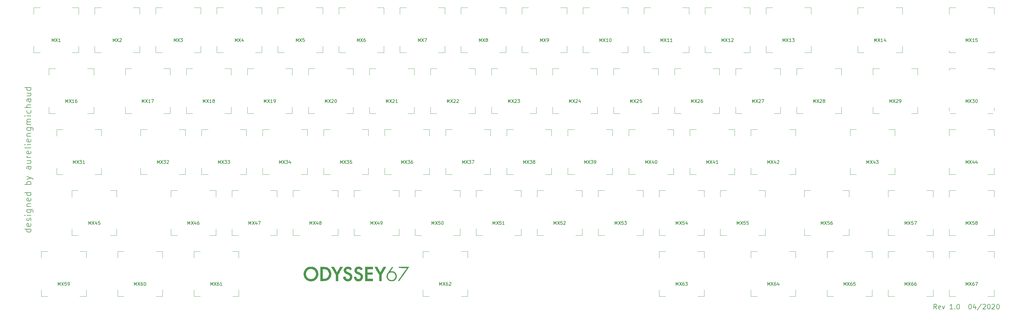
<source format=gto>
G04 #@! TF.GenerationSoftware,KiCad,Pcbnew,(5.1.5)-3*
G04 #@! TF.CreationDate,2020-04-20T21:52:19+02:00*
G04 #@! TF.ProjectId,odyssey67,6f647973-7365-4793-9637-2e6b69636164,1.0*
G04 #@! TF.SameCoordinates,Original*
G04 #@! TF.FileFunction,Legend,Top*
G04 #@! TF.FilePolarity,Positive*
%FSLAX46Y46*%
G04 Gerber Fmt 4.6, Leading zero omitted, Abs format (unit mm)*
G04 Created by KiCad (PCBNEW (5.1.5)-3) date 2020-04-20 21:52:19*
%MOMM*%
%LPD*%
G04 APERTURE LIST*
%ADD10C,0.150000*%
%ADD11C,0.010000*%
%ADD12C,0.120000*%
%ADD13C,1.854600*%
%ADD14R,1.854600X1.854600*%
%ADD15C,1.852000*%
%ADD16C,4.089800*%
%ADD17C,3.150000*%
%ADD18R,1.702000X1.702000*%
%ADD19O,1.702000X1.702000*%
G04 APERTURE END LIST*
D10*
X340722321Y-195147321D02*
X340222321Y-194433035D01*
X339865178Y-195147321D02*
X339865178Y-193647321D01*
X340436607Y-193647321D01*
X340579464Y-193718750D01*
X340650892Y-193790178D01*
X340722321Y-193933035D01*
X340722321Y-194147321D01*
X340650892Y-194290178D01*
X340579464Y-194361607D01*
X340436607Y-194433035D01*
X339865178Y-194433035D01*
X341936607Y-195075892D02*
X341793750Y-195147321D01*
X341508035Y-195147321D01*
X341365178Y-195075892D01*
X341293750Y-194933035D01*
X341293750Y-194361607D01*
X341365178Y-194218750D01*
X341508035Y-194147321D01*
X341793750Y-194147321D01*
X341936607Y-194218750D01*
X342008035Y-194361607D01*
X342008035Y-194504464D01*
X341293750Y-194647321D01*
X342508035Y-194147321D02*
X342865178Y-195147321D01*
X343222321Y-194147321D01*
X345722321Y-195147321D02*
X344865178Y-195147321D01*
X345293750Y-195147321D02*
X345293750Y-193647321D01*
X345150892Y-193861607D01*
X345008035Y-194004464D01*
X344865178Y-194075892D01*
X346365178Y-195004464D02*
X346436607Y-195075892D01*
X346365178Y-195147321D01*
X346293750Y-195075892D01*
X346365178Y-195004464D01*
X346365178Y-195147321D01*
X347365178Y-193647321D02*
X347508035Y-193647321D01*
X347650892Y-193718750D01*
X347722321Y-193790178D01*
X347793750Y-193933035D01*
X347865178Y-194218750D01*
X347865178Y-194575892D01*
X347793750Y-194861607D01*
X347722321Y-195004464D01*
X347650892Y-195075892D01*
X347508035Y-195147321D01*
X347365178Y-195147321D01*
X347222321Y-195075892D01*
X347150892Y-195004464D01*
X347079464Y-194861607D01*
X347008035Y-194575892D01*
X347008035Y-194218750D01*
X347079464Y-193933035D01*
X347150892Y-193790178D01*
X347222321Y-193718750D01*
X347365178Y-193647321D01*
X351079464Y-193647321D02*
X351222321Y-193647321D01*
X351365178Y-193718750D01*
X351436607Y-193790178D01*
X351508035Y-193933035D01*
X351579464Y-194218750D01*
X351579464Y-194575892D01*
X351508035Y-194861607D01*
X351436607Y-195004464D01*
X351365178Y-195075892D01*
X351222321Y-195147321D01*
X351079464Y-195147321D01*
X350936607Y-195075892D01*
X350865178Y-195004464D01*
X350793750Y-194861607D01*
X350722321Y-194575892D01*
X350722321Y-194218750D01*
X350793750Y-193933035D01*
X350865178Y-193790178D01*
X350936607Y-193718750D01*
X351079464Y-193647321D01*
X352865178Y-194147321D02*
X352865178Y-195147321D01*
X352508035Y-193575892D02*
X352150892Y-194647321D01*
X353079464Y-194647321D01*
X354722321Y-193575892D02*
X353436607Y-195504464D01*
X355150892Y-193790178D02*
X355222321Y-193718750D01*
X355365178Y-193647321D01*
X355722321Y-193647321D01*
X355865178Y-193718750D01*
X355936607Y-193790178D01*
X356008035Y-193933035D01*
X356008035Y-194075892D01*
X355936607Y-194290178D01*
X355079464Y-195147321D01*
X356008035Y-195147321D01*
X356936607Y-193647321D02*
X357079464Y-193647321D01*
X357222321Y-193718750D01*
X357293750Y-193790178D01*
X357365178Y-193933035D01*
X357436607Y-194218750D01*
X357436607Y-194575892D01*
X357365178Y-194861607D01*
X357293750Y-195004464D01*
X357222321Y-195075892D01*
X357079464Y-195147321D01*
X356936607Y-195147321D01*
X356793750Y-195075892D01*
X356722321Y-195004464D01*
X356650892Y-194861607D01*
X356579464Y-194575892D01*
X356579464Y-194218750D01*
X356650892Y-193933035D01*
X356722321Y-193790178D01*
X356793750Y-193718750D01*
X356936607Y-193647321D01*
X358008035Y-193790178D02*
X358079464Y-193718750D01*
X358222321Y-193647321D01*
X358579464Y-193647321D01*
X358722321Y-193718750D01*
X358793750Y-193790178D01*
X358865178Y-193933035D01*
X358865178Y-194075892D01*
X358793750Y-194290178D01*
X357936607Y-195147321D01*
X358865178Y-195147321D01*
X359793750Y-193647321D02*
X359936607Y-193647321D01*
X360079464Y-193718750D01*
X360150892Y-193790178D01*
X360222321Y-193933035D01*
X360293750Y-194218750D01*
X360293750Y-194575892D01*
X360222321Y-194861607D01*
X360150892Y-195004464D01*
X360079464Y-195075892D01*
X359936607Y-195147321D01*
X359793750Y-195147321D01*
X359650892Y-195075892D01*
X359579464Y-195004464D01*
X359508035Y-194861607D01*
X359436607Y-194575892D01*
X359436607Y-194218750D01*
X359508035Y-193933035D01*
X359579464Y-193790178D01*
X359650892Y-193718750D01*
X359793750Y-193647321D01*
X58054761Y-170145535D02*
X56054761Y-170145535D01*
X57959523Y-170145535D02*
X58054761Y-170336011D01*
X58054761Y-170716964D01*
X57959523Y-170907440D01*
X57864285Y-171002678D01*
X57673809Y-171097916D01*
X57102380Y-171097916D01*
X56911904Y-171002678D01*
X56816666Y-170907440D01*
X56721428Y-170716964D01*
X56721428Y-170336011D01*
X56816666Y-170145535D01*
X57959523Y-168431250D02*
X58054761Y-168621726D01*
X58054761Y-169002678D01*
X57959523Y-169193154D01*
X57769047Y-169288392D01*
X57007142Y-169288392D01*
X56816666Y-169193154D01*
X56721428Y-169002678D01*
X56721428Y-168621726D01*
X56816666Y-168431250D01*
X57007142Y-168336011D01*
X57197619Y-168336011D01*
X57388095Y-169288392D01*
X57959523Y-167574107D02*
X58054761Y-167383630D01*
X58054761Y-167002678D01*
X57959523Y-166812202D01*
X57769047Y-166716964D01*
X57673809Y-166716964D01*
X57483333Y-166812202D01*
X57388095Y-167002678D01*
X57388095Y-167288392D01*
X57292857Y-167478869D01*
X57102380Y-167574107D01*
X57007142Y-167574107D01*
X56816666Y-167478869D01*
X56721428Y-167288392D01*
X56721428Y-167002678D01*
X56816666Y-166812202D01*
X58054761Y-165859821D02*
X56721428Y-165859821D01*
X56054761Y-165859821D02*
X56150000Y-165955059D01*
X56245238Y-165859821D01*
X56150000Y-165764583D01*
X56054761Y-165859821D01*
X56245238Y-165859821D01*
X56721428Y-164050297D02*
X58340476Y-164050297D01*
X58530952Y-164145535D01*
X58626190Y-164240773D01*
X58721428Y-164431250D01*
X58721428Y-164716964D01*
X58626190Y-164907440D01*
X57959523Y-164050297D02*
X58054761Y-164240773D01*
X58054761Y-164621726D01*
X57959523Y-164812202D01*
X57864285Y-164907440D01*
X57673809Y-165002678D01*
X57102380Y-165002678D01*
X56911904Y-164907440D01*
X56816666Y-164812202D01*
X56721428Y-164621726D01*
X56721428Y-164240773D01*
X56816666Y-164050297D01*
X56721428Y-163097916D02*
X58054761Y-163097916D01*
X56911904Y-163097916D02*
X56816666Y-163002678D01*
X56721428Y-162812202D01*
X56721428Y-162526488D01*
X56816666Y-162336011D01*
X57007142Y-162240773D01*
X58054761Y-162240773D01*
X57959523Y-160526488D02*
X58054761Y-160716964D01*
X58054761Y-161097916D01*
X57959523Y-161288392D01*
X57769047Y-161383630D01*
X57007142Y-161383630D01*
X56816666Y-161288392D01*
X56721428Y-161097916D01*
X56721428Y-160716964D01*
X56816666Y-160526488D01*
X57007142Y-160431250D01*
X57197619Y-160431250D01*
X57388095Y-161383630D01*
X58054761Y-158716964D02*
X56054761Y-158716964D01*
X57959523Y-158716964D02*
X58054761Y-158907440D01*
X58054761Y-159288392D01*
X57959523Y-159478869D01*
X57864285Y-159574107D01*
X57673809Y-159669345D01*
X57102380Y-159669345D01*
X56911904Y-159574107D01*
X56816666Y-159478869D01*
X56721428Y-159288392D01*
X56721428Y-158907440D01*
X56816666Y-158716964D01*
X58054761Y-156240773D02*
X56054761Y-156240773D01*
X56816666Y-156240773D02*
X56721428Y-156050297D01*
X56721428Y-155669345D01*
X56816666Y-155478869D01*
X56911904Y-155383630D01*
X57102380Y-155288392D01*
X57673809Y-155288392D01*
X57864285Y-155383630D01*
X57959523Y-155478869D01*
X58054761Y-155669345D01*
X58054761Y-156050297D01*
X57959523Y-156240773D01*
X56721428Y-154621726D02*
X58054761Y-154145535D01*
X56721428Y-153669345D02*
X58054761Y-154145535D01*
X58530952Y-154336011D01*
X58626190Y-154431250D01*
X58721428Y-154621726D01*
X58054761Y-150526488D02*
X57007142Y-150526488D01*
X56816666Y-150621726D01*
X56721428Y-150812202D01*
X56721428Y-151193154D01*
X56816666Y-151383630D01*
X57959523Y-150526488D02*
X58054761Y-150716964D01*
X58054761Y-151193154D01*
X57959523Y-151383630D01*
X57769047Y-151478869D01*
X57578571Y-151478869D01*
X57388095Y-151383630D01*
X57292857Y-151193154D01*
X57292857Y-150716964D01*
X57197619Y-150526488D01*
X56721428Y-148716964D02*
X58054761Y-148716964D01*
X56721428Y-149574107D02*
X57769047Y-149574107D01*
X57959523Y-149478869D01*
X58054761Y-149288392D01*
X58054761Y-149002678D01*
X57959523Y-148812202D01*
X57864285Y-148716964D01*
X58054761Y-147764583D02*
X56721428Y-147764583D01*
X57102380Y-147764583D02*
X56911904Y-147669345D01*
X56816666Y-147574107D01*
X56721428Y-147383630D01*
X56721428Y-147193154D01*
X57959523Y-145764583D02*
X58054761Y-145955059D01*
X58054761Y-146336011D01*
X57959523Y-146526488D01*
X57769047Y-146621726D01*
X57007142Y-146621726D01*
X56816666Y-146526488D01*
X56721428Y-146336011D01*
X56721428Y-145955059D01*
X56816666Y-145764583D01*
X57007142Y-145669345D01*
X57197619Y-145669345D01*
X57388095Y-146621726D01*
X58054761Y-144526488D02*
X57959523Y-144716964D01*
X57769047Y-144812202D01*
X56054761Y-144812202D01*
X58054761Y-143764583D02*
X56721428Y-143764583D01*
X56054761Y-143764583D02*
X56150000Y-143859821D01*
X56245238Y-143764583D01*
X56150000Y-143669345D01*
X56054761Y-143764583D01*
X56245238Y-143764583D01*
X57959523Y-142050297D02*
X58054761Y-142240773D01*
X58054761Y-142621726D01*
X57959523Y-142812202D01*
X57769047Y-142907440D01*
X57007142Y-142907440D01*
X56816666Y-142812202D01*
X56721428Y-142621726D01*
X56721428Y-142240773D01*
X56816666Y-142050297D01*
X57007142Y-141955059D01*
X57197619Y-141955059D01*
X57388095Y-142907440D01*
X56721428Y-141097916D02*
X58054761Y-141097916D01*
X56911904Y-141097916D02*
X56816666Y-141002678D01*
X56721428Y-140812202D01*
X56721428Y-140526488D01*
X56816666Y-140336011D01*
X57007142Y-140240773D01*
X58054761Y-140240773D01*
X56721428Y-138431250D02*
X58340476Y-138431250D01*
X58530952Y-138526488D01*
X58626190Y-138621726D01*
X58721428Y-138812202D01*
X58721428Y-139097916D01*
X58626190Y-139288392D01*
X57959523Y-138431250D02*
X58054761Y-138621726D01*
X58054761Y-139002678D01*
X57959523Y-139193154D01*
X57864285Y-139288392D01*
X57673809Y-139383630D01*
X57102380Y-139383630D01*
X56911904Y-139288392D01*
X56816666Y-139193154D01*
X56721428Y-139002678D01*
X56721428Y-138621726D01*
X56816666Y-138431250D01*
X58054761Y-137478869D02*
X56721428Y-137478869D01*
X56911904Y-137478869D02*
X56816666Y-137383630D01*
X56721428Y-137193154D01*
X56721428Y-136907440D01*
X56816666Y-136716964D01*
X57007142Y-136621726D01*
X58054761Y-136621726D01*
X57007142Y-136621726D02*
X56816666Y-136526488D01*
X56721428Y-136336011D01*
X56721428Y-136050297D01*
X56816666Y-135859821D01*
X57007142Y-135764583D01*
X58054761Y-135764583D01*
X58054761Y-134812202D02*
X56721428Y-134812202D01*
X56054761Y-134812202D02*
X56150000Y-134907440D01*
X56245238Y-134812202D01*
X56150000Y-134716964D01*
X56054761Y-134812202D01*
X56245238Y-134812202D01*
X57959523Y-133002678D02*
X58054761Y-133193154D01*
X58054761Y-133574107D01*
X57959523Y-133764583D01*
X57864285Y-133859821D01*
X57673809Y-133955059D01*
X57102380Y-133955059D01*
X56911904Y-133859821D01*
X56816666Y-133764583D01*
X56721428Y-133574107D01*
X56721428Y-133193154D01*
X56816666Y-133002678D01*
X58054761Y-132145535D02*
X56054761Y-132145535D01*
X58054761Y-131288392D02*
X57007142Y-131288392D01*
X56816666Y-131383630D01*
X56721428Y-131574107D01*
X56721428Y-131859821D01*
X56816666Y-132050297D01*
X56911904Y-132145535D01*
X58054761Y-129478869D02*
X57007142Y-129478869D01*
X56816666Y-129574107D01*
X56721428Y-129764583D01*
X56721428Y-130145535D01*
X56816666Y-130336011D01*
X57959523Y-129478869D02*
X58054761Y-129669345D01*
X58054761Y-130145535D01*
X57959523Y-130336011D01*
X57769047Y-130431250D01*
X57578571Y-130431250D01*
X57388095Y-130336011D01*
X57292857Y-130145535D01*
X57292857Y-129669345D01*
X57197619Y-129478869D01*
X56721428Y-127669345D02*
X58054761Y-127669345D01*
X56721428Y-128526488D02*
X57769047Y-128526488D01*
X57959523Y-128431250D01*
X58054761Y-128240773D01*
X58054761Y-127955059D01*
X57959523Y-127764583D01*
X57864285Y-127669345D01*
X58054761Y-125859821D02*
X56054761Y-125859821D01*
X57959523Y-125859821D02*
X58054761Y-126050297D01*
X58054761Y-126431250D01*
X57959523Y-126621726D01*
X57864285Y-126716964D01*
X57673809Y-126812202D01*
X57102380Y-126812202D01*
X56911904Y-126716964D01*
X56816666Y-126621726D01*
X56721428Y-126431250D01*
X56721428Y-126050297D01*
X56816666Y-125859821D01*
D11*
G36*
X142249663Y-189290740D02*
G01*
X142244141Y-189296261D01*
X142238620Y-189290740D01*
X142244141Y-189285218D01*
X142249663Y-189290740D01*
G37*
X142249663Y-189290740D02*
X142244141Y-189296261D01*
X142238620Y-189290740D01*
X142244141Y-189285218D01*
X142249663Y-189290740D01*
G36*
X145460483Y-181904964D02*
G01*
X145562851Y-181908373D01*
X145656753Y-181914325D01*
X145736114Y-181922763D01*
X145744924Y-181924022D01*
X145967214Y-181967357D01*
X146179706Y-182029703D01*
X146381529Y-182110339D01*
X146571811Y-182208542D01*
X146749680Y-182323591D01*
X146914263Y-182454766D01*
X147064689Y-182601343D01*
X147200086Y-182762603D01*
X147319582Y-182937822D01*
X147422306Y-183126281D01*
X147507384Y-183327257D01*
X147534190Y-183404566D01*
X147593516Y-183621231D01*
X147632108Y-183843244D01*
X147649967Y-184068340D01*
X147647093Y-184294255D01*
X147623485Y-184518723D01*
X147579143Y-184739480D01*
X147534190Y-184895435D01*
X147456133Y-185099805D01*
X147359877Y-185292422D01*
X147246420Y-185472456D01*
X147116759Y-185639079D01*
X146971892Y-185791460D01*
X146812816Y-185928772D01*
X146640528Y-186050185D01*
X146456027Y-186154869D01*
X146260310Y-186241996D01*
X146054374Y-186310737D01*
X145839217Y-186360261D01*
X145755671Y-186373809D01*
X145698176Y-186380568D01*
X145627211Y-186386608D01*
X145548258Y-186391688D01*
X145466800Y-186395567D01*
X145388319Y-186398005D01*
X145318297Y-186398761D01*
X145262216Y-186397595D01*
X145242446Y-186396332D01*
X145023885Y-186370340D01*
X144820472Y-186330788D01*
X144629237Y-186276749D01*
X144447209Y-186207294D01*
X144271416Y-186121495D01*
X144163188Y-186059033D01*
X143997125Y-185944873D01*
X143841426Y-185812493D01*
X143697693Y-185663953D01*
X143567531Y-185501310D01*
X143452544Y-185326620D01*
X143354336Y-185141943D01*
X143274511Y-184949335D01*
X143256055Y-184895435D01*
X143212388Y-184746897D01*
X143180303Y-184601531D01*
X143158873Y-184453166D01*
X143147172Y-184295633D01*
X143144185Y-184150000D01*
X143144858Y-184122470D01*
X143811274Y-184122470D01*
X143811779Y-184219015D01*
X143814625Y-184311891D01*
X143819811Y-184395973D01*
X143827339Y-184466134D01*
X143832664Y-184497870D01*
X143881221Y-184689268D01*
X143947128Y-184867482D01*
X144030225Y-185032204D01*
X144130352Y-185183121D01*
X144247350Y-185319924D01*
X144264699Y-185337565D01*
X144395441Y-185454496D01*
X144536404Y-185553601D01*
X144688861Y-185635492D01*
X144854085Y-185700779D01*
X145033350Y-185750073D01*
X145181706Y-185777509D01*
X145202909Y-185778881D01*
X145242124Y-185779732D01*
X145295283Y-185780037D01*
X145358318Y-185779775D01*
X145427159Y-185778924D01*
X145430185Y-185778874D01*
X145518984Y-185776766D01*
X145590549Y-185773491D01*
X145649718Y-185768648D01*
X145701329Y-185761835D01*
X145750221Y-185752652D01*
X145752643Y-185752131D01*
X145936385Y-185701974D01*
X146107462Y-185633922D01*
X146265319Y-185548552D01*
X146409403Y-185446440D01*
X146539160Y-185328163D01*
X146654033Y-185194297D01*
X146753470Y-185045418D01*
X146836915Y-184882103D01*
X146903815Y-184704928D01*
X146953614Y-184514470D01*
X146956438Y-184500690D01*
X146970281Y-184410170D01*
X146979258Y-184304546D01*
X146983369Y-184190259D01*
X146982614Y-184073752D01*
X146976994Y-183961463D01*
X146966507Y-183859835D01*
X146956438Y-183799310D01*
X146907767Y-183607392D01*
X146842030Y-183428994D01*
X146759716Y-183264623D01*
X146661316Y-183114788D01*
X146547321Y-182979997D01*
X146418220Y-182860757D01*
X146274506Y-182757577D01*
X146116667Y-182670964D01*
X145945194Y-182601427D01*
X145760578Y-182549474D01*
X145747005Y-182546472D01*
X145679918Y-182535400D01*
X145597215Y-182527208D01*
X145504194Y-182521934D01*
X145406153Y-182519616D01*
X145308390Y-182520293D01*
X145216204Y-182524003D01*
X145134893Y-182530784D01*
X145069755Y-182540676D01*
X145065750Y-182541527D01*
X144886391Y-182588642D01*
X144723353Y-182648804D01*
X144574295Y-182723242D01*
X144436879Y-182813185D01*
X144308765Y-182919861D01*
X144264699Y-182962369D01*
X144145322Y-183097365D01*
X144042830Y-183246483D01*
X143957375Y-183409425D01*
X143889110Y-183585894D01*
X143838188Y-183775594D01*
X143832664Y-183802131D01*
X143823805Y-183862087D01*
X143817287Y-183938880D01*
X143813110Y-184027383D01*
X143811274Y-184122470D01*
X143144858Y-184122470D01*
X143148347Y-183979831D01*
X143161453Y-183824072D01*
X143184427Y-183676553D01*
X143218197Y-183531104D01*
X143256055Y-183404566D01*
X143330562Y-183210143D01*
X143423891Y-183023088D01*
X143534439Y-182845456D01*
X143660602Y-182679307D01*
X143800775Y-182526697D01*
X143953355Y-182389684D01*
X144116737Y-182270325D01*
X144163188Y-182240968D01*
X144358562Y-182134407D01*
X144564638Y-182046851D01*
X144780146Y-181978744D01*
X145003816Y-181930528D01*
X145087837Y-181917893D01*
X145163326Y-181910562D01*
X145254647Y-181906002D01*
X145355724Y-181904155D01*
X145460483Y-181904964D01*
G37*
X145460483Y-181904964D02*
X145562851Y-181908373D01*
X145656753Y-181914325D01*
X145736114Y-181922763D01*
X145744924Y-181924022D01*
X145967214Y-181967357D01*
X146179706Y-182029703D01*
X146381529Y-182110339D01*
X146571811Y-182208542D01*
X146749680Y-182323591D01*
X146914263Y-182454766D01*
X147064689Y-182601343D01*
X147200086Y-182762603D01*
X147319582Y-182937822D01*
X147422306Y-183126281D01*
X147507384Y-183327257D01*
X147534190Y-183404566D01*
X147593516Y-183621231D01*
X147632108Y-183843244D01*
X147649967Y-184068340D01*
X147647093Y-184294255D01*
X147623485Y-184518723D01*
X147579143Y-184739480D01*
X147534190Y-184895435D01*
X147456133Y-185099805D01*
X147359877Y-185292422D01*
X147246420Y-185472456D01*
X147116759Y-185639079D01*
X146971892Y-185791460D01*
X146812816Y-185928772D01*
X146640528Y-186050185D01*
X146456027Y-186154869D01*
X146260310Y-186241996D01*
X146054374Y-186310737D01*
X145839217Y-186360261D01*
X145755671Y-186373809D01*
X145698176Y-186380568D01*
X145627211Y-186386608D01*
X145548258Y-186391688D01*
X145466800Y-186395567D01*
X145388319Y-186398005D01*
X145318297Y-186398761D01*
X145262216Y-186397595D01*
X145242446Y-186396332D01*
X145023885Y-186370340D01*
X144820472Y-186330788D01*
X144629237Y-186276749D01*
X144447209Y-186207294D01*
X144271416Y-186121495D01*
X144163188Y-186059033D01*
X143997125Y-185944873D01*
X143841426Y-185812493D01*
X143697693Y-185663953D01*
X143567531Y-185501310D01*
X143452544Y-185326620D01*
X143354336Y-185141943D01*
X143274511Y-184949335D01*
X143256055Y-184895435D01*
X143212388Y-184746897D01*
X143180303Y-184601531D01*
X143158873Y-184453166D01*
X143147172Y-184295633D01*
X143144185Y-184150000D01*
X143144858Y-184122470D01*
X143811274Y-184122470D01*
X143811779Y-184219015D01*
X143814625Y-184311891D01*
X143819811Y-184395973D01*
X143827339Y-184466134D01*
X143832664Y-184497870D01*
X143881221Y-184689268D01*
X143947128Y-184867482D01*
X144030225Y-185032204D01*
X144130352Y-185183121D01*
X144247350Y-185319924D01*
X144264699Y-185337565D01*
X144395441Y-185454496D01*
X144536404Y-185553601D01*
X144688861Y-185635492D01*
X144854085Y-185700779D01*
X145033350Y-185750073D01*
X145181706Y-185777509D01*
X145202909Y-185778881D01*
X145242124Y-185779732D01*
X145295283Y-185780037D01*
X145358318Y-185779775D01*
X145427159Y-185778924D01*
X145430185Y-185778874D01*
X145518984Y-185776766D01*
X145590549Y-185773491D01*
X145649718Y-185768648D01*
X145701329Y-185761835D01*
X145750221Y-185752652D01*
X145752643Y-185752131D01*
X145936385Y-185701974D01*
X146107462Y-185633922D01*
X146265319Y-185548552D01*
X146409403Y-185446440D01*
X146539160Y-185328163D01*
X146654033Y-185194297D01*
X146753470Y-185045418D01*
X146836915Y-184882103D01*
X146903815Y-184704928D01*
X146953614Y-184514470D01*
X146956438Y-184500690D01*
X146970281Y-184410170D01*
X146979258Y-184304546D01*
X146983369Y-184190259D01*
X146982614Y-184073752D01*
X146976994Y-183961463D01*
X146966507Y-183859835D01*
X146956438Y-183799310D01*
X146907767Y-183607392D01*
X146842030Y-183428994D01*
X146759716Y-183264623D01*
X146661316Y-183114788D01*
X146547321Y-182979997D01*
X146418220Y-182860757D01*
X146274506Y-182757577D01*
X146116667Y-182670964D01*
X145945194Y-182601427D01*
X145760578Y-182549474D01*
X145747005Y-182546472D01*
X145679918Y-182535400D01*
X145597215Y-182527208D01*
X145504194Y-182521934D01*
X145406153Y-182519616D01*
X145308390Y-182520293D01*
X145216204Y-182524003D01*
X145134893Y-182530784D01*
X145069755Y-182540676D01*
X145065750Y-182541527D01*
X144886391Y-182588642D01*
X144723353Y-182648804D01*
X144574295Y-182723242D01*
X144436879Y-182813185D01*
X144308765Y-182919861D01*
X144264699Y-182962369D01*
X144145322Y-183097365D01*
X144042830Y-183246483D01*
X143957375Y-183409425D01*
X143889110Y-183585894D01*
X143838188Y-183775594D01*
X143832664Y-183802131D01*
X143823805Y-183862087D01*
X143817287Y-183938880D01*
X143813110Y-184027383D01*
X143811274Y-184122470D01*
X143144858Y-184122470D01*
X143148347Y-183979831D01*
X143161453Y-183824072D01*
X143184427Y-183676553D01*
X143218197Y-183531104D01*
X143256055Y-183404566D01*
X143330562Y-183210143D01*
X143423891Y-183023088D01*
X143534439Y-182845456D01*
X143660602Y-182679307D01*
X143800775Y-182526697D01*
X143953355Y-182389684D01*
X144116737Y-182270325D01*
X144163188Y-182240968D01*
X144358562Y-182134407D01*
X144564638Y-182046851D01*
X144780146Y-181978744D01*
X145003816Y-181930528D01*
X145087837Y-181917893D01*
X145163326Y-181910562D01*
X145254647Y-181906002D01*
X145355724Y-181904155D01*
X145460483Y-181904964D01*
G36*
X157116518Y-181911113D02*
G01*
X157275121Y-181936906D01*
X157424500Y-181977588D01*
X157503263Y-182007042D01*
X157623596Y-182067951D01*
X157741017Y-182148280D01*
X157852702Y-182245361D01*
X157955830Y-182356529D01*
X158047580Y-182479116D01*
X158108330Y-182578942D01*
X158122394Y-182607020D01*
X158129397Y-182626209D01*
X158129284Y-182630583D01*
X158117516Y-182638483D01*
X158089890Y-182655358D01*
X158049431Y-182679459D01*
X157999163Y-182709039D01*
X157942111Y-182742349D01*
X157881300Y-182777641D01*
X157819755Y-182813167D01*
X157760500Y-182847179D01*
X157706560Y-182877928D01*
X157660960Y-182903667D01*
X157626725Y-182922647D01*
X157606879Y-182933120D01*
X157603215Y-182934624D01*
X157594447Y-182925124D01*
X157579655Y-182900746D01*
X157561994Y-182866703D01*
X157561460Y-182865602D01*
X157522750Y-182802365D01*
X157468822Y-182737172D01*
X157405248Y-182675527D01*
X157337600Y-182622931D01*
X157282637Y-182590235D01*
X157200814Y-182554847D01*
X157118782Y-182531697D01*
X157030332Y-182519615D01*
X156929259Y-182517432D01*
X156900720Y-182518319D01*
X156802883Y-182525666D01*
X156720907Y-182540162D01*
X156649283Y-182563368D01*
X156582505Y-182596846D01*
X156549146Y-182617968D01*
X156471820Y-182681356D01*
X156408755Y-182756465D01*
X156363700Y-182838788D01*
X156361962Y-182843075D01*
X156349750Y-182877703D01*
X156341990Y-182912017D01*
X156337745Y-182952705D01*
X156336079Y-183006458D01*
X156335934Y-183029087D01*
X156336347Y-183085349D01*
X156338577Y-183125789D01*
X156343597Y-183156657D01*
X156352380Y-183184202D01*
X156364301Y-183211305D01*
X156401357Y-183273461D01*
X156452907Y-183337426D01*
X156513096Y-183396420D01*
X156549306Y-183425433D01*
X156582591Y-183448343D01*
X156620654Y-183471280D01*
X156665971Y-183495415D01*
X156721017Y-183521917D01*
X156788268Y-183551954D01*
X156870199Y-183586695D01*
X156969285Y-183627311D01*
X157020315Y-183647890D01*
X157101402Y-183680910D01*
X157184104Y-183715388D01*
X157263557Y-183749239D01*
X157334896Y-183780376D01*
X157393257Y-183806714D01*
X157418452Y-183818587D01*
X157555787Y-183891676D01*
X157685937Y-183974264D01*
X157805449Y-184063704D01*
X157910869Y-184157348D01*
X157998744Y-184252547D01*
X158020626Y-184280296D01*
X158104636Y-184409418D01*
X158169745Y-184549602D01*
X158215808Y-184700249D01*
X158242684Y-184860762D01*
X158250227Y-185030544D01*
X158239819Y-185195784D01*
X158210151Y-185370433D01*
X158161927Y-185534041D01*
X158096130Y-185685865D01*
X158013743Y-185825164D01*
X157915747Y-185951194D01*
X157803126Y-186063214D01*
X157676863Y-186160482D01*
X157537939Y-186242255D01*
X157387338Y-186307792D01*
X157226042Y-186356351D01*
X157055034Y-186387190D01*
X156875296Y-186399566D01*
X156687812Y-186392737D01*
X156658548Y-186389956D01*
X156506257Y-186364593D01*
X156355803Y-186320901D01*
X156212545Y-186260792D01*
X156081842Y-186186181D01*
X156074744Y-186181438D01*
X155988019Y-186115171D01*
X155899064Y-186033080D01*
X155812600Y-185940305D01*
X155733346Y-185841987D01*
X155666022Y-185743267D01*
X155653986Y-185723213D01*
X155595269Y-185609121D01*
X155545050Y-185484218D01*
X155505821Y-185355931D01*
X155480073Y-185231684D01*
X155474448Y-185188087D01*
X155466909Y-185116305D01*
X155789598Y-185046971D01*
X155870793Y-185029685D01*
X155944768Y-185014242D01*
X156008836Y-185001179D01*
X156060310Y-184991032D01*
X156096505Y-184984337D01*
X156114735Y-184981632D01*
X156116369Y-184981721D01*
X156119501Y-184993802D01*
X156124314Y-185022476D01*
X156129944Y-185062392D01*
X156132027Y-185078663D01*
X156155202Y-185198486D01*
X156193506Y-185316158D01*
X156244644Y-185426305D01*
X156306319Y-185523556D01*
X156339792Y-185564988D01*
X156398566Y-185620894D01*
X156471612Y-185673877D01*
X156551219Y-185718885D01*
X156617228Y-185746733D01*
X156690571Y-185765869D01*
X156776761Y-185778290D01*
X156867722Y-185783565D01*
X156955380Y-185781264D01*
X157031659Y-185770957D01*
X157039420Y-185769220D01*
X157157705Y-185730882D01*
X157265001Y-185674839D01*
X157359421Y-185602584D01*
X157439082Y-185515607D01*
X157502098Y-185415401D01*
X157511855Y-185395371D01*
X157545181Y-185314531D01*
X157566912Y-185236881D01*
X157578705Y-185154419D01*
X157582217Y-185059143D01*
X157582211Y-185055566D01*
X157581254Y-184994434D01*
X157578087Y-184947899D01*
X157571658Y-184908501D01*
X157560916Y-184868780D01*
X157552110Y-184842119D01*
X157502375Y-184730260D01*
X157433782Y-184629343D01*
X157346054Y-184539041D01*
X157238912Y-184459025D01*
X157215225Y-184444285D01*
X157182480Y-184426401D01*
X157132705Y-184401697D01*
X157069303Y-184371742D01*
X156995674Y-184338107D01*
X156915222Y-184302362D01*
X156831348Y-184266076D01*
X156802847Y-184253976D01*
X156717805Y-184217790D01*
X156634255Y-184181757D01*
X156555754Y-184147447D01*
X156485859Y-184116428D01*
X156428128Y-184090271D01*
X156386117Y-184070546D01*
X156376777Y-184065950D01*
X156221936Y-183978874D01*
X156084869Y-183881947D01*
X155966148Y-183775854D01*
X155866346Y-183661278D01*
X155786034Y-183538904D01*
X155725786Y-183409416D01*
X155686172Y-183273497D01*
X155678329Y-183231146D01*
X155671122Y-183162516D01*
X155668522Y-183080593D01*
X155670228Y-182992322D01*
X155675935Y-182904650D01*
X155685343Y-182824521D01*
X155698148Y-182758881D01*
X155699062Y-182755388D01*
X155748718Y-182611780D01*
X155818722Y-182475700D01*
X155908154Y-182348718D01*
X155992398Y-182255404D01*
X156108425Y-182153641D01*
X156235058Y-182069634D01*
X156373410Y-182002899D01*
X156524592Y-181952951D01*
X156689714Y-181919308D01*
X156792197Y-181907085D01*
X156953831Y-181900932D01*
X157116518Y-181911113D01*
G37*
X157116518Y-181911113D02*
X157275121Y-181936906D01*
X157424500Y-181977588D01*
X157503263Y-182007042D01*
X157623596Y-182067951D01*
X157741017Y-182148280D01*
X157852702Y-182245361D01*
X157955830Y-182356529D01*
X158047580Y-182479116D01*
X158108330Y-182578942D01*
X158122394Y-182607020D01*
X158129397Y-182626209D01*
X158129284Y-182630583D01*
X158117516Y-182638483D01*
X158089890Y-182655358D01*
X158049431Y-182679459D01*
X157999163Y-182709039D01*
X157942111Y-182742349D01*
X157881300Y-182777641D01*
X157819755Y-182813167D01*
X157760500Y-182847179D01*
X157706560Y-182877928D01*
X157660960Y-182903667D01*
X157626725Y-182922647D01*
X157606879Y-182933120D01*
X157603215Y-182934624D01*
X157594447Y-182925124D01*
X157579655Y-182900746D01*
X157561994Y-182866703D01*
X157561460Y-182865602D01*
X157522750Y-182802365D01*
X157468822Y-182737172D01*
X157405248Y-182675527D01*
X157337600Y-182622931D01*
X157282637Y-182590235D01*
X157200814Y-182554847D01*
X157118782Y-182531697D01*
X157030332Y-182519615D01*
X156929259Y-182517432D01*
X156900720Y-182518319D01*
X156802883Y-182525666D01*
X156720907Y-182540162D01*
X156649283Y-182563368D01*
X156582505Y-182596846D01*
X156549146Y-182617968D01*
X156471820Y-182681356D01*
X156408755Y-182756465D01*
X156363700Y-182838788D01*
X156361962Y-182843075D01*
X156349750Y-182877703D01*
X156341990Y-182912017D01*
X156337745Y-182952705D01*
X156336079Y-183006458D01*
X156335934Y-183029087D01*
X156336347Y-183085349D01*
X156338577Y-183125789D01*
X156343597Y-183156657D01*
X156352380Y-183184202D01*
X156364301Y-183211305D01*
X156401357Y-183273461D01*
X156452907Y-183337426D01*
X156513096Y-183396420D01*
X156549306Y-183425433D01*
X156582591Y-183448343D01*
X156620654Y-183471280D01*
X156665971Y-183495415D01*
X156721017Y-183521917D01*
X156788268Y-183551954D01*
X156870199Y-183586695D01*
X156969285Y-183627311D01*
X157020315Y-183647890D01*
X157101402Y-183680910D01*
X157184104Y-183715388D01*
X157263557Y-183749239D01*
X157334896Y-183780376D01*
X157393257Y-183806714D01*
X157418452Y-183818587D01*
X157555787Y-183891676D01*
X157685937Y-183974264D01*
X157805449Y-184063704D01*
X157910869Y-184157348D01*
X157998744Y-184252547D01*
X158020626Y-184280296D01*
X158104636Y-184409418D01*
X158169745Y-184549602D01*
X158215808Y-184700249D01*
X158242684Y-184860762D01*
X158250227Y-185030544D01*
X158239819Y-185195784D01*
X158210151Y-185370433D01*
X158161927Y-185534041D01*
X158096130Y-185685865D01*
X158013743Y-185825164D01*
X157915747Y-185951194D01*
X157803126Y-186063214D01*
X157676863Y-186160482D01*
X157537939Y-186242255D01*
X157387338Y-186307792D01*
X157226042Y-186356351D01*
X157055034Y-186387190D01*
X156875296Y-186399566D01*
X156687812Y-186392737D01*
X156658548Y-186389956D01*
X156506257Y-186364593D01*
X156355803Y-186320901D01*
X156212545Y-186260792D01*
X156081842Y-186186181D01*
X156074744Y-186181438D01*
X155988019Y-186115171D01*
X155899064Y-186033080D01*
X155812600Y-185940305D01*
X155733346Y-185841987D01*
X155666022Y-185743267D01*
X155653986Y-185723213D01*
X155595269Y-185609121D01*
X155545050Y-185484218D01*
X155505821Y-185355931D01*
X155480073Y-185231684D01*
X155474448Y-185188087D01*
X155466909Y-185116305D01*
X155789598Y-185046971D01*
X155870793Y-185029685D01*
X155944768Y-185014242D01*
X156008836Y-185001179D01*
X156060310Y-184991032D01*
X156096505Y-184984337D01*
X156114735Y-184981632D01*
X156116369Y-184981721D01*
X156119501Y-184993802D01*
X156124314Y-185022476D01*
X156129944Y-185062392D01*
X156132027Y-185078663D01*
X156155202Y-185198486D01*
X156193506Y-185316158D01*
X156244644Y-185426305D01*
X156306319Y-185523556D01*
X156339792Y-185564988D01*
X156398566Y-185620894D01*
X156471612Y-185673877D01*
X156551219Y-185718885D01*
X156617228Y-185746733D01*
X156690571Y-185765869D01*
X156776761Y-185778290D01*
X156867722Y-185783565D01*
X156955380Y-185781264D01*
X157031659Y-185770957D01*
X157039420Y-185769220D01*
X157157705Y-185730882D01*
X157265001Y-185674839D01*
X157359421Y-185602584D01*
X157439082Y-185515607D01*
X157502098Y-185415401D01*
X157511855Y-185395371D01*
X157545181Y-185314531D01*
X157566912Y-185236881D01*
X157578705Y-185154419D01*
X157582217Y-185059143D01*
X157582211Y-185055566D01*
X157581254Y-184994434D01*
X157578087Y-184947899D01*
X157571658Y-184908501D01*
X157560916Y-184868780D01*
X157552110Y-184842119D01*
X157502375Y-184730260D01*
X157433782Y-184629343D01*
X157346054Y-184539041D01*
X157238912Y-184459025D01*
X157215225Y-184444285D01*
X157182480Y-184426401D01*
X157132705Y-184401697D01*
X157069303Y-184371742D01*
X156995674Y-184338107D01*
X156915222Y-184302362D01*
X156831348Y-184266076D01*
X156802847Y-184253976D01*
X156717805Y-184217790D01*
X156634255Y-184181757D01*
X156555754Y-184147447D01*
X156485859Y-184116428D01*
X156428128Y-184090271D01*
X156386117Y-184070546D01*
X156376777Y-184065950D01*
X156221936Y-183978874D01*
X156084869Y-183881947D01*
X155966148Y-183775854D01*
X155866346Y-183661278D01*
X155786034Y-183538904D01*
X155725786Y-183409416D01*
X155686172Y-183273497D01*
X155678329Y-183231146D01*
X155671122Y-183162516D01*
X155668522Y-183080593D01*
X155670228Y-182992322D01*
X155675935Y-182904650D01*
X155685343Y-182824521D01*
X155698148Y-182758881D01*
X155699062Y-182755388D01*
X155748718Y-182611780D01*
X155818722Y-182475700D01*
X155908154Y-182348718D01*
X155992398Y-182255404D01*
X156108425Y-182153641D01*
X156235058Y-182069634D01*
X156373410Y-182002899D01*
X156524592Y-181952951D01*
X156689714Y-181919308D01*
X156792197Y-181907085D01*
X156953831Y-181900932D01*
X157116518Y-181911113D01*
G36*
X160372011Y-181902395D02*
G01*
X160551453Y-181923087D01*
X160717774Y-181961397D01*
X160870880Y-182017282D01*
X161010675Y-182090697D01*
X161137065Y-182181598D01*
X161249953Y-182289942D01*
X161277781Y-182321794D01*
X161311150Y-182363418D01*
X161346966Y-182411418D01*
X161382736Y-182462043D01*
X161415965Y-182511538D01*
X161444158Y-182556152D01*
X161464822Y-182592130D01*
X161475462Y-182615722D01*
X161476359Y-182620555D01*
X161467303Y-182628496D01*
X161442125Y-182645723D01*
X161403807Y-182670440D01*
X161355331Y-182700849D01*
X161299679Y-182735152D01*
X161239833Y-182771554D01*
X161178776Y-182808256D01*
X161119490Y-182843462D01*
X161064956Y-182875375D01*
X161018158Y-182902197D01*
X160982077Y-182922131D01*
X160959696Y-182933380D01*
X160954195Y-182935218D01*
X160946192Y-182926183D01*
X160931367Y-182902409D01*
X160912816Y-182868890D01*
X160911400Y-182866196D01*
X160868884Y-182800348D01*
X160811574Y-182733090D01*
X160745514Y-182670332D01*
X160676748Y-182617981D01*
X160628811Y-182589977D01*
X160542342Y-182553242D01*
X160454945Y-182529775D01*
X160360301Y-182518367D01*
X160252315Y-182517796D01*
X160127518Y-182530126D01*
X160018380Y-182557353D01*
X159923823Y-182599959D01*
X159842769Y-182658429D01*
X159775149Y-182731916D01*
X159731050Y-182799875D01*
X159702025Y-182870155D01*
X159686229Y-182948742D01*
X159681793Y-183034609D01*
X159682529Y-183086826D01*
X159685753Y-183124816D01*
X159692992Y-183156418D01*
X159705771Y-183189472D01*
X159716450Y-183212667D01*
X159760845Y-183289740D01*
X159817530Y-183356568D01*
X159891097Y-183418435D01*
X159902100Y-183426361D01*
X159936332Y-183449765D01*
X159971191Y-183471431D01*
X160009533Y-183492714D01*
X160054213Y-183514971D01*
X160108088Y-183539558D01*
X160174013Y-183567832D01*
X160254845Y-183601149D01*
X160353439Y-183640865D01*
X160355446Y-183641668D01*
X160533369Y-183715191D01*
X160691286Y-183785782D01*
X160830895Y-183854598D01*
X160953894Y-183922798D01*
X161061983Y-183991541D01*
X161156858Y-184061985D01*
X161240218Y-184135288D01*
X161313763Y-184212611D01*
X161379190Y-184295110D01*
X161434363Y-184377696D01*
X161487240Y-184471878D01*
X161528033Y-184565180D01*
X161557827Y-184661994D01*
X161577702Y-184766708D01*
X161588743Y-184883713D01*
X161592032Y-185016913D01*
X161588674Y-185150403D01*
X161578168Y-185268069D01*
X161559256Y-185375376D01*
X161530681Y-185477787D01*
X161491185Y-185580766D01*
X161439510Y-185689777D01*
X161435201Y-185698168D01*
X161349821Y-185840161D01*
X161247947Y-185968077D01*
X161130781Y-186081057D01*
X160999527Y-186178240D01*
X160855388Y-186258768D01*
X160699566Y-186321778D01*
X160533264Y-186366412D01*
X160489041Y-186374799D01*
X160406504Y-186385861D01*
X160310489Y-186393443D01*
X160209376Y-186397254D01*
X160111541Y-186397006D01*
X160025364Y-186392408D01*
X160013098Y-186391238D01*
X159859371Y-186365902D01*
X159708944Y-186322621D01*
X159566213Y-186263062D01*
X159435573Y-186188891D01*
X159383620Y-186152480D01*
X159272024Y-186058084D01*
X159167393Y-185948278D01*
X159072554Y-185827098D01*
X158990337Y-185698583D01*
X158923568Y-185566771D01*
X158875076Y-185435699D01*
X158870561Y-185420000D01*
X158857518Y-185368616D01*
X158845386Y-185312740D01*
X158834877Y-185256800D01*
X158826702Y-185205228D01*
X158821573Y-185162453D01*
X158820202Y-185132904D01*
X158822600Y-185121420D01*
X158834690Y-185117549D01*
X158865093Y-185109809D01*
X158910520Y-185098931D01*
X158967683Y-185085646D01*
X159033291Y-185070683D01*
X159104055Y-185054774D01*
X159176686Y-185038649D01*
X159247896Y-185023038D01*
X159314393Y-185008672D01*
X159372890Y-184996281D01*
X159420097Y-184986597D01*
X159452725Y-184980349D01*
X159467219Y-184978261D01*
X159472970Y-184988222D01*
X159476732Y-185013809D01*
X159477566Y-185036240D01*
X159485172Y-185118725D01*
X159506342Y-185210814D01*
X159538904Y-185306612D01*
X159580690Y-185400220D01*
X159629529Y-185485741D01*
X159657853Y-185526196D01*
X159736318Y-185611829D01*
X159828804Y-185681083D01*
X159933755Y-185733243D01*
X160049617Y-185767589D01*
X160174834Y-185783405D01*
X160217402Y-185784435D01*
X160346801Y-185774447D01*
X160466904Y-185745215D01*
X160576359Y-185697839D01*
X160673817Y-185633420D01*
X160757926Y-185553058D01*
X160827335Y-185457852D01*
X160880693Y-185348902D01*
X160916650Y-185227309D01*
X160919589Y-185212664D01*
X160934252Y-185082964D01*
X160927890Y-184959193D01*
X160900926Y-184842395D01*
X160853785Y-184733612D01*
X160786889Y-184633890D01*
X160700664Y-184544271D01*
X160624109Y-184484690D01*
X160589513Y-184461367D01*
X160556000Y-184440199D01*
X160520866Y-184419871D01*
X160481407Y-184399066D01*
X160434917Y-184376468D01*
X160378693Y-184350761D01*
X160310029Y-184320628D01*
X160226221Y-184284753D01*
X160128533Y-184243489D01*
X160047255Y-184208931D01*
X159965920Y-184173702D01*
X159888786Y-184139694D01*
X159820109Y-184108798D01*
X159764146Y-184082905D01*
X159731069Y-184066904D01*
X159570261Y-183976930D01*
X159429688Y-183878235D01*
X159309242Y-183770701D01*
X159208818Y-183654208D01*
X159128306Y-183528640D01*
X159067601Y-183393877D01*
X159039736Y-183305174D01*
X159028843Y-183247089D01*
X159021745Y-183173256D01*
X159018394Y-183089677D01*
X159018740Y-183002353D01*
X159022734Y-182917286D01*
X159030328Y-182840479D01*
X159041471Y-182777933D01*
X159044131Y-182767628D01*
X159097322Y-182614507D01*
X159168390Y-182473927D01*
X159256495Y-182346699D01*
X159360800Y-182233636D01*
X159480465Y-182135551D01*
X159614651Y-182053254D01*
X159762520Y-181987558D01*
X159891730Y-181947076D01*
X159993397Y-181925730D01*
X160107326Y-181910311D01*
X160224280Y-181901677D01*
X160335024Y-181900688D01*
X160372011Y-181902395D01*
G37*
X160372011Y-181902395D02*
X160551453Y-181923087D01*
X160717774Y-181961397D01*
X160870880Y-182017282D01*
X161010675Y-182090697D01*
X161137065Y-182181598D01*
X161249953Y-182289942D01*
X161277781Y-182321794D01*
X161311150Y-182363418D01*
X161346966Y-182411418D01*
X161382736Y-182462043D01*
X161415965Y-182511538D01*
X161444158Y-182556152D01*
X161464822Y-182592130D01*
X161475462Y-182615722D01*
X161476359Y-182620555D01*
X161467303Y-182628496D01*
X161442125Y-182645723D01*
X161403807Y-182670440D01*
X161355331Y-182700849D01*
X161299679Y-182735152D01*
X161239833Y-182771554D01*
X161178776Y-182808256D01*
X161119490Y-182843462D01*
X161064956Y-182875375D01*
X161018158Y-182902197D01*
X160982077Y-182922131D01*
X160959696Y-182933380D01*
X160954195Y-182935218D01*
X160946192Y-182926183D01*
X160931367Y-182902409D01*
X160912816Y-182868890D01*
X160911400Y-182866196D01*
X160868884Y-182800348D01*
X160811574Y-182733090D01*
X160745514Y-182670332D01*
X160676748Y-182617981D01*
X160628811Y-182589977D01*
X160542342Y-182553242D01*
X160454945Y-182529775D01*
X160360301Y-182518367D01*
X160252315Y-182517796D01*
X160127518Y-182530126D01*
X160018380Y-182557353D01*
X159923823Y-182599959D01*
X159842769Y-182658429D01*
X159775149Y-182731916D01*
X159731050Y-182799875D01*
X159702025Y-182870155D01*
X159686229Y-182948742D01*
X159681793Y-183034609D01*
X159682529Y-183086826D01*
X159685753Y-183124816D01*
X159692992Y-183156418D01*
X159705771Y-183189472D01*
X159716450Y-183212667D01*
X159760845Y-183289740D01*
X159817530Y-183356568D01*
X159891097Y-183418435D01*
X159902100Y-183426361D01*
X159936332Y-183449765D01*
X159971191Y-183471431D01*
X160009533Y-183492714D01*
X160054213Y-183514971D01*
X160108088Y-183539558D01*
X160174013Y-183567832D01*
X160254845Y-183601149D01*
X160353439Y-183640865D01*
X160355446Y-183641668D01*
X160533369Y-183715191D01*
X160691286Y-183785782D01*
X160830895Y-183854598D01*
X160953894Y-183922798D01*
X161061983Y-183991541D01*
X161156858Y-184061985D01*
X161240218Y-184135288D01*
X161313763Y-184212611D01*
X161379190Y-184295110D01*
X161434363Y-184377696D01*
X161487240Y-184471878D01*
X161528033Y-184565180D01*
X161557827Y-184661994D01*
X161577702Y-184766708D01*
X161588743Y-184883713D01*
X161592032Y-185016913D01*
X161588674Y-185150403D01*
X161578168Y-185268069D01*
X161559256Y-185375376D01*
X161530681Y-185477787D01*
X161491185Y-185580766D01*
X161439510Y-185689777D01*
X161435201Y-185698168D01*
X161349821Y-185840161D01*
X161247947Y-185968077D01*
X161130781Y-186081057D01*
X160999527Y-186178240D01*
X160855388Y-186258768D01*
X160699566Y-186321778D01*
X160533264Y-186366412D01*
X160489041Y-186374799D01*
X160406504Y-186385861D01*
X160310489Y-186393443D01*
X160209376Y-186397254D01*
X160111541Y-186397006D01*
X160025364Y-186392408D01*
X160013098Y-186391238D01*
X159859371Y-186365902D01*
X159708944Y-186322621D01*
X159566213Y-186263062D01*
X159435573Y-186188891D01*
X159383620Y-186152480D01*
X159272024Y-186058084D01*
X159167393Y-185948278D01*
X159072554Y-185827098D01*
X158990337Y-185698583D01*
X158923568Y-185566771D01*
X158875076Y-185435699D01*
X158870561Y-185420000D01*
X158857518Y-185368616D01*
X158845386Y-185312740D01*
X158834877Y-185256800D01*
X158826702Y-185205228D01*
X158821573Y-185162453D01*
X158820202Y-185132904D01*
X158822600Y-185121420D01*
X158834690Y-185117549D01*
X158865093Y-185109809D01*
X158910520Y-185098931D01*
X158967683Y-185085646D01*
X159033291Y-185070683D01*
X159104055Y-185054774D01*
X159176686Y-185038649D01*
X159247896Y-185023038D01*
X159314393Y-185008672D01*
X159372890Y-184996281D01*
X159420097Y-184986597D01*
X159452725Y-184980349D01*
X159467219Y-184978261D01*
X159472970Y-184988222D01*
X159476732Y-185013809D01*
X159477566Y-185036240D01*
X159485172Y-185118725D01*
X159506342Y-185210814D01*
X159538904Y-185306612D01*
X159580690Y-185400220D01*
X159629529Y-185485741D01*
X159657853Y-185526196D01*
X159736318Y-185611829D01*
X159828804Y-185681083D01*
X159933755Y-185733243D01*
X160049617Y-185767589D01*
X160174834Y-185783405D01*
X160217402Y-185784435D01*
X160346801Y-185774447D01*
X160466904Y-185745215D01*
X160576359Y-185697839D01*
X160673817Y-185633420D01*
X160757926Y-185553058D01*
X160827335Y-185457852D01*
X160880693Y-185348902D01*
X160916650Y-185227309D01*
X160919589Y-185212664D01*
X160934252Y-185082964D01*
X160927890Y-184959193D01*
X160900926Y-184842395D01*
X160853785Y-184733612D01*
X160786889Y-184633890D01*
X160700664Y-184544271D01*
X160624109Y-184484690D01*
X160589513Y-184461367D01*
X160556000Y-184440199D01*
X160520866Y-184419871D01*
X160481407Y-184399066D01*
X160434917Y-184376468D01*
X160378693Y-184350761D01*
X160310029Y-184320628D01*
X160226221Y-184284753D01*
X160128533Y-184243489D01*
X160047255Y-184208931D01*
X159965920Y-184173702D01*
X159888786Y-184139694D01*
X159820109Y-184108798D01*
X159764146Y-184082905D01*
X159731069Y-184066904D01*
X159570261Y-183976930D01*
X159429688Y-183878235D01*
X159309242Y-183770701D01*
X159208818Y-183654208D01*
X159128306Y-183528640D01*
X159067601Y-183393877D01*
X159039736Y-183305174D01*
X159028843Y-183247089D01*
X159021745Y-183173256D01*
X159018394Y-183089677D01*
X159018740Y-183002353D01*
X159022734Y-182917286D01*
X159030328Y-182840479D01*
X159041471Y-182777933D01*
X159044131Y-182767628D01*
X159097322Y-182614507D01*
X159168390Y-182473927D01*
X159256495Y-182346699D01*
X159360800Y-182233636D01*
X159480465Y-182135551D01*
X159614651Y-182053254D01*
X159762520Y-181987558D01*
X159891730Y-181947076D01*
X159993397Y-181925730D01*
X160107326Y-181910311D01*
X160224280Y-181901677D01*
X160335024Y-181900688D01*
X160372011Y-181902395D01*
G36*
X170778125Y-181935120D02*
G01*
X170804224Y-181953212D01*
X170840142Y-181979188D01*
X170880243Y-182008976D01*
X170984525Y-182087359D01*
X170963972Y-182116484D01*
X170826048Y-182311979D01*
X170700561Y-182489957D01*
X170587164Y-182650913D01*
X170485512Y-182795342D01*
X170395257Y-182923739D01*
X170316055Y-183036599D01*
X170247558Y-183134417D01*
X170189420Y-183217689D01*
X170141296Y-183286909D01*
X170102839Y-183342572D01*
X170073703Y-183385174D01*
X170053542Y-183415209D01*
X170042009Y-183433173D01*
X170038759Y-183439560D01*
X170050634Y-183438406D01*
X170076286Y-183430629D01*
X170097118Y-183422952D01*
X170225017Y-183382678D01*
X170366258Y-183355518D01*
X170516413Y-183341469D01*
X170671055Y-183340525D01*
X170825756Y-183352685D01*
X170976089Y-183377946D01*
X171117624Y-183416302D01*
X171139402Y-183423741D01*
X171297054Y-183488620D01*
X171439974Y-183567715D01*
X171572166Y-183663540D01*
X171687082Y-183767972D01*
X171806350Y-183902252D01*
X171906598Y-184047608D01*
X171987943Y-184204267D01*
X172050502Y-184372458D01*
X172094393Y-184552407D01*
X172095670Y-184559344D01*
X172105795Y-184634583D01*
X172112303Y-184724726D01*
X172115191Y-184823192D01*
X172114456Y-184923397D01*
X172110096Y-185018761D01*
X172102108Y-185102699D01*
X172095882Y-185143178D01*
X172052299Y-185322647D01*
X171989995Y-185491966D01*
X171909983Y-185650025D01*
X171813276Y-185795714D01*
X171700890Y-185927926D01*
X171573836Y-186045550D01*
X171433129Y-186147477D01*
X171279782Y-186232598D01*
X171114809Y-186299803D01*
X171010408Y-186331134D01*
X170856049Y-186362858D01*
X170691240Y-186380826D01*
X170523288Y-186384420D01*
X170432620Y-186380075D01*
X170251041Y-186356359D01*
X170076975Y-186313134D01*
X169911800Y-186251282D01*
X169756896Y-186171687D01*
X169613640Y-186075232D01*
X169483412Y-185962801D01*
X169367589Y-185835276D01*
X169267552Y-185693541D01*
X169214458Y-185599687D01*
X169173434Y-185511267D01*
X169133929Y-185409669D01*
X169099077Y-185303743D01*
X169072007Y-185202339D01*
X169068816Y-185188087D01*
X169059916Y-185133536D01*
X169052690Y-185062671D01*
X169047318Y-184981214D01*
X169046052Y-184948456D01*
X169342670Y-184948456D01*
X169356551Y-185087885D01*
X169385380Y-185220959D01*
X169430176Y-185353459D01*
X169448350Y-185397381D01*
X169521974Y-185541041D01*
X169612690Y-185671494D01*
X169719167Y-185787718D01*
X169840078Y-185888695D01*
X169974093Y-185973403D01*
X170119882Y-186040822D01*
X170276116Y-186089930D01*
X170377402Y-186110695D01*
X170477207Y-186121301D01*
X170588644Y-186123295D01*
X170703175Y-186117061D01*
X170812261Y-186102986D01*
X170884310Y-186087788D01*
X171014821Y-186048476D01*
X171130923Y-186000253D01*
X171239480Y-185940144D01*
X171269144Y-185920988D01*
X171397010Y-185822827D01*
X171510132Y-185708732D01*
X171607447Y-185580107D01*
X171687895Y-185438358D01*
X171750411Y-185284889D01*
X171750616Y-185284274D01*
X171791913Y-185127095D01*
X171813850Y-184963114D01*
X171816489Y-184796050D01*
X171799891Y-184629621D01*
X171764119Y-184467546D01*
X171735716Y-184380026D01*
X171670862Y-184233185D01*
X171588941Y-184099369D01*
X171491337Y-183979459D01*
X171379432Y-183874337D01*
X171254610Y-183784886D01*
X171118256Y-183711989D01*
X170971751Y-183656527D01*
X170816480Y-183619384D01*
X170653825Y-183601441D01*
X170515446Y-183601698D01*
X170345567Y-183619843D01*
X170187607Y-183656367D01*
X170040739Y-183711609D01*
X169904136Y-183785908D01*
X169776972Y-183879606D01*
X169723618Y-183927235D01*
X169612207Y-184046886D01*
X169519912Y-184177591D01*
X169446750Y-184319313D01*
X169392736Y-184472018D01*
X169357886Y-184635667D01*
X169342720Y-184796890D01*
X169342670Y-184948456D01*
X169046052Y-184948456D01*
X169043981Y-184894888D01*
X169042861Y-184809415D01*
X169044138Y-184730517D01*
X169047994Y-184663917D01*
X169051293Y-184634516D01*
X169082405Y-184477110D01*
X169130069Y-184321198D01*
X169192046Y-184173145D01*
X169253909Y-184058885D01*
X169269169Y-184035278D01*
X169295541Y-183996176D01*
X169332064Y-183942933D01*
X169377778Y-183876902D01*
X169431724Y-183799436D01*
X169492940Y-183711888D01*
X169560468Y-183615613D01*
X169633346Y-183511963D01*
X169710615Y-183402293D01*
X169791316Y-183287954D01*
X169874487Y-183170301D01*
X169959169Y-183050687D01*
X170044401Y-182930466D01*
X170129225Y-182810991D01*
X170212679Y-182693615D01*
X170293804Y-182579691D01*
X170371639Y-182470574D01*
X170445224Y-182367615D01*
X170513601Y-182272170D01*
X170575807Y-182185591D01*
X170630884Y-182109232D01*
X170677871Y-182044445D01*
X170715809Y-181992585D01*
X170743737Y-181955005D01*
X170760695Y-181933058D01*
X170765720Y-181927666D01*
X170778125Y-181935120D01*
G37*
X170778125Y-181935120D02*
X170804224Y-181953212D01*
X170840142Y-181979188D01*
X170880243Y-182008976D01*
X170984525Y-182087359D01*
X170963972Y-182116484D01*
X170826048Y-182311979D01*
X170700561Y-182489957D01*
X170587164Y-182650913D01*
X170485512Y-182795342D01*
X170395257Y-182923739D01*
X170316055Y-183036599D01*
X170247558Y-183134417D01*
X170189420Y-183217689D01*
X170141296Y-183286909D01*
X170102839Y-183342572D01*
X170073703Y-183385174D01*
X170053542Y-183415209D01*
X170042009Y-183433173D01*
X170038759Y-183439560D01*
X170050634Y-183438406D01*
X170076286Y-183430629D01*
X170097118Y-183422952D01*
X170225017Y-183382678D01*
X170366258Y-183355518D01*
X170516413Y-183341469D01*
X170671055Y-183340525D01*
X170825756Y-183352685D01*
X170976089Y-183377946D01*
X171117624Y-183416302D01*
X171139402Y-183423741D01*
X171297054Y-183488620D01*
X171439974Y-183567715D01*
X171572166Y-183663540D01*
X171687082Y-183767972D01*
X171806350Y-183902252D01*
X171906598Y-184047608D01*
X171987943Y-184204267D01*
X172050502Y-184372458D01*
X172094393Y-184552407D01*
X172095670Y-184559344D01*
X172105795Y-184634583D01*
X172112303Y-184724726D01*
X172115191Y-184823192D01*
X172114456Y-184923397D01*
X172110096Y-185018761D01*
X172102108Y-185102699D01*
X172095882Y-185143178D01*
X172052299Y-185322647D01*
X171989995Y-185491966D01*
X171909983Y-185650025D01*
X171813276Y-185795714D01*
X171700890Y-185927926D01*
X171573836Y-186045550D01*
X171433129Y-186147477D01*
X171279782Y-186232598D01*
X171114809Y-186299803D01*
X171010408Y-186331134D01*
X170856049Y-186362858D01*
X170691240Y-186380826D01*
X170523288Y-186384420D01*
X170432620Y-186380075D01*
X170251041Y-186356359D01*
X170076975Y-186313134D01*
X169911800Y-186251282D01*
X169756896Y-186171687D01*
X169613640Y-186075232D01*
X169483412Y-185962801D01*
X169367589Y-185835276D01*
X169267552Y-185693541D01*
X169214458Y-185599687D01*
X169173434Y-185511267D01*
X169133929Y-185409669D01*
X169099077Y-185303743D01*
X169072007Y-185202339D01*
X169068816Y-185188087D01*
X169059916Y-185133536D01*
X169052690Y-185062671D01*
X169047318Y-184981214D01*
X169046052Y-184948456D01*
X169342670Y-184948456D01*
X169356551Y-185087885D01*
X169385380Y-185220959D01*
X169430176Y-185353459D01*
X169448350Y-185397381D01*
X169521974Y-185541041D01*
X169612690Y-185671494D01*
X169719167Y-185787718D01*
X169840078Y-185888695D01*
X169974093Y-185973403D01*
X170119882Y-186040822D01*
X170276116Y-186089930D01*
X170377402Y-186110695D01*
X170477207Y-186121301D01*
X170588644Y-186123295D01*
X170703175Y-186117061D01*
X170812261Y-186102986D01*
X170884310Y-186087788D01*
X171014821Y-186048476D01*
X171130923Y-186000253D01*
X171239480Y-185940144D01*
X171269144Y-185920988D01*
X171397010Y-185822827D01*
X171510132Y-185708732D01*
X171607447Y-185580107D01*
X171687895Y-185438358D01*
X171750411Y-185284889D01*
X171750616Y-185284274D01*
X171791913Y-185127095D01*
X171813850Y-184963114D01*
X171816489Y-184796050D01*
X171799891Y-184629621D01*
X171764119Y-184467546D01*
X171735716Y-184380026D01*
X171670862Y-184233185D01*
X171588941Y-184099369D01*
X171491337Y-183979459D01*
X171379432Y-183874337D01*
X171254610Y-183784886D01*
X171118256Y-183711989D01*
X170971751Y-183656527D01*
X170816480Y-183619384D01*
X170653825Y-183601441D01*
X170515446Y-183601698D01*
X170345567Y-183619843D01*
X170187607Y-183656367D01*
X170040739Y-183711609D01*
X169904136Y-183785908D01*
X169776972Y-183879606D01*
X169723618Y-183927235D01*
X169612207Y-184046886D01*
X169519912Y-184177591D01*
X169446750Y-184319313D01*
X169392736Y-184472018D01*
X169357886Y-184635667D01*
X169342720Y-184796890D01*
X169342670Y-184948456D01*
X169046052Y-184948456D01*
X169043981Y-184894888D01*
X169042861Y-184809415D01*
X169044138Y-184730517D01*
X169047994Y-184663917D01*
X169051293Y-184634516D01*
X169082405Y-184477110D01*
X169130069Y-184321198D01*
X169192046Y-184173145D01*
X169253909Y-184058885D01*
X169269169Y-184035278D01*
X169295541Y-183996176D01*
X169332064Y-183942933D01*
X169377778Y-183876902D01*
X169431724Y-183799436D01*
X169492940Y-183711888D01*
X169560468Y-183615613D01*
X169633346Y-183511963D01*
X169710615Y-183402293D01*
X169791316Y-183287954D01*
X169874487Y-183170301D01*
X169959169Y-183050687D01*
X170044401Y-182930466D01*
X170129225Y-182810991D01*
X170212679Y-182693615D01*
X170293804Y-182579691D01*
X170371639Y-182470574D01*
X170445224Y-182367615D01*
X170513601Y-182272170D01*
X170575807Y-182185591D01*
X170630884Y-182109232D01*
X170677871Y-182044445D01*
X170715809Y-181992585D01*
X170743737Y-181955005D01*
X170760695Y-181933058D01*
X170765720Y-181927666D01*
X170778125Y-181935120D01*
G36*
X174611394Y-181974469D02*
G01*
X174814775Y-181974577D01*
X174997887Y-181974767D01*
X175161639Y-181975047D01*
X175306942Y-181975424D01*
X175434703Y-181975908D01*
X175545833Y-181976505D01*
X175641240Y-181977225D01*
X175721833Y-181978075D01*
X175788523Y-181979062D01*
X175842217Y-181980196D01*
X175883825Y-181981484D01*
X175914257Y-181982934D01*
X175934421Y-181984555D01*
X175945227Y-181986354D01*
X175947650Y-181988240D01*
X175939126Y-182001025D01*
X175918659Y-182030719D01*
X175886917Y-182076376D01*
X175844565Y-182137050D01*
X175792271Y-182211796D01*
X175730701Y-182299666D01*
X175660522Y-182399716D01*
X175582400Y-182510999D01*
X175497002Y-182632569D01*
X175404995Y-182763480D01*
X175307046Y-182902786D01*
X175203820Y-183049541D01*
X175095985Y-183202800D01*
X174984208Y-183361615D01*
X174869155Y-183525042D01*
X174751492Y-183692135D01*
X174631887Y-183861946D01*
X174511006Y-184033531D01*
X174389516Y-184205942D01*
X174268083Y-184378235D01*
X174147374Y-184549464D01*
X174028056Y-184718681D01*
X173910795Y-184884942D01*
X173796259Y-185047300D01*
X173685113Y-185204810D01*
X173578024Y-185356525D01*
X173475659Y-185501499D01*
X173378686Y-185638786D01*
X173287769Y-185767441D01*
X173203577Y-185886517D01*
X173126775Y-185995069D01*
X173058031Y-186092150D01*
X172998010Y-186176814D01*
X172947381Y-186248115D01*
X172906808Y-186305108D01*
X172876960Y-186346847D01*
X172858502Y-186372385D01*
X172852111Y-186380783D01*
X172840564Y-186374593D01*
X172815226Y-186357787D01*
X172779969Y-186333015D01*
X172743148Y-186306240D01*
X172702992Y-186276100D01*
X172670325Y-186250610D01*
X172648729Y-186232631D01*
X172641718Y-186225227D01*
X172647949Y-186215720D01*
X172666336Y-186188980D01*
X172696304Y-186145828D01*
X172737279Y-186087079D01*
X172788688Y-186013553D01*
X172849954Y-185926066D01*
X172920505Y-185825437D01*
X172999766Y-185712484D01*
X173087163Y-185588024D01*
X173182121Y-185452875D01*
X173284066Y-185307855D01*
X173392423Y-185153781D01*
X173506619Y-184991473D01*
X173626079Y-184821747D01*
X173750228Y-184645421D01*
X173878493Y-184463313D01*
X174010298Y-184276242D01*
X174041561Y-184231879D01*
X175441807Y-182245000D01*
X174129909Y-182242195D01*
X172818011Y-182239389D01*
X172818011Y-181974435D01*
X174386836Y-181974435D01*
X174611394Y-181974469D01*
G37*
X174611394Y-181974469D02*
X174814775Y-181974577D01*
X174997887Y-181974767D01*
X175161639Y-181975047D01*
X175306942Y-181975424D01*
X175434703Y-181975908D01*
X175545833Y-181976505D01*
X175641240Y-181977225D01*
X175721833Y-181978075D01*
X175788523Y-181979062D01*
X175842217Y-181980196D01*
X175883825Y-181981484D01*
X175914257Y-181982934D01*
X175934421Y-181984555D01*
X175945227Y-181986354D01*
X175947650Y-181988240D01*
X175939126Y-182001025D01*
X175918659Y-182030719D01*
X175886917Y-182076376D01*
X175844565Y-182137050D01*
X175792271Y-182211796D01*
X175730701Y-182299666D01*
X175660522Y-182399716D01*
X175582400Y-182510999D01*
X175497002Y-182632569D01*
X175404995Y-182763480D01*
X175307046Y-182902786D01*
X175203820Y-183049541D01*
X175095985Y-183202800D01*
X174984208Y-183361615D01*
X174869155Y-183525042D01*
X174751492Y-183692135D01*
X174631887Y-183861946D01*
X174511006Y-184033531D01*
X174389516Y-184205942D01*
X174268083Y-184378235D01*
X174147374Y-184549464D01*
X174028056Y-184718681D01*
X173910795Y-184884942D01*
X173796259Y-185047300D01*
X173685113Y-185204810D01*
X173578024Y-185356525D01*
X173475659Y-185501499D01*
X173378686Y-185638786D01*
X173287769Y-185767441D01*
X173203577Y-185886517D01*
X173126775Y-185995069D01*
X173058031Y-186092150D01*
X172998010Y-186176814D01*
X172947381Y-186248115D01*
X172906808Y-186305108D01*
X172876960Y-186346847D01*
X172858502Y-186372385D01*
X172852111Y-186380783D01*
X172840564Y-186374593D01*
X172815226Y-186357787D01*
X172779969Y-186333015D01*
X172743148Y-186306240D01*
X172702992Y-186276100D01*
X172670325Y-186250610D01*
X172648729Y-186232631D01*
X172641718Y-186225227D01*
X172647949Y-186215720D01*
X172666336Y-186188980D01*
X172696304Y-186145828D01*
X172737279Y-186087079D01*
X172788688Y-186013553D01*
X172849954Y-185926066D01*
X172920505Y-185825437D01*
X172999766Y-185712484D01*
X173087163Y-185588024D01*
X173182121Y-185452875D01*
X173284066Y-185307855D01*
X173392423Y-185153781D01*
X173506619Y-184991473D01*
X173626079Y-184821747D01*
X173750228Y-184645421D01*
X173878493Y-184463313D01*
X174010298Y-184276242D01*
X174041561Y-184231879D01*
X175441807Y-182245000D01*
X174129909Y-182242195D01*
X172818011Y-182239389D01*
X172818011Y-181974435D01*
X174386836Y-181974435D01*
X174611394Y-181974469D01*
G36*
X148845380Y-181974585D02*
G01*
X149042006Y-181975261D01*
X149218409Y-181977248D01*
X149376423Y-181980674D01*
X149517880Y-181985669D01*
X149644613Y-181992362D01*
X149758456Y-182000880D01*
X149861241Y-182011355D01*
X149954801Y-182023913D01*
X150040969Y-182038685D01*
X150121578Y-182055798D01*
X150170036Y-182067763D01*
X150374988Y-182131943D01*
X150567888Y-182214285D01*
X150748101Y-182314043D01*
X150914994Y-182430472D01*
X151067934Y-182562828D01*
X151206286Y-182710365D01*
X151329416Y-182872339D01*
X151436691Y-183048005D01*
X151527477Y-183236617D01*
X151601140Y-183437431D01*
X151657047Y-183649701D01*
X151692627Y-183857348D01*
X151699385Y-183929609D01*
X151703586Y-184017647D01*
X151705278Y-184115305D01*
X151704512Y-184216429D01*
X151701335Y-184314862D01*
X151695798Y-184404448D01*
X151687950Y-184479032D01*
X151687633Y-184481305D01*
X151646569Y-184700174D01*
X151586825Y-184907402D01*
X151508526Y-185102785D01*
X151411800Y-185286119D01*
X151296772Y-185457198D01*
X151163568Y-185615819D01*
X151012315Y-185761777D01*
X150843138Y-185894868D01*
X150793415Y-185929235D01*
X150607551Y-186041885D01*
X150416410Y-186133348D01*
X150218729Y-186204154D01*
X150024272Y-186252661D01*
X149970546Y-186263184D01*
X149921031Y-186272236D01*
X149873545Y-186279943D01*
X149825906Y-186286433D01*
X149775932Y-186291834D01*
X149721441Y-186296273D01*
X149660250Y-186299878D01*
X149590177Y-186302775D01*
X149509041Y-186305093D01*
X149414658Y-186306958D01*
X149304847Y-186308498D01*
X149177426Y-186309841D01*
X149030212Y-186311114D01*
X149022076Y-186311180D01*
X148356706Y-186316552D01*
X148356706Y-182603913D01*
X149019315Y-182603913D01*
X149019315Y-185696087D01*
X149143554Y-185695987D01*
X149197502Y-185695319D01*
X149266643Y-185693537D01*
X149344122Y-185690867D01*
X149423086Y-185687536D01*
X149472098Y-185685118D01*
X149668814Y-185668773D01*
X149847969Y-185641020D01*
X150011303Y-185601194D01*
X150160552Y-185548628D01*
X150297455Y-185482656D01*
X150423752Y-185402613D01*
X150541179Y-185307832D01*
X150598052Y-185253764D01*
X150719350Y-185117166D01*
X150821713Y-184969478D01*
X150904901Y-184811364D01*
X150968676Y-184643492D01*
X151012800Y-184466528D01*
X151037036Y-184281137D01*
X151041143Y-184087987D01*
X151038104Y-184023640D01*
X151017115Y-183846995D01*
X150977660Y-183676327D01*
X150920816Y-183513328D01*
X150847663Y-183359688D01*
X150759279Y-183217097D01*
X150656745Y-183087248D01*
X150541137Y-182971831D01*
X150413537Y-182872536D01*
X150275022Y-182791054D01*
X150241160Y-182774746D01*
X150121433Y-182724981D01*
X149996583Y-182684491D01*
X149863810Y-182652791D01*
X149720315Y-182629396D01*
X149563297Y-182613820D01*
X149389958Y-182605579D01*
X149255580Y-182603913D01*
X149019315Y-182603913D01*
X148356706Y-182603913D01*
X148356706Y-181974435D01*
X148845380Y-181974585D01*
G37*
X148845380Y-181974585D02*
X149042006Y-181975261D01*
X149218409Y-181977248D01*
X149376423Y-181980674D01*
X149517880Y-181985669D01*
X149644613Y-181992362D01*
X149758456Y-182000880D01*
X149861241Y-182011355D01*
X149954801Y-182023913D01*
X150040969Y-182038685D01*
X150121578Y-182055798D01*
X150170036Y-182067763D01*
X150374988Y-182131943D01*
X150567888Y-182214285D01*
X150748101Y-182314043D01*
X150914994Y-182430472D01*
X151067934Y-182562828D01*
X151206286Y-182710365D01*
X151329416Y-182872339D01*
X151436691Y-183048005D01*
X151527477Y-183236617D01*
X151601140Y-183437431D01*
X151657047Y-183649701D01*
X151692627Y-183857348D01*
X151699385Y-183929609D01*
X151703586Y-184017647D01*
X151705278Y-184115305D01*
X151704512Y-184216429D01*
X151701335Y-184314862D01*
X151695798Y-184404448D01*
X151687950Y-184479032D01*
X151687633Y-184481305D01*
X151646569Y-184700174D01*
X151586825Y-184907402D01*
X151508526Y-185102785D01*
X151411800Y-185286119D01*
X151296772Y-185457198D01*
X151163568Y-185615819D01*
X151012315Y-185761777D01*
X150843138Y-185894868D01*
X150793415Y-185929235D01*
X150607551Y-186041885D01*
X150416410Y-186133348D01*
X150218729Y-186204154D01*
X150024272Y-186252661D01*
X149970546Y-186263184D01*
X149921031Y-186272236D01*
X149873545Y-186279943D01*
X149825906Y-186286433D01*
X149775932Y-186291834D01*
X149721441Y-186296273D01*
X149660250Y-186299878D01*
X149590177Y-186302775D01*
X149509041Y-186305093D01*
X149414658Y-186306958D01*
X149304847Y-186308498D01*
X149177426Y-186309841D01*
X149030212Y-186311114D01*
X149022076Y-186311180D01*
X148356706Y-186316552D01*
X148356706Y-182603913D01*
X149019315Y-182603913D01*
X149019315Y-185696087D01*
X149143554Y-185695987D01*
X149197502Y-185695319D01*
X149266643Y-185693537D01*
X149344122Y-185690867D01*
X149423086Y-185687536D01*
X149472098Y-185685118D01*
X149668814Y-185668773D01*
X149847969Y-185641020D01*
X150011303Y-185601194D01*
X150160552Y-185548628D01*
X150297455Y-185482656D01*
X150423752Y-185402613D01*
X150541179Y-185307832D01*
X150598052Y-185253764D01*
X150719350Y-185117166D01*
X150821713Y-184969478D01*
X150904901Y-184811364D01*
X150968676Y-184643492D01*
X151012800Y-184466528D01*
X151037036Y-184281137D01*
X151041143Y-184087987D01*
X151038104Y-184023640D01*
X151017115Y-183846995D01*
X150977660Y-183676327D01*
X150920816Y-183513328D01*
X150847663Y-183359688D01*
X150759279Y-183217097D01*
X150656745Y-183087248D01*
X150541137Y-182971831D01*
X150413537Y-182872536D01*
X150275022Y-182791054D01*
X150241160Y-182774746D01*
X150121433Y-182724981D01*
X149996583Y-182684491D01*
X149863810Y-182652791D01*
X149720315Y-182629396D01*
X149563297Y-182613820D01*
X149389958Y-182605579D01*
X149255580Y-182603913D01*
X149019315Y-182603913D01*
X148356706Y-182603913D01*
X148356706Y-181974435D01*
X148845380Y-181974585D01*
G36*
X153006018Y-182826163D02*
G01*
X153078838Y-182952429D01*
X153148644Y-183073373D01*
X153214631Y-183187603D01*
X153275994Y-183293731D01*
X153331926Y-183390366D01*
X153381621Y-183476117D01*
X153424276Y-183549594D01*
X153459083Y-183609408D01*
X153485237Y-183654168D01*
X153501932Y-183682484D01*
X153508281Y-183692864D01*
X153513129Y-183690730D01*
X153523659Y-183678015D01*
X153540355Y-183653912D01*
X153563704Y-183617609D01*
X153594190Y-183568299D01*
X153632299Y-183505172D01*
X153678517Y-183427420D01*
X153733329Y-183334233D01*
X153797221Y-183224802D01*
X153870677Y-183098319D01*
X153954184Y-182953974D01*
X154017711Y-182843896D01*
X154515890Y-181979957D01*
X154892907Y-181977051D01*
X154981661Y-181976522D01*
X155062977Y-181976336D01*
X155134325Y-181976476D01*
X155193174Y-181976924D01*
X155236995Y-181977663D01*
X155263256Y-181978675D01*
X155269924Y-181979655D01*
X155264505Y-181989721D01*
X155248688Y-182017758D01*
X155223133Y-182062616D01*
X155188502Y-182123147D01*
X155145456Y-182198203D01*
X155094655Y-182286633D01*
X155036759Y-182387290D01*
X154972430Y-182499025D01*
X154902329Y-182620688D01*
X154827115Y-182751132D01*
X154747450Y-182889208D01*
X154663995Y-183033766D01*
X154577410Y-183183658D01*
X154575884Y-183186300D01*
X154488867Y-183336924D01*
X154404713Y-183482650D01*
X154324106Y-183622291D01*
X154247728Y-183754660D01*
X154176265Y-183878570D01*
X154110400Y-183992833D01*
X154050817Y-184096263D01*
X153998200Y-184187673D01*
X153953232Y-184265874D01*
X153916598Y-184329681D01*
X153888982Y-184377906D01*
X153871067Y-184409361D01*
X153863579Y-184422778D01*
X153860317Y-184430589D01*
X153857463Y-184441518D01*
X153854993Y-184456992D01*
X153852877Y-184478438D01*
X153851090Y-184507282D01*
X153849604Y-184544952D01*
X153848392Y-184592874D01*
X153847428Y-184652475D01*
X153846684Y-184725182D01*
X153846132Y-184812422D01*
X153845747Y-184915621D01*
X153845501Y-185036206D01*
X153845367Y-185175605D01*
X153845317Y-185335243D01*
X153845315Y-185386322D01*
X153845315Y-186314522D01*
X153182706Y-186314522D01*
X153182706Y-184440840D01*
X152475924Y-183217688D01*
X152388459Y-183066244D01*
X152304108Y-182920042D01*
X152223527Y-182780225D01*
X152147371Y-182647937D01*
X152076295Y-182524322D01*
X152010956Y-182410522D01*
X151952008Y-182307681D01*
X151900106Y-182216943D01*
X151855907Y-182139452D01*
X151820065Y-182076350D01*
X151793236Y-182028782D01*
X151776075Y-181997890D01*
X151769238Y-181984819D01*
X151769141Y-181984486D01*
X151779838Y-181981921D01*
X151810542Y-181979643D01*
X151859175Y-181977707D01*
X151923659Y-181976169D01*
X152001916Y-181975086D01*
X152091867Y-181974513D01*
X152142074Y-181974435D01*
X152515008Y-181974435D01*
X153006018Y-182826163D01*
G37*
X153006018Y-182826163D02*
X153078838Y-182952429D01*
X153148644Y-183073373D01*
X153214631Y-183187603D01*
X153275994Y-183293731D01*
X153331926Y-183390366D01*
X153381621Y-183476117D01*
X153424276Y-183549594D01*
X153459083Y-183609408D01*
X153485237Y-183654168D01*
X153501932Y-183682484D01*
X153508281Y-183692864D01*
X153513129Y-183690730D01*
X153523659Y-183678015D01*
X153540355Y-183653912D01*
X153563704Y-183617609D01*
X153594190Y-183568299D01*
X153632299Y-183505172D01*
X153678517Y-183427420D01*
X153733329Y-183334233D01*
X153797221Y-183224802D01*
X153870677Y-183098319D01*
X153954184Y-182953974D01*
X154017711Y-182843896D01*
X154515890Y-181979957D01*
X154892907Y-181977051D01*
X154981661Y-181976522D01*
X155062977Y-181976336D01*
X155134325Y-181976476D01*
X155193174Y-181976924D01*
X155236995Y-181977663D01*
X155263256Y-181978675D01*
X155269924Y-181979655D01*
X155264505Y-181989721D01*
X155248688Y-182017758D01*
X155223133Y-182062616D01*
X155188502Y-182123147D01*
X155145456Y-182198203D01*
X155094655Y-182286633D01*
X155036759Y-182387290D01*
X154972430Y-182499025D01*
X154902329Y-182620688D01*
X154827115Y-182751132D01*
X154747450Y-182889208D01*
X154663995Y-183033766D01*
X154577410Y-183183658D01*
X154575884Y-183186300D01*
X154488867Y-183336924D01*
X154404713Y-183482650D01*
X154324106Y-183622291D01*
X154247728Y-183754660D01*
X154176265Y-183878570D01*
X154110400Y-183992833D01*
X154050817Y-184096263D01*
X153998200Y-184187673D01*
X153953232Y-184265874D01*
X153916598Y-184329681D01*
X153888982Y-184377906D01*
X153871067Y-184409361D01*
X153863579Y-184422778D01*
X153860317Y-184430589D01*
X153857463Y-184441518D01*
X153854993Y-184456992D01*
X153852877Y-184478438D01*
X153851090Y-184507282D01*
X153849604Y-184544952D01*
X153848392Y-184592874D01*
X153847428Y-184652475D01*
X153846684Y-184725182D01*
X153846132Y-184812422D01*
X153845747Y-184915621D01*
X153845501Y-185036206D01*
X153845367Y-185175605D01*
X153845317Y-185335243D01*
X153845315Y-185386322D01*
X153845315Y-186314522D01*
X153182706Y-186314522D01*
X153182706Y-184440840D01*
X152475924Y-183217688D01*
X152388459Y-183066244D01*
X152304108Y-182920042D01*
X152223527Y-182780225D01*
X152147371Y-182647937D01*
X152076295Y-182524322D01*
X152010956Y-182410522D01*
X151952008Y-182307681D01*
X151900106Y-182216943D01*
X151855907Y-182139452D01*
X151820065Y-182076350D01*
X151793236Y-182028782D01*
X151776075Y-181997890D01*
X151769238Y-181984819D01*
X151769141Y-181984486D01*
X151779838Y-181981921D01*
X151810542Y-181979643D01*
X151859175Y-181977707D01*
X151923659Y-181976169D01*
X152001916Y-181975086D01*
X152091867Y-181974513D01*
X152142074Y-181974435D01*
X152515008Y-181974435D01*
X153006018Y-182826163D01*
G36*
X164690011Y-182603913D02*
G01*
X162967228Y-182603913D01*
X162967228Y-183697218D01*
X164645837Y-183697218D01*
X164645837Y-184326696D01*
X162967228Y-184326696D01*
X162967228Y-185696087D01*
X164690011Y-185696087D01*
X164690011Y-186314522D01*
X162304620Y-186314522D01*
X162304620Y-181974435D01*
X164690011Y-181974435D01*
X164690011Y-182603913D01*
G37*
X164690011Y-182603913D02*
X162967228Y-182603913D01*
X162967228Y-183697218D01*
X164645837Y-183697218D01*
X164645837Y-184326696D01*
X162967228Y-184326696D01*
X162967228Y-185696087D01*
X164690011Y-185696087D01*
X164690011Y-186314522D01*
X162304620Y-186314522D01*
X162304620Y-181974435D01*
X164690011Y-181974435D01*
X164690011Y-182603913D01*
G36*
X166545733Y-182841708D02*
G01*
X166619035Y-182968563D01*
X166689264Y-183089648D01*
X166755632Y-183203636D01*
X166817355Y-183309194D01*
X166873645Y-183404994D01*
X166923717Y-183489705D01*
X166966784Y-183561998D01*
X167002059Y-183620542D01*
X167028756Y-183664007D01*
X167046090Y-183691064D01*
X167053273Y-183700382D01*
X167053373Y-183700339D01*
X167059859Y-183689697D01*
X167076563Y-183661281D01*
X167102693Y-183616463D01*
X167137455Y-183556613D01*
X167180055Y-183483103D01*
X167229700Y-183397305D01*
X167285597Y-183300591D01*
X167346951Y-183194330D01*
X167412968Y-183079896D01*
X167482857Y-182958660D01*
X167555204Y-182833066D01*
X168049631Y-181974435D01*
X168425089Y-181974435D01*
X168526765Y-181974526D01*
X168608428Y-181974862D01*
X168672149Y-181975537D01*
X168720001Y-181976646D01*
X168754057Y-181978282D01*
X168776390Y-181980541D01*
X168789072Y-181983517D01*
X168794175Y-181987304D01*
X168794101Y-181991235D01*
X168787868Y-182002722D01*
X168771242Y-182032171D01*
X168744886Y-182078425D01*
X168709467Y-182140327D01*
X168665649Y-182216721D01*
X168614099Y-182306449D01*
X168555482Y-182408356D01*
X168490463Y-182521284D01*
X168419707Y-182644078D01*
X168343880Y-182775579D01*
X168263647Y-182914631D01*
X168179674Y-183060078D01*
X168092625Y-183210763D01*
X168086137Y-183221991D01*
X167384620Y-184435947D01*
X167384620Y-186314522D01*
X166710967Y-186314522D01*
X166710967Y-184436505D01*
X166009824Y-183223245D01*
X165922589Y-183072246D01*
X165838375Y-182926387D01*
X165757848Y-182786826D01*
X165681675Y-182654720D01*
X165610523Y-182531230D01*
X165545056Y-182417511D01*
X165485941Y-182314724D01*
X165433844Y-182224025D01*
X165389431Y-182146574D01*
X165353369Y-182083529D01*
X165326323Y-182036047D01*
X165308960Y-182005288D01*
X165301945Y-181992409D01*
X165301860Y-181992210D01*
X165301634Y-181987411D01*
X165306427Y-181983555D01*
X165318342Y-181980540D01*
X165339480Y-181978265D01*
X165371945Y-181976628D01*
X165417837Y-181975528D01*
X165479260Y-181974864D01*
X165558315Y-181974533D01*
X165657104Y-181974436D01*
X165670269Y-181974435D01*
X166045498Y-181974435D01*
X166545733Y-182841708D01*
G37*
X166545733Y-182841708D02*
X166619035Y-182968563D01*
X166689264Y-183089648D01*
X166755632Y-183203636D01*
X166817355Y-183309194D01*
X166873645Y-183404994D01*
X166923717Y-183489705D01*
X166966784Y-183561998D01*
X167002059Y-183620542D01*
X167028756Y-183664007D01*
X167046090Y-183691064D01*
X167053273Y-183700382D01*
X167053373Y-183700339D01*
X167059859Y-183689697D01*
X167076563Y-183661281D01*
X167102693Y-183616463D01*
X167137455Y-183556613D01*
X167180055Y-183483103D01*
X167229700Y-183397305D01*
X167285597Y-183300591D01*
X167346951Y-183194330D01*
X167412968Y-183079896D01*
X167482857Y-182958660D01*
X167555204Y-182833066D01*
X168049631Y-181974435D01*
X168425089Y-181974435D01*
X168526765Y-181974526D01*
X168608428Y-181974862D01*
X168672149Y-181975537D01*
X168720001Y-181976646D01*
X168754057Y-181978282D01*
X168776390Y-181980541D01*
X168789072Y-181983517D01*
X168794175Y-181987304D01*
X168794101Y-181991235D01*
X168787868Y-182002722D01*
X168771242Y-182032171D01*
X168744886Y-182078425D01*
X168709467Y-182140327D01*
X168665649Y-182216721D01*
X168614099Y-182306449D01*
X168555482Y-182408356D01*
X168490463Y-182521284D01*
X168419707Y-182644078D01*
X168343880Y-182775579D01*
X168263647Y-182914631D01*
X168179674Y-183060078D01*
X168092625Y-183210763D01*
X168086137Y-183221991D01*
X167384620Y-184435947D01*
X167384620Y-186314522D01*
X166710967Y-186314522D01*
X166710967Y-184436505D01*
X166009824Y-183223245D01*
X165922589Y-183072246D01*
X165838375Y-182926387D01*
X165757848Y-182786826D01*
X165681675Y-182654720D01*
X165610523Y-182531230D01*
X165545056Y-182417511D01*
X165485941Y-182314724D01*
X165433844Y-182224025D01*
X165389431Y-182146574D01*
X165353369Y-182083529D01*
X165326323Y-182036047D01*
X165308960Y-182005288D01*
X165301945Y-181992409D01*
X165301860Y-181992210D01*
X165301634Y-181987411D01*
X165306427Y-181983555D01*
X165318342Y-181980540D01*
X165339480Y-181978265D01*
X165371945Y-181976628D01*
X165417837Y-181975528D01*
X165479260Y-181974864D01*
X165558315Y-181974533D01*
X165657104Y-181974436D01*
X165670269Y-181974435D01*
X166045498Y-181974435D01*
X166545733Y-182841708D01*
G36*
X142249663Y-179009261D02*
G01*
X142244141Y-179014783D01*
X142238620Y-179009261D01*
X142244141Y-179003740D01*
X142249663Y-179009261D01*
G37*
X142249663Y-179009261D02*
X142244141Y-179014783D01*
X142238620Y-179009261D01*
X142244141Y-179003740D01*
X142249663Y-179009261D01*
D12*
X344631250Y-191150000D02*
X344631250Y-189150000D01*
X346631250Y-191150000D02*
X344631250Y-191150000D01*
X358631250Y-191150000D02*
X358631250Y-189150000D01*
X356631250Y-191150000D02*
X358631250Y-191150000D01*
X358631250Y-177150000D02*
X358631250Y-179150000D01*
X356631250Y-177150000D02*
X358631250Y-177150000D01*
X344631250Y-177150000D02*
X346631250Y-177150000D01*
X344631250Y-179150000D02*
X344631250Y-177150000D01*
X325581250Y-191150000D02*
X325581250Y-189150000D01*
X327581250Y-191150000D02*
X325581250Y-191150000D01*
X339581250Y-191150000D02*
X339581250Y-189150000D01*
X337581250Y-191150000D02*
X339581250Y-191150000D01*
X339581250Y-177150000D02*
X339581250Y-179150000D01*
X337581250Y-177150000D02*
X339581250Y-177150000D01*
X325581250Y-177150000D02*
X327581250Y-177150000D01*
X325581250Y-179150000D02*
X325581250Y-177150000D01*
X306531250Y-191150000D02*
X306531250Y-189150000D01*
X308531250Y-191150000D02*
X306531250Y-191150000D01*
X320531250Y-191150000D02*
X320531250Y-189150000D01*
X318531250Y-191150000D02*
X320531250Y-191150000D01*
X320531250Y-177150000D02*
X320531250Y-179150000D01*
X318531250Y-177150000D02*
X320531250Y-177150000D01*
X306531250Y-177150000D02*
X308531250Y-177150000D01*
X306531250Y-179150000D02*
X306531250Y-177150000D01*
X282718750Y-191150000D02*
X282718750Y-189150000D01*
X284718750Y-191150000D02*
X282718750Y-191150000D01*
X296718750Y-191150000D02*
X296718750Y-189150000D01*
X294718750Y-191150000D02*
X296718750Y-191150000D01*
X296718750Y-177150000D02*
X296718750Y-179150000D01*
X294718750Y-177150000D02*
X296718750Y-177150000D01*
X282718750Y-177150000D02*
X284718750Y-177150000D01*
X282718750Y-179150000D02*
X282718750Y-177150000D01*
X254143750Y-191150000D02*
X254143750Y-189150000D01*
X256143750Y-191150000D02*
X254143750Y-191150000D01*
X268143750Y-191150000D02*
X268143750Y-189150000D01*
X266143750Y-191150000D02*
X268143750Y-191150000D01*
X268143750Y-177150000D02*
X268143750Y-179150000D01*
X266143750Y-177150000D02*
X268143750Y-177150000D01*
X254143750Y-177150000D02*
X256143750Y-177150000D01*
X254143750Y-179150000D02*
X254143750Y-177150000D01*
X180325000Y-191150000D02*
X180325000Y-189150000D01*
X182325000Y-191150000D02*
X180325000Y-191150000D01*
X194325000Y-191150000D02*
X194325000Y-189150000D01*
X192325000Y-191150000D02*
X194325000Y-191150000D01*
X194325000Y-177150000D02*
X194325000Y-179150000D01*
X192325000Y-177150000D02*
X194325000Y-177150000D01*
X180325000Y-177150000D02*
X182325000Y-177150000D01*
X180325000Y-179150000D02*
X180325000Y-177150000D01*
X108887500Y-191150000D02*
X108887500Y-189150000D01*
X110887500Y-191150000D02*
X108887500Y-191150000D01*
X122887500Y-191150000D02*
X122887500Y-189150000D01*
X120887500Y-191150000D02*
X122887500Y-191150000D01*
X122887500Y-177150000D02*
X122887500Y-179150000D01*
X120887500Y-177150000D02*
X122887500Y-177150000D01*
X108887500Y-177150000D02*
X110887500Y-177150000D01*
X108887500Y-179150000D02*
X108887500Y-177150000D01*
X85075000Y-191150000D02*
X85075000Y-189150000D01*
X87075000Y-191150000D02*
X85075000Y-191150000D01*
X99075000Y-191150000D02*
X99075000Y-189150000D01*
X97075000Y-191150000D02*
X99075000Y-191150000D01*
X99075000Y-177150000D02*
X99075000Y-179150000D01*
X97075000Y-177150000D02*
X99075000Y-177150000D01*
X85075000Y-177150000D02*
X87075000Y-177150000D01*
X85075000Y-179150000D02*
X85075000Y-177150000D01*
X61262500Y-191150000D02*
X61262500Y-189150000D01*
X63262500Y-191150000D02*
X61262500Y-191150000D01*
X75262500Y-191150000D02*
X75262500Y-189150000D01*
X73262500Y-191150000D02*
X75262500Y-191150000D01*
X75262500Y-177150000D02*
X75262500Y-179150000D01*
X73262500Y-177150000D02*
X75262500Y-177150000D01*
X61262500Y-177150000D02*
X63262500Y-177150000D01*
X61262500Y-179150000D02*
X61262500Y-177150000D01*
X344631250Y-172100000D02*
X344631250Y-170100000D01*
X346631250Y-172100000D02*
X344631250Y-172100000D01*
X358631250Y-172100000D02*
X358631250Y-170100000D01*
X356631250Y-172100000D02*
X358631250Y-172100000D01*
X358631250Y-158100000D02*
X358631250Y-160100000D01*
X356631250Y-158100000D02*
X358631250Y-158100000D01*
X344631250Y-158100000D02*
X346631250Y-158100000D01*
X344631250Y-160100000D02*
X344631250Y-158100000D01*
X325581250Y-172100000D02*
X325581250Y-170100000D01*
X327581250Y-172100000D02*
X325581250Y-172100000D01*
X339581250Y-172100000D02*
X339581250Y-170100000D01*
X337581250Y-172100000D02*
X339581250Y-172100000D01*
X339581250Y-158100000D02*
X339581250Y-160100000D01*
X337581250Y-158100000D02*
X339581250Y-158100000D01*
X325581250Y-158100000D02*
X327581250Y-158100000D01*
X325581250Y-160100000D02*
X325581250Y-158100000D01*
X299387500Y-172100000D02*
X299387500Y-170100000D01*
X301387500Y-172100000D02*
X299387500Y-172100000D01*
X313387500Y-172100000D02*
X313387500Y-170100000D01*
X311387500Y-172100000D02*
X313387500Y-172100000D01*
X313387500Y-158100000D02*
X313387500Y-160100000D01*
X311387500Y-158100000D02*
X313387500Y-158100000D01*
X299387500Y-158100000D02*
X301387500Y-158100000D01*
X299387500Y-160100000D02*
X299387500Y-158100000D01*
X273193750Y-172100000D02*
X273193750Y-170100000D01*
X275193750Y-172100000D02*
X273193750Y-172100000D01*
X287193750Y-172100000D02*
X287193750Y-170100000D01*
X285193750Y-172100000D02*
X287193750Y-172100000D01*
X287193750Y-158100000D02*
X287193750Y-160100000D01*
X285193750Y-158100000D02*
X287193750Y-158100000D01*
X273193750Y-158100000D02*
X275193750Y-158100000D01*
X273193750Y-160100000D02*
X273193750Y-158100000D01*
X254143750Y-172100000D02*
X254143750Y-170100000D01*
X256143750Y-172100000D02*
X254143750Y-172100000D01*
X268143750Y-172100000D02*
X268143750Y-170100000D01*
X266143750Y-172100000D02*
X268143750Y-172100000D01*
X268143750Y-158100000D02*
X268143750Y-160100000D01*
X266143750Y-158100000D02*
X268143750Y-158100000D01*
X254143750Y-158100000D02*
X256143750Y-158100000D01*
X254143750Y-160100000D02*
X254143750Y-158100000D01*
X235093750Y-172100000D02*
X235093750Y-170100000D01*
X237093750Y-172100000D02*
X235093750Y-172100000D01*
X249093750Y-172100000D02*
X249093750Y-170100000D01*
X247093750Y-172100000D02*
X249093750Y-172100000D01*
X249093750Y-158100000D02*
X249093750Y-160100000D01*
X247093750Y-158100000D02*
X249093750Y-158100000D01*
X235093750Y-158100000D02*
X237093750Y-158100000D01*
X235093750Y-160100000D02*
X235093750Y-158100000D01*
X216043750Y-172100000D02*
X216043750Y-170100000D01*
X218043750Y-172100000D02*
X216043750Y-172100000D01*
X230043750Y-172100000D02*
X230043750Y-170100000D01*
X228043750Y-172100000D02*
X230043750Y-172100000D01*
X230043750Y-158100000D02*
X230043750Y-160100000D01*
X228043750Y-158100000D02*
X230043750Y-158100000D01*
X216043750Y-158100000D02*
X218043750Y-158100000D01*
X216043750Y-160100000D02*
X216043750Y-158100000D01*
X196993750Y-172100000D02*
X196993750Y-170100000D01*
X198993750Y-172100000D02*
X196993750Y-172100000D01*
X210993750Y-172100000D02*
X210993750Y-170100000D01*
X208993750Y-172100000D02*
X210993750Y-172100000D01*
X210993750Y-158100000D02*
X210993750Y-160100000D01*
X208993750Y-158100000D02*
X210993750Y-158100000D01*
X196993750Y-158100000D02*
X198993750Y-158100000D01*
X196993750Y-160100000D02*
X196993750Y-158100000D01*
X177943750Y-172100000D02*
X177943750Y-170100000D01*
X179943750Y-172100000D02*
X177943750Y-172100000D01*
X191943750Y-172100000D02*
X191943750Y-170100000D01*
X189943750Y-172100000D02*
X191943750Y-172100000D01*
X191943750Y-158100000D02*
X191943750Y-160100000D01*
X189943750Y-158100000D02*
X191943750Y-158100000D01*
X177943750Y-158100000D02*
X179943750Y-158100000D01*
X177943750Y-160100000D02*
X177943750Y-158100000D01*
X158893750Y-172100000D02*
X158893750Y-170100000D01*
X160893750Y-172100000D02*
X158893750Y-172100000D01*
X172893750Y-172100000D02*
X172893750Y-170100000D01*
X170893750Y-172100000D02*
X172893750Y-172100000D01*
X172893750Y-158100000D02*
X172893750Y-160100000D01*
X170893750Y-158100000D02*
X172893750Y-158100000D01*
X158893750Y-158100000D02*
X160893750Y-158100000D01*
X158893750Y-160100000D02*
X158893750Y-158100000D01*
X139843750Y-172100000D02*
X139843750Y-170100000D01*
X141843750Y-172100000D02*
X139843750Y-172100000D01*
X153843750Y-172100000D02*
X153843750Y-170100000D01*
X151843750Y-172100000D02*
X153843750Y-172100000D01*
X153843750Y-158100000D02*
X153843750Y-160100000D01*
X151843750Y-158100000D02*
X153843750Y-158100000D01*
X139843750Y-158100000D02*
X141843750Y-158100000D01*
X139843750Y-160100000D02*
X139843750Y-158100000D01*
X120793750Y-172100000D02*
X120793750Y-170100000D01*
X122793750Y-172100000D02*
X120793750Y-172100000D01*
X134793750Y-172100000D02*
X134793750Y-170100000D01*
X132793750Y-172100000D02*
X134793750Y-172100000D01*
X134793750Y-158100000D02*
X134793750Y-160100000D01*
X132793750Y-158100000D02*
X134793750Y-158100000D01*
X120793750Y-158100000D02*
X122793750Y-158100000D01*
X120793750Y-160100000D02*
X120793750Y-158100000D01*
X101743750Y-172100000D02*
X101743750Y-170100000D01*
X103743750Y-172100000D02*
X101743750Y-172100000D01*
X115743750Y-172100000D02*
X115743750Y-170100000D01*
X113743750Y-172100000D02*
X115743750Y-172100000D01*
X115743750Y-158100000D02*
X115743750Y-160100000D01*
X113743750Y-158100000D02*
X115743750Y-158100000D01*
X101743750Y-158100000D02*
X103743750Y-158100000D01*
X101743750Y-160100000D02*
X101743750Y-158100000D01*
X70787500Y-172100000D02*
X70787500Y-170100000D01*
X72787500Y-172100000D02*
X70787500Y-172100000D01*
X84787500Y-172100000D02*
X84787500Y-170100000D01*
X82787500Y-172100000D02*
X84787500Y-172100000D01*
X84787500Y-158100000D02*
X84787500Y-160100000D01*
X82787500Y-158100000D02*
X84787500Y-158100000D01*
X70787500Y-158100000D02*
X72787500Y-158100000D01*
X70787500Y-160100000D02*
X70787500Y-158100000D01*
X344631250Y-153050000D02*
X344631250Y-151050000D01*
X346631250Y-153050000D02*
X344631250Y-153050000D01*
X358631250Y-153050000D02*
X358631250Y-151050000D01*
X356631250Y-153050000D02*
X358631250Y-153050000D01*
X358631250Y-139050000D02*
X358631250Y-141050000D01*
X356631250Y-139050000D02*
X358631250Y-139050000D01*
X344631250Y-139050000D02*
X346631250Y-139050000D01*
X344631250Y-141050000D02*
X344631250Y-139050000D01*
X313675000Y-153050000D02*
X313675000Y-151050000D01*
X315675000Y-153050000D02*
X313675000Y-153050000D01*
X327675000Y-153050000D02*
X327675000Y-151050000D01*
X325675000Y-153050000D02*
X327675000Y-153050000D01*
X327675000Y-139050000D02*
X327675000Y-141050000D01*
X325675000Y-139050000D02*
X327675000Y-139050000D01*
X313675000Y-139050000D02*
X315675000Y-139050000D01*
X313675000Y-141050000D02*
X313675000Y-139050000D01*
X282718750Y-153050000D02*
X282718750Y-151050000D01*
X284718750Y-153050000D02*
X282718750Y-153050000D01*
X296718750Y-153050000D02*
X296718750Y-151050000D01*
X294718750Y-153050000D02*
X296718750Y-153050000D01*
X296718750Y-139050000D02*
X296718750Y-141050000D01*
X294718750Y-139050000D02*
X296718750Y-139050000D01*
X282718750Y-139050000D02*
X284718750Y-139050000D01*
X282718750Y-141050000D02*
X282718750Y-139050000D01*
X244618750Y-153050000D02*
X244618750Y-151050000D01*
X246618750Y-153050000D02*
X244618750Y-153050000D01*
X258618750Y-153050000D02*
X258618750Y-151050000D01*
X256618750Y-153050000D02*
X258618750Y-153050000D01*
X258618750Y-139050000D02*
X258618750Y-141050000D01*
X256618750Y-139050000D02*
X258618750Y-139050000D01*
X244618750Y-139050000D02*
X246618750Y-139050000D01*
X244618750Y-141050000D02*
X244618750Y-139050000D01*
X263668750Y-153050000D02*
X263668750Y-151050000D01*
X265668750Y-153050000D02*
X263668750Y-153050000D01*
X277668750Y-153050000D02*
X277668750Y-151050000D01*
X275668750Y-153050000D02*
X277668750Y-153050000D01*
X277668750Y-139050000D02*
X277668750Y-141050000D01*
X275668750Y-139050000D02*
X277668750Y-139050000D01*
X263668750Y-139050000D02*
X265668750Y-139050000D01*
X263668750Y-141050000D02*
X263668750Y-139050000D01*
X225568750Y-153050000D02*
X225568750Y-151050000D01*
X227568750Y-153050000D02*
X225568750Y-153050000D01*
X239568750Y-153050000D02*
X239568750Y-151050000D01*
X237568750Y-153050000D02*
X239568750Y-153050000D01*
X239568750Y-139050000D02*
X239568750Y-141050000D01*
X237568750Y-139050000D02*
X239568750Y-139050000D01*
X225568750Y-139050000D02*
X227568750Y-139050000D01*
X225568750Y-141050000D02*
X225568750Y-139050000D01*
X206518750Y-153050000D02*
X206518750Y-151050000D01*
X208518750Y-153050000D02*
X206518750Y-153050000D01*
X220518750Y-153050000D02*
X220518750Y-151050000D01*
X218518750Y-153050000D02*
X220518750Y-153050000D01*
X220518750Y-139050000D02*
X220518750Y-141050000D01*
X218518750Y-139050000D02*
X220518750Y-139050000D01*
X206518750Y-139050000D02*
X208518750Y-139050000D01*
X206518750Y-141050000D02*
X206518750Y-139050000D01*
X187468750Y-153050000D02*
X187468750Y-151050000D01*
X189468750Y-153050000D02*
X187468750Y-153050000D01*
X201468750Y-153050000D02*
X201468750Y-151050000D01*
X199468750Y-153050000D02*
X201468750Y-153050000D01*
X201468750Y-139050000D02*
X201468750Y-141050000D01*
X199468750Y-139050000D02*
X201468750Y-139050000D01*
X187468750Y-139050000D02*
X189468750Y-139050000D01*
X187468750Y-141050000D02*
X187468750Y-139050000D01*
X168418750Y-153050000D02*
X168418750Y-151050000D01*
X170418750Y-153050000D02*
X168418750Y-153050000D01*
X182418750Y-153050000D02*
X182418750Y-151050000D01*
X180418750Y-153050000D02*
X182418750Y-153050000D01*
X182418750Y-139050000D02*
X182418750Y-141050000D01*
X180418750Y-139050000D02*
X182418750Y-139050000D01*
X168418750Y-139050000D02*
X170418750Y-139050000D01*
X168418750Y-141050000D02*
X168418750Y-139050000D01*
X149368750Y-153050000D02*
X149368750Y-151050000D01*
X151368750Y-153050000D02*
X149368750Y-153050000D01*
X163368750Y-153050000D02*
X163368750Y-151050000D01*
X161368750Y-153050000D02*
X163368750Y-153050000D01*
X163368750Y-139050000D02*
X163368750Y-141050000D01*
X161368750Y-139050000D02*
X163368750Y-139050000D01*
X149368750Y-139050000D02*
X151368750Y-139050000D01*
X149368750Y-141050000D02*
X149368750Y-139050000D01*
X130318750Y-153050000D02*
X130318750Y-151050000D01*
X132318750Y-153050000D02*
X130318750Y-153050000D01*
X144318750Y-153050000D02*
X144318750Y-151050000D01*
X142318750Y-153050000D02*
X144318750Y-153050000D01*
X144318750Y-139050000D02*
X144318750Y-141050000D01*
X142318750Y-139050000D02*
X144318750Y-139050000D01*
X130318750Y-139050000D02*
X132318750Y-139050000D01*
X130318750Y-141050000D02*
X130318750Y-139050000D01*
X111268750Y-153050000D02*
X111268750Y-151050000D01*
X113268750Y-153050000D02*
X111268750Y-153050000D01*
X125268750Y-153050000D02*
X125268750Y-151050000D01*
X123268750Y-153050000D02*
X125268750Y-153050000D01*
X125268750Y-139050000D02*
X125268750Y-141050000D01*
X123268750Y-139050000D02*
X125268750Y-139050000D01*
X111268750Y-139050000D02*
X113268750Y-139050000D01*
X111268750Y-141050000D02*
X111268750Y-139050000D01*
X92218750Y-153050000D02*
X92218750Y-151050000D01*
X94218750Y-153050000D02*
X92218750Y-153050000D01*
X106218750Y-153050000D02*
X106218750Y-151050000D01*
X104218750Y-153050000D02*
X106218750Y-153050000D01*
X106218750Y-139050000D02*
X106218750Y-141050000D01*
X104218750Y-139050000D02*
X106218750Y-139050000D01*
X92218750Y-139050000D02*
X94218750Y-139050000D01*
X92218750Y-141050000D02*
X92218750Y-139050000D01*
X66025000Y-153050000D02*
X66025000Y-151050000D01*
X68025000Y-153050000D02*
X66025000Y-153050000D01*
X80025000Y-153050000D02*
X80025000Y-151050000D01*
X78025000Y-153050000D02*
X80025000Y-153050000D01*
X80025000Y-139050000D02*
X80025000Y-141050000D01*
X78025000Y-139050000D02*
X80025000Y-139050000D01*
X66025000Y-139050000D02*
X68025000Y-139050000D01*
X66025000Y-141050000D02*
X66025000Y-139050000D01*
X344631250Y-134000000D02*
X344631250Y-132000000D01*
X346631250Y-134000000D02*
X344631250Y-134000000D01*
X358631250Y-134000000D02*
X358631250Y-132000000D01*
X356631250Y-134000000D02*
X358631250Y-134000000D01*
X358631250Y-120000000D02*
X358631250Y-122000000D01*
X356631250Y-120000000D02*
X358631250Y-120000000D01*
X344631250Y-120000000D02*
X346631250Y-120000000D01*
X344631250Y-122000000D02*
X344631250Y-120000000D01*
X320818750Y-134000000D02*
X320818750Y-132000000D01*
X322818750Y-134000000D02*
X320818750Y-134000000D01*
X334818750Y-134000000D02*
X334818750Y-132000000D01*
X332818750Y-134000000D02*
X334818750Y-134000000D01*
X334818750Y-120000000D02*
X334818750Y-122000000D01*
X332818750Y-120000000D02*
X334818750Y-120000000D01*
X320818750Y-120000000D02*
X322818750Y-120000000D01*
X320818750Y-122000000D02*
X320818750Y-120000000D01*
X297006250Y-134000000D02*
X297006250Y-132000000D01*
X299006250Y-134000000D02*
X297006250Y-134000000D01*
X311006250Y-134000000D02*
X311006250Y-132000000D01*
X309006250Y-134000000D02*
X311006250Y-134000000D01*
X311006250Y-120000000D02*
X311006250Y-122000000D01*
X309006250Y-120000000D02*
X311006250Y-120000000D01*
X297006250Y-120000000D02*
X299006250Y-120000000D01*
X297006250Y-122000000D02*
X297006250Y-120000000D01*
X277956250Y-134000000D02*
X277956250Y-132000000D01*
X279956250Y-134000000D02*
X277956250Y-134000000D01*
X291956250Y-134000000D02*
X291956250Y-132000000D01*
X289956250Y-134000000D02*
X291956250Y-134000000D01*
X291956250Y-120000000D02*
X291956250Y-122000000D01*
X289956250Y-120000000D02*
X291956250Y-120000000D01*
X277956250Y-120000000D02*
X279956250Y-120000000D01*
X277956250Y-122000000D02*
X277956250Y-120000000D01*
X258906250Y-134000000D02*
X258906250Y-132000000D01*
X260906250Y-134000000D02*
X258906250Y-134000000D01*
X272906250Y-134000000D02*
X272906250Y-132000000D01*
X270906250Y-134000000D02*
X272906250Y-134000000D01*
X272906250Y-120000000D02*
X272906250Y-122000000D01*
X270906250Y-120000000D02*
X272906250Y-120000000D01*
X258906250Y-120000000D02*
X260906250Y-120000000D01*
X258906250Y-122000000D02*
X258906250Y-120000000D01*
X239856250Y-134000000D02*
X239856250Y-132000000D01*
X241856250Y-134000000D02*
X239856250Y-134000000D01*
X253856250Y-134000000D02*
X253856250Y-132000000D01*
X251856250Y-134000000D02*
X253856250Y-134000000D01*
X253856250Y-120000000D02*
X253856250Y-122000000D01*
X251856250Y-120000000D02*
X253856250Y-120000000D01*
X239856250Y-120000000D02*
X241856250Y-120000000D01*
X239856250Y-122000000D02*
X239856250Y-120000000D01*
X220806250Y-134000000D02*
X220806250Y-132000000D01*
X222806250Y-134000000D02*
X220806250Y-134000000D01*
X234806250Y-134000000D02*
X234806250Y-132000000D01*
X232806250Y-134000000D02*
X234806250Y-134000000D01*
X234806250Y-120000000D02*
X234806250Y-122000000D01*
X232806250Y-120000000D02*
X234806250Y-120000000D01*
X220806250Y-120000000D02*
X222806250Y-120000000D01*
X220806250Y-122000000D02*
X220806250Y-120000000D01*
X201756250Y-134000000D02*
X201756250Y-132000000D01*
X203756250Y-134000000D02*
X201756250Y-134000000D01*
X215756250Y-134000000D02*
X215756250Y-132000000D01*
X213756250Y-134000000D02*
X215756250Y-134000000D01*
X215756250Y-120000000D02*
X215756250Y-122000000D01*
X213756250Y-120000000D02*
X215756250Y-120000000D01*
X201756250Y-120000000D02*
X203756250Y-120000000D01*
X201756250Y-122000000D02*
X201756250Y-120000000D01*
X182706250Y-134000000D02*
X182706250Y-132000000D01*
X184706250Y-134000000D02*
X182706250Y-134000000D01*
X196706250Y-134000000D02*
X196706250Y-132000000D01*
X194706250Y-134000000D02*
X196706250Y-134000000D01*
X196706250Y-120000000D02*
X196706250Y-122000000D01*
X194706250Y-120000000D02*
X196706250Y-120000000D01*
X182706250Y-120000000D02*
X184706250Y-120000000D01*
X182706250Y-122000000D02*
X182706250Y-120000000D01*
X163656250Y-134000000D02*
X163656250Y-132000000D01*
X165656250Y-134000000D02*
X163656250Y-134000000D01*
X177656250Y-134000000D02*
X177656250Y-132000000D01*
X175656250Y-134000000D02*
X177656250Y-134000000D01*
X177656250Y-120000000D02*
X177656250Y-122000000D01*
X175656250Y-120000000D02*
X177656250Y-120000000D01*
X163656250Y-120000000D02*
X165656250Y-120000000D01*
X163656250Y-122000000D02*
X163656250Y-120000000D01*
X144606250Y-134000000D02*
X144606250Y-132000000D01*
X146606250Y-134000000D02*
X144606250Y-134000000D01*
X158606250Y-134000000D02*
X158606250Y-132000000D01*
X156606250Y-134000000D02*
X158606250Y-134000000D01*
X158606250Y-120000000D02*
X158606250Y-122000000D01*
X156606250Y-120000000D02*
X158606250Y-120000000D01*
X144606250Y-120000000D02*
X146606250Y-120000000D01*
X144606250Y-122000000D02*
X144606250Y-120000000D01*
X125556250Y-134000000D02*
X125556250Y-132000000D01*
X127556250Y-134000000D02*
X125556250Y-134000000D01*
X139556250Y-134000000D02*
X139556250Y-132000000D01*
X137556250Y-134000000D02*
X139556250Y-134000000D01*
X139556250Y-120000000D02*
X139556250Y-122000000D01*
X137556250Y-120000000D02*
X139556250Y-120000000D01*
X125556250Y-120000000D02*
X127556250Y-120000000D01*
X125556250Y-122000000D02*
X125556250Y-120000000D01*
X106506250Y-134000000D02*
X106506250Y-132000000D01*
X108506250Y-134000000D02*
X106506250Y-134000000D01*
X120506250Y-134000000D02*
X120506250Y-132000000D01*
X118506250Y-134000000D02*
X120506250Y-134000000D01*
X120506250Y-120000000D02*
X120506250Y-122000000D01*
X118506250Y-120000000D02*
X120506250Y-120000000D01*
X106506250Y-120000000D02*
X108506250Y-120000000D01*
X106506250Y-122000000D02*
X106506250Y-120000000D01*
X87456250Y-134000000D02*
X87456250Y-132000000D01*
X89456250Y-134000000D02*
X87456250Y-134000000D01*
X101456250Y-134000000D02*
X101456250Y-132000000D01*
X99456250Y-134000000D02*
X101456250Y-134000000D01*
X101456250Y-120000000D02*
X101456250Y-122000000D01*
X99456250Y-120000000D02*
X101456250Y-120000000D01*
X87456250Y-120000000D02*
X89456250Y-120000000D01*
X87456250Y-122000000D02*
X87456250Y-120000000D01*
X63643750Y-134000000D02*
X63643750Y-132000000D01*
X65643750Y-134000000D02*
X63643750Y-134000000D01*
X77643750Y-134000000D02*
X77643750Y-132000000D01*
X75643750Y-134000000D02*
X77643750Y-134000000D01*
X77643750Y-120000000D02*
X77643750Y-122000000D01*
X75643750Y-120000000D02*
X77643750Y-120000000D01*
X63643750Y-120000000D02*
X65643750Y-120000000D01*
X63643750Y-122000000D02*
X63643750Y-120000000D01*
X344631250Y-114950000D02*
X344631250Y-112950000D01*
X346631250Y-114950000D02*
X344631250Y-114950000D01*
X358631250Y-114950000D02*
X358631250Y-112950000D01*
X356631250Y-114950000D02*
X358631250Y-114950000D01*
X358631250Y-100950000D02*
X358631250Y-102950000D01*
X356631250Y-100950000D02*
X358631250Y-100950000D01*
X344631250Y-100950000D02*
X346631250Y-100950000D01*
X344631250Y-102950000D02*
X344631250Y-100950000D01*
X316056250Y-114950000D02*
X316056250Y-112950000D01*
X318056250Y-114950000D02*
X316056250Y-114950000D01*
X330056250Y-114950000D02*
X330056250Y-112950000D01*
X328056250Y-114950000D02*
X330056250Y-114950000D01*
X330056250Y-100950000D02*
X330056250Y-102950000D01*
X328056250Y-100950000D02*
X330056250Y-100950000D01*
X316056250Y-100950000D02*
X318056250Y-100950000D01*
X316056250Y-102950000D02*
X316056250Y-100950000D01*
X287481250Y-114950000D02*
X287481250Y-112950000D01*
X289481250Y-114950000D02*
X287481250Y-114950000D01*
X301481250Y-114950000D02*
X301481250Y-112950000D01*
X299481250Y-114950000D02*
X301481250Y-114950000D01*
X301481250Y-100950000D02*
X301481250Y-102950000D01*
X299481250Y-100950000D02*
X301481250Y-100950000D01*
X287481250Y-100950000D02*
X289481250Y-100950000D01*
X287481250Y-102950000D02*
X287481250Y-100950000D01*
X268431250Y-114950000D02*
X268431250Y-112950000D01*
X270431250Y-114950000D02*
X268431250Y-114950000D01*
X282431250Y-114950000D02*
X282431250Y-112950000D01*
X280431250Y-114950000D02*
X282431250Y-114950000D01*
X282431250Y-100950000D02*
X282431250Y-102950000D01*
X280431250Y-100950000D02*
X282431250Y-100950000D01*
X268431250Y-100950000D02*
X270431250Y-100950000D01*
X268431250Y-102950000D02*
X268431250Y-100950000D01*
X249381250Y-114950000D02*
X249381250Y-112950000D01*
X251381250Y-114950000D02*
X249381250Y-114950000D01*
X263381250Y-114950000D02*
X263381250Y-112950000D01*
X261381250Y-114950000D02*
X263381250Y-114950000D01*
X263381250Y-100950000D02*
X263381250Y-102950000D01*
X261381250Y-100950000D02*
X263381250Y-100950000D01*
X249381250Y-100950000D02*
X251381250Y-100950000D01*
X249381250Y-102950000D02*
X249381250Y-100950000D01*
X230331250Y-114950000D02*
X230331250Y-112950000D01*
X232331250Y-114950000D02*
X230331250Y-114950000D01*
X244331250Y-114950000D02*
X244331250Y-112950000D01*
X242331250Y-114950000D02*
X244331250Y-114950000D01*
X244331250Y-100950000D02*
X244331250Y-102950000D01*
X242331250Y-100950000D02*
X244331250Y-100950000D01*
X230331250Y-100950000D02*
X232331250Y-100950000D01*
X230331250Y-102950000D02*
X230331250Y-100950000D01*
X211281250Y-114950000D02*
X211281250Y-112950000D01*
X213281250Y-114950000D02*
X211281250Y-114950000D01*
X225281250Y-114950000D02*
X225281250Y-112950000D01*
X223281250Y-114950000D02*
X225281250Y-114950000D01*
X225281250Y-100950000D02*
X225281250Y-102950000D01*
X223281250Y-100950000D02*
X225281250Y-100950000D01*
X211281250Y-100950000D02*
X213281250Y-100950000D01*
X211281250Y-102950000D02*
X211281250Y-100950000D01*
X192231250Y-114950000D02*
X194231250Y-114950000D01*
X192231250Y-112950000D02*
X192231250Y-114950000D01*
X206231250Y-114950000D02*
X206231250Y-112950000D01*
X204231250Y-114950000D02*
X206231250Y-114950000D01*
X206231250Y-100950000D02*
X206231250Y-102950000D01*
X204231250Y-100950000D02*
X206231250Y-100950000D01*
X192231250Y-100950000D02*
X194231250Y-100950000D01*
X192231250Y-102950000D02*
X192231250Y-100950000D01*
X173181250Y-114950000D02*
X173181250Y-112950000D01*
X175181250Y-114950000D02*
X173181250Y-114950000D01*
X187181250Y-114950000D02*
X187181250Y-112950000D01*
X185181250Y-114950000D02*
X187181250Y-114950000D01*
X187181250Y-100950000D02*
X187181250Y-102950000D01*
X185181250Y-100950000D02*
X187181250Y-100950000D01*
X173181250Y-100950000D02*
X175181250Y-100950000D01*
X173181250Y-102950000D02*
X173181250Y-100950000D01*
X154131250Y-114950000D02*
X156131250Y-114950000D01*
X154131250Y-112950000D02*
X154131250Y-114950000D01*
X168131250Y-114950000D02*
X168131250Y-112950000D01*
X166131250Y-114950000D02*
X168131250Y-114950000D01*
X168131250Y-100950000D02*
X168131250Y-102950000D01*
X166131250Y-100950000D02*
X168131250Y-100950000D01*
X154131250Y-100950000D02*
X156131250Y-100950000D01*
X154131250Y-102950000D02*
X154131250Y-100950000D01*
X135081250Y-114950000D02*
X137081250Y-114950000D01*
X135081250Y-112950000D02*
X135081250Y-114950000D01*
X149081250Y-114950000D02*
X149081250Y-112950000D01*
X147081250Y-114950000D02*
X149081250Y-114950000D01*
X149081250Y-100950000D02*
X149081250Y-102950000D01*
X147081250Y-100950000D02*
X149081250Y-100950000D01*
X135081250Y-100950000D02*
X137081250Y-100950000D01*
X135081250Y-102950000D02*
X135081250Y-100950000D01*
X116031250Y-114950000D02*
X118031250Y-114950000D01*
X116031250Y-112950000D02*
X116031250Y-114950000D01*
X130031250Y-114950000D02*
X130031250Y-112950000D01*
X128031250Y-114950000D02*
X130031250Y-114950000D01*
X130031250Y-100950000D02*
X130031250Y-102950000D01*
X128031250Y-100950000D02*
X130031250Y-100950000D01*
X116031250Y-100950000D02*
X118031250Y-100950000D01*
X116031250Y-102950000D02*
X116031250Y-100950000D01*
X96981250Y-114950000D02*
X96981250Y-112950000D01*
X98981250Y-114950000D02*
X96981250Y-114950000D01*
X110981250Y-114950000D02*
X110981250Y-112950000D01*
X108981250Y-114950000D02*
X110981250Y-114950000D01*
X110981250Y-100950000D02*
X110981250Y-102950000D01*
X108981250Y-100950000D02*
X110981250Y-100950000D01*
X96981250Y-100950000D02*
X98981250Y-100950000D01*
X96981250Y-102950000D02*
X96981250Y-100950000D01*
X72881250Y-100950000D02*
X70881250Y-100950000D01*
X72881250Y-102950000D02*
X72881250Y-100950000D01*
X72881250Y-114950000D02*
X72881250Y-112950000D01*
X70881250Y-114950000D02*
X72881250Y-114950000D01*
X58881250Y-114950000D02*
X60881250Y-114950000D01*
X58881250Y-112950000D02*
X58881250Y-114950000D01*
X58881250Y-100950000D02*
X60881250Y-100950000D01*
X58881250Y-102950000D02*
X58881250Y-100950000D01*
X77931250Y-114950000D02*
X77931250Y-112950000D01*
X79931250Y-114950000D02*
X77931250Y-114950000D01*
X91931250Y-114950000D02*
X91931250Y-112950000D01*
X89931250Y-114950000D02*
X91931250Y-114950000D01*
X91931250Y-100950000D02*
X91931250Y-102950000D01*
X89931250Y-100950000D02*
X91931250Y-100950000D01*
X77931250Y-100950000D02*
X79931250Y-100950000D01*
X77931250Y-102950000D02*
X77931250Y-100950000D01*
D10*
X349869345Y-187777380D02*
X349869345Y-186777380D01*
X350202678Y-187491666D01*
X350536011Y-186777380D01*
X350536011Y-187777380D01*
X350916964Y-186777380D02*
X351583630Y-187777380D01*
X351583630Y-186777380D02*
X350916964Y-187777380D01*
X352393154Y-186777380D02*
X352202678Y-186777380D01*
X352107440Y-186825000D01*
X352059821Y-186872619D01*
X351964583Y-187015476D01*
X351916964Y-187205952D01*
X351916964Y-187586904D01*
X351964583Y-187682142D01*
X352012202Y-187729761D01*
X352107440Y-187777380D01*
X352297916Y-187777380D01*
X352393154Y-187729761D01*
X352440773Y-187682142D01*
X352488392Y-187586904D01*
X352488392Y-187348809D01*
X352440773Y-187253571D01*
X352393154Y-187205952D01*
X352297916Y-187158333D01*
X352107440Y-187158333D01*
X352012202Y-187205952D01*
X351964583Y-187253571D01*
X351916964Y-187348809D01*
X352821726Y-186777380D02*
X353488392Y-186777380D01*
X353059821Y-187777380D01*
X330819345Y-187777380D02*
X330819345Y-186777380D01*
X331152678Y-187491666D01*
X331486011Y-186777380D01*
X331486011Y-187777380D01*
X331866964Y-186777380D02*
X332533630Y-187777380D01*
X332533630Y-186777380D02*
X331866964Y-187777380D01*
X333343154Y-186777380D02*
X333152678Y-186777380D01*
X333057440Y-186825000D01*
X333009821Y-186872619D01*
X332914583Y-187015476D01*
X332866964Y-187205952D01*
X332866964Y-187586904D01*
X332914583Y-187682142D01*
X332962202Y-187729761D01*
X333057440Y-187777380D01*
X333247916Y-187777380D01*
X333343154Y-187729761D01*
X333390773Y-187682142D01*
X333438392Y-187586904D01*
X333438392Y-187348809D01*
X333390773Y-187253571D01*
X333343154Y-187205952D01*
X333247916Y-187158333D01*
X333057440Y-187158333D01*
X332962202Y-187205952D01*
X332914583Y-187253571D01*
X332866964Y-187348809D01*
X334295535Y-186777380D02*
X334105059Y-186777380D01*
X334009821Y-186825000D01*
X333962202Y-186872619D01*
X333866964Y-187015476D01*
X333819345Y-187205952D01*
X333819345Y-187586904D01*
X333866964Y-187682142D01*
X333914583Y-187729761D01*
X334009821Y-187777380D01*
X334200297Y-187777380D01*
X334295535Y-187729761D01*
X334343154Y-187682142D01*
X334390773Y-187586904D01*
X334390773Y-187348809D01*
X334343154Y-187253571D01*
X334295535Y-187205952D01*
X334200297Y-187158333D01*
X334009821Y-187158333D01*
X333914583Y-187205952D01*
X333866964Y-187253571D01*
X333819345Y-187348809D01*
X311769345Y-187777380D02*
X311769345Y-186777380D01*
X312102678Y-187491666D01*
X312436011Y-186777380D01*
X312436011Y-187777380D01*
X312816964Y-186777380D02*
X313483630Y-187777380D01*
X313483630Y-186777380D02*
X312816964Y-187777380D01*
X314293154Y-186777380D02*
X314102678Y-186777380D01*
X314007440Y-186825000D01*
X313959821Y-186872619D01*
X313864583Y-187015476D01*
X313816964Y-187205952D01*
X313816964Y-187586904D01*
X313864583Y-187682142D01*
X313912202Y-187729761D01*
X314007440Y-187777380D01*
X314197916Y-187777380D01*
X314293154Y-187729761D01*
X314340773Y-187682142D01*
X314388392Y-187586904D01*
X314388392Y-187348809D01*
X314340773Y-187253571D01*
X314293154Y-187205952D01*
X314197916Y-187158333D01*
X314007440Y-187158333D01*
X313912202Y-187205952D01*
X313864583Y-187253571D01*
X313816964Y-187348809D01*
X315293154Y-186777380D02*
X314816964Y-186777380D01*
X314769345Y-187253571D01*
X314816964Y-187205952D01*
X314912202Y-187158333D01*
X315150297Y-187158333D01*
X315245535Y-187205952D01*
X315293154Y-187253571D01*
X315340773Y-187348809D01*
X315340773Y-187586904D01*
X315293154Y-187682142D01*
X315245535Y-187729761D01*
X315150297Y-187777380D01*
X314912202Y-187777380D01*
X314816964Y-187729761D01*
X314769345Y-187682142D01*
X287956845Y-187777380D02*
X287956845Y-186777380D01*
X288290178Y-187491666D01*
X288623511Y-186777380D01*
X288623511Y-187777380D01*
X289004464Y-186777380D02*
X289671130Y-187777380D01*
X289671130Y-186777380D02*
X289004464Y-187777380D01*
X290480654Y-186777380D02*
X290290178Y-186777380D01*
X290194940Y-186825000D01*
X290147321Y-186872619D01*
X290052083Y-187015476D01*
X290004464Y-187205952D01*
X290004464Y-187586904D01*
X290052083Y-187682142D01*
X290099702Y-187729761D01*
X290194940Y-187777380D01*
X290385416Y-187777380D01*
X290480654Y-187729761D01*
X290528273Y-187682142D01*
X290575892Y-187586904D01*
X290575892Y-187348809D01*
X290528273Y-187253571D01*
X290480654Y-187205952D01*
X290385416Y-187158333D01*
X290194940Y-187158333D01*
X290099702Y-187205952D01*
X290052083Y-187253571D01*
X290004464Y-187348809D01*
X291433035Y-187110714D02*
X291433035Y-187777380D01*
X291194940Y-186729761D02*
X290956845Y-187444047D01*
X291575892Y-187444047D01*
X259381845Y-187777380D02*
X259381845Y-186777380D01*
X259715178Y-187491666D01*
X260048511Y-186777380D01*
X260048511Y-187777380D01*
X260429464Y-186777380D02*
X261096130Y-187777380D01*
X261096130Y-186777380D02*
X260429464Y-187777380D01*
X261905654Y-186777380D02*
X261715178Y-186777380D01*
X261619940Y-186825000D01*
X261572321Y-186872619D01*
X261477083Y-187015476D01*
X261429464Y-187205952D01*
X261429464Y-187586904D01*
X261477083Y-187682142D01*
X261524702Y-187729761D01*
X261619940Y-187777380D01*
X261810416Y-187777380D01*
X261905654Y-187729761D01*
X261953273Y-187682142D01*
X262000892Y-187586904D01*
X262000892Y-187348809D01*
X261953273Y-187253571D01*
X261905654Y-187205952D01*
X261810416Y-187158333D01*
X261619940Y-187158333D01*
X261524702Y-187205952D01*
X261477083Y-187253571D01*
X261429464Y-187348809D01*
X262334226Y-186777380D02*
X262953273Y-186777380D01*
X262619940Y-187158333D01*
X262762797Y-187158333D01*
X262858035Y-187205952D01*
X262905654Y-187253571D01*
X262953273Y-187348809D01*
X262953273Y-187586904D01*
X262905654Y-187682142D01*
X262858035Y-187729761D01*
X262762797Y-187777380D01*
X262477083Y-187777380D01*
X262381845Y-187729761D01*
X262334226Y-187682142D01*
X185563095Y-187777380D02*
X185563095Y-186777380D01*
X185896428Y-187491666D01*
X186229761Y-186777380D01*
X186229761Y-187777380D01*
X186610714Y-186777380D02*
X187277380Y-187777380D01*
X187277380Y-186777380D02*
X186610714Y-187777380D01*
X188086904Y-186777380D02*
X187896428Y-186777380D01*
X187801190Y-186825000D01*
X187753571Y-186872619D01*
X187658333Y-187015476D01*
X187610714Y-187205952D01*
X187610714Y-187586904D01*
X187658333Y-187682142D01*
X187705952Y-187729761D01*
X187801190Y-187777380D01*
X187991666Y-187777380D01*
X188086904Y-187729761D01*
X188134523Y-187682142D01*
X188182142Y-187586904D01*
X188182142Y-187348809D01*
X188134523Y-187253571D01*
X188086904Y-187205952D01*
X187991666Y-187158333D01*
X187801190Y-187158333D01*
X187705952Y-187205952D01*
X187658333Y-187253571D01*
X187610714Y-187348809D01*
X188563095Y-186872619D02*
X188610714Y-186825000D01*
X188705952Y-186777380D01*
X188944047Y-186777380D01*
X189039285Y-186825000D01*
X189086904Y-186872619D01*
X189134523Y-186967857D01*
X189134523Y-187063095D01*
X189086904Y-187205952D01*
X188515476Y-187777380D01*
X189134523Y-187777380D01*
X114125595Y-187777380D02*
X114125595Y-186777380D01*
X114458928Y-187491666D01*
X114792261Y-186777380D01*
X114792261Y-187777380D01*
X115173214Y-186777380D02*
X115839880Y-187777380D01*
X115839880Y-186777380D02*
X115173214Y-187777380D01*
X116649404Y-186777380D02*
X116458928Y-186777380D01*
X116363690Y-186825000D01*
X116316071Y-186872619D01*
X116220833Y-187015476D01*
X116173214Y-187205952D01*
X116173214Y-187586904D01*
X116220833Y-187682142D01*
X116268452Y-187729761D01*
X116363690Y-187777380D01*
X116554166Y-187777380D01*
X116649404Y-187729761D01*
X116697023Y-187682142D01*
X116744642Y-187586904D01*
X116744642Y-187348809D01*
X116697023Y-187253571D01*
X116649404Y-187205952D01*
X116554166Y-187158333D01*
X116363690Y-187158333D01*
X116268452Y-187205952D01*
X116220833Y-187253571D01*
X116173214Y-187348809D01*
X117697023Y-187777380D02*
X117125595Y-187777380D01*
X117411309Y-187777380D02*
X117411309Y-186777380D01*
X117316071Y-186920238D01*
X117220833Y-187015476D01*
X117125595Y-187063095D01*
X90313095Y-187777380D02*
X90313095Y-186777380D01*
X90646428Y-187491666D01*
X90979761Y-186777380D01*
X90979761Y-187777380D01*
X91360714Y-186777380D02*
X92027380Y-187777380D01*
X92027380Y-186777380D02*
X91360714Y-187777380D01*
X92836904Y-186777380D02*
X92646428Y-186777380D01*
X92551190Y-186825000D01*
X92503571Y-186872619D01*
X92408333Y-187015476D01*
X92360714Y-187205952D01*
X92360714Y-187586904D01*
X92408333Y-187682142D01*
X92455952Y-187729761D01*
X92551190Y-187777380D01*
X92741666Y-187777380D01*
X92836904Y-187729761D01*
X92884523Y-187682142D01*
X92932142Y-187586904D01*
X92932142Y-187348809D01*
X92884523Y-187253571D01*
X92836904Y-187205952D01*
X92741666Y-187158333D01*
X92551190Y-187158333D01*
X92455952Y-187205952D01*
X92408333Y-187253571D01*
X92360714Y-187348809D01*
X93551190Y-186777380D02*
X93646428Y-186777380D01*
X93741666Y-186825000D01*
X93789285Y-186872619D01*
X93836904Y-186967857D01*
X93884523Y-187158333D01*
X93884523Y-187396428D01*
X93836904Y-187586904D01*
X93789285Y-187682142D01*
X93741666Y-187729761D01*
X93646428Y-187777380D01*
X93551190Y-187777380D01*
X93455952Y-187729761D01*
X93408333Y-187682142D01*
X93360714Y-187586904D01*
X93313095Y-187396428D01*
X93313095Y-187158333D01*
X93360714Y-186967857D01*
X93408333Y-186872619D01*
X93455952Y-186825000D01*
X93551190Y-186777380D01*
X66500595Y-187777380D02*
X66500595Y-186777380D01*
X66833928Y-187491666D01*
X67167261Y-186777380D01*
X67167261Y-187777380D01*
X67548214Y-186777380D02*
X68214880Y-187777380D01*
X68214880Y-186777380D02*
X67548214Y-187777380D01*
X69072023Y-186777380D02*
X68595833Y-186777380D01*
X68548214Y-187253571D01*
X68595833Y-187205952D01*
X68691071Y-187158333D01*
X68929166Y-187158333D01*
X69024404Y-187205952D01*
X69072023Y-187253571D01*
X69119642Y-187348809D01*
X69119642Y-187586904D01*
X69072023Y-187682142D01*
X69024404Y-187729761D01*
X68929166Y-187777380D01*
X68691071Y-187777380D01*
X68595833Y-187729761D01*
X68548214Y-187682142D01*
X69595833Y-187777380D02*
X69786309Y-187777380D01*
X69881547Y-187729761D01*
X69929166Y-187682142D01*
X70024404Y-187539285D01*
X70072023Y-187348809D01*
X70072023Y-186967857D01*
X70024404Y-186872619D01*
X69976785Y-186825000D01*
X69881547Y-186777380D01*
X69691071Y-186777380D01*
X69595833Y-186825000D01*
X69548214Y-186872619D01*
X69500595Y-186967857D01*
X69500595Y-187205952D01*
X69548214Y-187301190D01*
X69595833Y-187348809D01*
X69691071Y-187396428D01*
X69881547Y-187396428D01*
X69976785Y-187348809D01*
X70024404Y-187301190D01*
X70072023Y-187205952D01*
X349869345Y-168727380D02*
X349869345Y-167727380D01*
X350202678Y-168441666D01*
X350536011Y-167727380D01*
X350536011Y-168727380D01*
X350916964Y-167727380D02*
X351583630Y-168727380D01*
X351583630Y-167727380D02*
X350916964Y-168727380D01*
X352440773Y-167727380D02*
X351964583Y-167727380D01*
X351916964Y-168203571D01*
X351964583Y-168155952D01*
X352059821Y-168108333D01*
X352297916Y-168108333D01*
X352393154Y-168155952D01*
X352440773Y-168203571D01*
X352488392Y-168298809D01*
X352488392Y-168536904D01*
X352440773Y-168632142D01*
X352393154Y-168679761D01*
X352297916Y-168727380D01*
X352059821Y-168727380D01*
X351964583Y-168679761D01*
X351916964Y-168632142D01*
X353059821Y-168155952D02*
X352964583Y-168108333D01*
X352916964Y-168060714D01*
X352869345Y-167965476D01*
X352869345Y-167917857D01*
X352916964Y-167822619D01*
X352964583Y-167775000D01*
X353059821Y-167727380D01*
X353250297Y-167727380D01*
X353345535Y-167775000D01*
X353393154Y-167822619D01*
X353440773Y-167917857D01*
X353440773Y-167965476D01*
X353393154Y-168060714D01*
X353345535Y-168108333D01*
X353250297Y-168155952D01*
X353059821Y-168155952D01*
X352964583Y-168203571D01*
X352916964Y-168251190D01*
X352869345Y-168346428D01*
X352869345Y-168536904D01*
X352916964Y-168632142D01*
X352964583Y-168679761D01*
X353059821Y-168727380D01*
X353250297Y-168727380D01*
X353345535Y-168679761D01*
X353393154Y-168632142D01*
X353440773Y-168536904D01*
X353440773Y-168346428D01*
X353393154Y-168251190D01*
X353345535Y-168203571D01*
X353250297Y-168155952D01*
X330819345Y-168727380D02*
X330819345Y-167727380D01*
X331152678Y-168441666D01*
X331486011Y-167727380D01*
X331486011Y-168727380D01*
X331866964Y-167727380D02*
X332533630Y-168727380D01*
X332533630Y-167727380D02*
X331866964Y-168727380D01*
X333390773Y-167727380D02*
X332914583Y-167727380D01*
X332866964Y-168203571D01*
X332914583Y-168155952D01*
X333009821Y-168108333D01*
X333247916Y-168108333D01*
X333343154Y-168155952D01*
X333390773Y-168203571D01*
X333438392Y-168298809D01*
X333438392Y-168536904D01*
X333390773Y-168632142D01*
X333343154Y-168679761D01*
X333247916Y-168727380D01*
X333009821Y-168727380D01*
X332914583Y-168679761D01*
X332866964Y-168632142D01*
X333771726Y-167727380D02*
X334438392Y-167727380D01*
X334009821Y-168727380D01*
X304625595Y-168727380D02*
X304625595Y-167727380D01*
X304958928Y-168441666D01*
X305292261Y-167727380D01*
X305292261Y-168727380D01*
X305673214Y-167727380D02*
X306339880Y-168727380D01*
X306339880Y-167727380D02*
X305673214Y-168727380D01*
X307197023Y-167727380D02*
X306720833Y-167727380D01*
X306673214Y-168203571D01*
X306720833Y-168155952D01*
X306816071Y-168108333D01*
X307054166Y-168108333D01*
X307149404Y-168155952D01*
X307197023Y-168203571D01*
X307244642Y-168298809D01*
X307244642Y-168536904D01*
X307197023Y-168632142D01*
X307149404Y-168679761D01*
X307054166Y-168727380D01*
X306816071Y-168727380D01*
X306720833Y-168679761D01*
X306673214Y-168632142D01*
X308101785Y-167727380D02*
X307911309Y-167727380D01*
X307816071Y-167775000D01*
X307768452Y-167822619D01*
X307673214Y-167965476D01*
X307625595Y-168155952D01*
X307625595Y-168536904D01*
X307673214Y-168632142D01*
X307720833Y-168679761D01*
X307816071Y-168727380D01*
X308006547Y-168727380D01*
X308101785Y-168679761D01*
X308149404Y-168632142D01*
X308197023Y-168536904D01*
X308197023Y-168298809D01*
X308149404Y-168203571D01*
X308101785Y-168155952D01*
X308006547Y-168108333D01*
X307816071Y-168108333D01*
X307720833Y-168155952D01*
X307673214Y-168203571D01*
X307625595Y-168298809D01*
X278431845Y-168727380D02*
X278431845Y-167727380D01*
X278765178Y-168441666D01*
X279098511Y-167727380D01*
X279098511Y-168727380D01*
X279479464Y-167727380D02*
X280146130Y-168727380D01*
X280146130Y-167727380D02*
X279479464Y-168727380D01*
X281003273Y-167727380D02*
X280527083Y-167727380D01*
X280479464Y-168203571D01*
X280527083Y-168155952D01*
X280622321Y-168108333D01*
X280860416Y-168108333D01*
X280955654Y-168155952D01*
X281003273Y-168203571D01*
X281050892Y-168298809D01*
X281050892Y-168536904D01*
X281003273Y-168632142D01*
X280955654Y-168679761D01*
X280860416Y-168727380D01*
X280622321Y-168727380D01*
X280527083Y-168679761D01*
X280479464Y-168632142D01*
X281955654Y-167727380D02*
X281479464Y-167727380D01*
X281431845Y-168203571D01*
X281479464Y-168155952D01*
X281574702Y-168108333D01*
X281812797Y-168108333D01*
X281908035Y-168155952D01*
X281955654Y-168203571D01*
X282003273Y-168298809D01*
X282003273Y-168536904D01*
X281955654Y-168632142D01*
X281908035Y-168679761D01*
X281812797Y-168727380D01*
X281574702Y-168727380D01*
X281479464Y-168679761D01*
X281431845Y-168632142D01*
X259381845Y-168727380D02*
X259381845Y-167727380D01*
X259715178Y-168441666D01*
X260048511Y-167727380D01*
X260048511Y-168727380D01*
X260429464Y-167727380D02*
X261096130Y-168727380D01*
X261096130Y-167727380D02*
X260429464Y-168727380D01*
X261953273Y-167727380D02*
X261477083Y-167727380D01*
X261429464Y-168203571D01*
X261477083Y-168155952D01*
X261572321Y-168108333D01*
X261810416Y-168108333D01*
X261905654Y-168155952D01*
X261953273Y-168203571D01*
X262000892Y-168298809D01*
X262000892Y-168536904D01*
X261953273Y-168632142D01*
X261905654Y-168679761D01*
X261810416Y-168727380D01*
X261572321Y-168727380D01*
X261477083Y-168679761D01*
X261429464Y-168632142D01*
X262858035Y-168060714D02*
X262858035Y-168727380D01*
X262619940Y-167679761D02*
X262381845Y-168394047D01*
X263000892Y-168394047D01*
X240331845Y-168727380D02*
X240331845Y-167727380D01*
X240665178Y-168441666D01*
X240998511Y-167727380D01*
X240998511Y-168727380D01*
X241379464Y-167727380D02*
X242046130Y-168727380D01*
X242046130Y-167727380D02*
X241379464Y-168727380D01*
X242903273Y-167727380D02*
X242427083Y-167727380D01*
X242379464Y-168203571D01*
X242427083Y-168155952D01*
X242522321Y-168108333D01*
X242760416Y-168108333D01*
X242855654Y-168155952D01*
X242903273Y-168203571D01*
X242950892Y-168298809D01*
X242950892Y-168536904D01*
X242903273Y-168632142D01*
X242855654Y-168679761D01*
X242760416Y-168727380D01*
X242522321Y-168727380D01*
X242427083Y-168679761D01*
X242379464Y-168632142D01*
X243284226Y-167727380D02*
X243903273Y-167727380D01*
X243569940Y-168108333D01*
X243712797Y-168108333D01*
X243808035Y-168155952D01*
X243855654Y-168203571D01*
X243903273Y-168298809D01*
X243903273Y-168536904D01*
X243855654Y-168632142D01*
X243808035Y-168679761D01*
X243712797Y-168727380D01*
X243427083Y-168727380D01*
X243331845Y-168679761D01*
X243284226Y-168632142D01*
X221281845Y-168727380D02*
X221281845Y-167727380D01*
X221615178Y-168441666D01*
X221948511Y-167727380D01*
X221948511Y-168727380D01*
X222329464Y-167727380D02*
X222996130Y-168727380D01*
X222996130Y-167727380D02*
X222329464Y-168727380D01*
X223853273Y-167727380D02*
X223377083Y-167727380D01*
X223329464Y-168203571D01*
X223377083Y-168155952D01*
X223472321Y-168108333D01*
X223710416Y-168108333D01*
X223805654Y-168155952D01*
X223853273Y-168203571D01*
X223900892Y-168298809D01*
X223900892Y-168536904D01*
X223853273Y-168632142D01*
X223805654Y-168679761D01*
X223710416Y-168727380D01*
X223472321Y-168727380D01*
X223377083Y-168679761D01*
X223329464Y-168632142D01*
X224281845Y-167822619D02*
X224329464Y-167775000D01*
X224424702Y-167727380D01*
X224662797Y-167727380D01*
X224758035Y-167775000D01*
X224805654Y-167822619D01*
X224853273Y-167917857D01*
X224853273Y-168013095D01*
X224805654Y-168155952D01*
X224234226Y-168727380D01*
X224853273Y-168727380D01*
X202231845Y-168727380D02*
X202231845Y-167727380D01*
X202565178Y-168441666D01*
X202898511Y-167727380D01*
X202898511Y-168727380D01*
X203279464Y-167727380D02*
X203946130Y-168727380D01*
X203946130Y-167727380D02*
X203279464Y-168727380D01*
X204803273Y-167727380D02*
X204327083Y-167727380D01*
X204279464Y-168203571D01*
X204327083Y-168155952D01*
X204422321Y-168108333D01*
X204660416Y-168108333D01*
X204755654Y-168155952D01*
X204803273Y-168203571D01*
X204850892Y-168298809D01*
X204850892Y-168536904D01*
X204803273Y-168632142D01*
X204755654Y-168679761D01*
X204660416Y-168727380D01*
X204422321Y-168727380D01*
X204327083Y-168679761D01*
X204279464Y-168632142D01*
X205803273Y-168727380D02*
X205231845Y-168727380D01*
X205517559Y-168727380D02*
X205517559Y-167727380D01*
X205422321Y-167870238D01*
X205327083Y-167965476D01*
X205231845Y-168013095D01*
X183181845Y-168727380D02*
X183181845Y-167727380D01*
X183515178Y-168441666D01*
X183848511Y-167727380D01*
X183848511Y-168727380D01*
X184229464Y-167727380D02*
X184896130Y-168727380D01*
X184896130Y-167727380D02*
X184229464Y-168727380D01*
X185753273Y-167727380D02*
X185277083Y-167727380D01*
X185229464Y-168203571D01*
X185277083Y-168155952D01*
X185372321Y-168108333D01*
X185610416Y-168108333D01*
X185705654Y-168155952D01*
X185753273Y-168203571D01*
X185800892Y-168298809D01*
X185800892Y-168536904D01*
X185753273Y-168632142D01*
X185705654Y-168679761D01*
X185610416Y-168727380D01*
X185372321Y-168727380D01*
X185277083Y-168679761D01*
X185229464Y-168632142D01*
X186419940Y-167727380D02*
X186515178Y-167727380D01*
X186610416Y-167775000D01*
X186658035Y-167822619D01*
X186705654Y-167917857D01*
X186753273Y-168108333D01*
X186753273Y-168346428D01*
X186705654Y-168536904D01*
X186658035Y-168632142D01*
X186610416Y-168679761D01*
X186515178Y-168727380D01*
X186419940Y-168727380D01*
X186324702Y-168679761D01*
X186277083Y-168632142D01*
X186229464Y-168536904D01*
X186181845Y-168346428D01*
X186181845Y-168108333D01*
X186229464Y-167917857D01*
X186277083Y-167822619D01*
X186324702Y-167775000D01*
X186419940Y-167727380D01*
X164131845Y-168727380D02*
X164131845Y-167727380D01*
X164465178Y-168441666D01*
X164798511Y-167727380D01*
X164798511Y-168727380D01*
X165179464Y-167727380D02*
X165846130Y-168727380D01*
X165846130Y-167727380D02*
X165179464Y-168727380D01*
X166655654Y-168060714D02*
X166655654Y-168727380D01*
X166417559Y-167679761D02*
X166179464Y-168394047D01*
X166798511Y-168394047D01*
X167227083Y-168727380D02*
X167417559Y-168727380D01*
X167512797Y-168679761D01*
X167560416Y-168632142D01*
X167655654Y-168489285D01*
X167703273Y-168298809D01*
X167703273Y-167917857D01*
X167655654Y-167822619D01*
X167608035Y-167775000D01*
X167512797Y-167727380D01*
X167322321Y-167727380D01*
X167227083Y-167775000D01*
X167179464Y-167822619D01*
X167131845Y-167917857D01*
X167131845Y-168155952D01*
X167179464Y-168251190D01*
X167227083Y-168298809D01*
X167322321Y-168346428D01*
X167512797Y-168346428D01*
X167608035Y-168298809D01*
X167655654Y-168251190D01*
X167703273Y-168155952D01*
X145081845Y-168727380D02*
X145081845Y-167727380D01*
X145415178Y-168441666D01*
X145748511Y-167727380D01*
X145748511Y-168727380D01*
X146129464Y-167727380D02*
X146796130Y-168727380D01*
X146796130Y-167727380D02*
X146129464Y-168727380D01*
X147605654Y-168060714D02*
X147605654Y-168727380D01*
X147367559Y-167679761D02*
X147129464Y-168394047D01*
X147748511Y-168394047D01*
X148272321Y-168155952D02*
X148177083Y-168108333D01*
X148129464Y-168060714D01*
X148081845Y-167965476D01*
X148081845Y-167917857D01*
X148129464Y-167822619D01*
X148177083Y-167775000D01*
X148272321Y-167727380D01*
X148462797Y-167727380D01*
X148558035Y-167775000D01*
X148605654Y-167822619D01*
X148653273Y-167917857D01*
X148653273Y-167965476D01*
X148605654Y-168060714D01*
X148558035Y-168108333D01*
X148462797Y-168155952D01*
X148272321Y-168155952D01*
X148177083Y-168203571D01*
X148129464Y-168251190D01*
X148081845Y-168346428D01*
X148081845Y-168536904D01*
X148129464Y-168632142D01*
X148177083Y-168679761D01*
X148272321Y-168727380D01*
X148462797Y-168727380D01*
X148558035Y-168679761D01*
X148605654Y-168632142D01*
X148653273Y-168536904D01*
X148653273Y-168346428D01*
X148605654Y-168251190D01*
X148558035Y-168203571D01*
X148462797Y-168155952D01*
X126031845Y-168727380D02*
X126031845Y-167727380D01*
X126365178Y-168441666D01*
X126698511Y-167727380D01*
X126698511Y-168727380D01*
X127079464Y-167727380D02*
X127746130Y-168727380D01*
X127746130Y-167727380D02*
X127079464Y-168727380D01*
X128555654Y-168060714D02*
X128555654Y-168727380D01*
X128317559Y-167679761D02*
X128079464Y-168394047D01*
X128698511Y-168394047D01*
X128984226Y-167727380D02*
X129650892Y-167727380D01*
X129222321Y-168727380D01*
X106981845Y-168727380D02*
X106981845Y-167727380D01*
X107315178Y-168441666D01*
X107648511Y-167727380D01*
X107648511Y-168727380D01*
X108029464Y-167727380D02*
X108696130Y-168727380D01*
X108696130Y-167727380D02*
X108029464Y-168727380D01*
X109505654Y-168060714D02*
X109505654Y-168727380D01*
X109267559Y-167679761D02*
X109029464Y-168394047D01*
X109648511Y-168394047D01*
X110458035Y-167727380D02*
X110267559Y-167727380D01*
X110172321Y-167775000D01*
X110124702Y-167822619D01*
X110029464Y-167965476D01*
X109981845Y-168155952D01*
X109981845Y-168536904D01*
X110029464Y-168632142D01*
X110077083Y-168679761D01*
X110172321Y-168727380D01*
X110362797Y-168727380D01*
X110458035Y-168679761D01*
X110505654Y-168632142D01*
X110553273Y-168536904D01*
X110553273Y-168298809D01*
X110505654Y-168203571D01*
X110458035Y-168155952D01*
X110362797Y-168108333D01*
X110172321Y-168108333D01*
X110077083Y-168155952D01*
X110029464Y-168203571D01*
X109981845Y-168298809D01*
X76025595Y-168727380D02*
X76025595Y-167727380D01*
X76358928Y-168441666D01*
X76692261Y-167727380D01*
X76692261Y-168727380D01*
X77073214Y-167727380D02*
X77739880Y-168727380D01*
X77739880Y-167727380D02*
X77073214Y-168727380D01*
X78549404Y-168060714D02*
X78549404Y-168727380D01*
X78311309Y-167679761D02*
X78073214Y-168394047D01*
X78692261Y-168394047D01*
X79549404Y-167727380D02*
X79073214Y-167727380D01*
X79025595Y-168203571D01*
X79073214Y-168155952D01*
X79168452Y-168108333D01*
X79406547Y-168108333D01*
X79501785Y-168155952D01*
X79549404Y-168203571D01*
X79597023Y-168298809D01*
X79597023Y-168536904D01*
X79549404Y-168632142D01*
X79501785Y-168679761D01*
X79406547Y-168727380D01*
X79168452Y-168727380D01*
X79073214Y-168679761D01*
X79025595Y-168632142D01*
X349869345Y-149677380D02*
X349869345Y-148677380D01*
X350202678Y-149391666D01*
X350536011Y-148677380D01*
X350536011Y-149677380D01*
X350916964Y-148677380D02*
X351583630Y-149677380D01*
X351583630Y-148677380D02*
X350916964Y-149677380D01*
X352393154Y-149010714D02*
X352393154Y-149677380D01*
X352155059Y-148629761D02*
X351916964Y-149344047D01*
X352536011Y-149344047D01*
X353345535Y-149010714D02*
X353345535Y-149677380D01*
X353107440Y-148629761D02*
X352869345Y-149344047D01*
X353488392Y-149344047D01*
X318913095Y-149677380D02*
X318913095Y-148677380D01*
X319246428Y-149391666D01*
X319579761Y-148677380D01*
X319579761Y-149677380D01*
X319960714Y-148677380D02*
X320627380Y-149677380D01*
X320627380Y-148677380D02*
X319960714Y-149677380D01*
X321436904Y-149010714D02*
X321436904Y-149677380D01*
X321198809Y-148629761D02*
X320960714Y-149344047D01*
X321579761Y-149344047D01*
X321865476Y-148677380D02*
X322484523Y-148677380D01*
X322151190Y-149058333D01*
X322294047Y-149058333D01*
X322389285Y-149105952D01*
X322436904Y-149153571D01*
X322484523Y-149248809D01*
X322484523Y-149486904D01*
X322436904Y-149582142D01*
X322389285Y-149629761D01*
X322294047Y-149677380D01*
X322008333Y-149677380D01*
X321913095Y-149629761D01*
X321865476Y-149582142D01*
X287956845Y-149677380D02*
X287956845Y-148677380D01*
X288290178Y-149391666D01*
X288623511Y-148677380D01*
X288623511Y-149677380D01*
X289004464Y-148677380D02*
X289671130Y-149677380D01*
X289671130Y-148677380D02*
X289004464Y-149677380D01*
X290480654Y-149010714D02*
X290480654Y-149677380D01*
X290242559Y-148629761D02*
X290004464Y-149344047D01*
X290623511Y-149344047D01*
X290956845Y-148772619D02*
X291004464Y-148725000D01*
X291099702Y-148677380D01*
X291337797Y-148677380D01*
X291433035Y-148725000D01*
X291480654Y-148772619D01*
X291528273Y-148867857D01*
X291528273Y-148963095D01*
X291480654Y-149105952D01*
X290909226Y-149677380D01*
X291528273Y-149677380D01*
X249856845Y-149677380D02*
X249856845Y-148677380D01*
X250190178Y-149391666D01*
X250523511Y-148677380D01*
X250523511Y-149677380D01*
X250904464Y-148677380D02*
X251571130Y-149677380D01*
X251571130Y-148677380D02*
X250904464Y-149677380D01*
X252380654Y-149010714D02*
X252380654Y-149677380D01*
X252142559Y-148629761D02*
X251904464Y-149344047D01*
X252523511Y-149344047D01*
X253094940Y-148677380D02*
X253190178Y-148677380D01*
X253285416Y-148725000D01*
X253333035Y-148772619D01*
X253380654Y-148867857D01*
X253428273Y-149058333D01*
X253428273Y-149296428D01*
X253380654Y-149486904D01*
X253333035Y-149582142D01*
X253285416Y-149629761D01*
X253190178Y-149677380D01*
X253094940Y-149677380D01*
X252999702Y-149629761D01*
X252952083Y-149582142D01*
X252904464Y-149486904D01*
X252856845Y-149296428D01*
X252856845Y-149058333D01*
X252904464Y-148867857D01*
X252952083Y-148772619D01*
X252999702Y-148725000D01*
X253094940Y-148677380D01*
X268906845Y-149677380D02*
X268906845Y-148677380D01*
X269240178Y-149391666D01*
X269573511Y-148677380D01*
X269573511Y-149677380D01*
X269954464Y-148677380D02*
X270621130Y-149677380D01*
X270621130Y-148677380D02*
X269954464Y-149677380D01*
X271430654Y-149010714D02*
X271430654Y-149677380D01*
X271192559Y-148629761D02*
X270954464Y-149344047D01*
X271573511Y-149344047D01*
X272478273Y-149677380D02*
X271906845Y-149677380D01*
X272192559Y-149677380D02*
X272192559Y-148677380D01*
X272097321Y-148820238D01*
X272002083Y-148915476D01*
X271906845Y-148963095D01*
X230806845Y-149677380D02*
X230806845Y-148677380D01*
X231140178Y-149391666D01*
X231473511Y-148677380D01*
X231473511Y-149677380D01*
X231854464Y-148677380D02*
X232521130Y-149677380D01*
X232521130Y-148677380D02*
X231854464Y-149677380D01*
X232806845Y-148677380D02*
X233425892Y-148677380D01*
X233092559Y-149058333D01*
X233235416Y-149058333D01*
X233330654Y-149105952D01*
X233378273Y-149153571D01*
X233425892Y-149248809D01*
X233425892Y-149486904D01*
X233378273Y-149582142D01*
X233330654Y-149629761D01*
X233235416Y-149677380D01*
X232949702Y-149677380D01*
X232854464Y-149629761D01*
X232806845Y-149582142D01*
X233902083Y-149677380D02*
X234092559Y-149677380D01*
X234187797Y-149629761D01*
X234235416Y-149582142D01*
X234330654Y-149439285D01*
X234378273Y-149248809D01*
X234378273Y-148867857D01*
X234330654Y-148772619D01*
X234283035Y-148725000D01*
X234187797Y-148677380D01*
X233997321Y-148677380D01*
X233902083Y-148725000D01*
X233854464Y-148772619D01*
X233806845Y-148867857D01*
X233806845Y-149105952D01*
X233854464Y-149201190D01*
X233902083Y-149248809D01*
X233997321Y-149296428D01*
X234187797Y-149296428D01*
X234283035Y-149248809D01*
X234330654Y-149201190D01*
X234378273Y-149105952D01*
X211756845Y-149677380D02*
X211756845Y-148677380D01*
X212090178Y-149391666D01*
X212423511Y-148677380D01*
X212423511Y-149677380D01*
X212804464Y-148677380D02*
X213471130Y-149677380D01*
X213471130Y-148677380D02*
X212804464Y-149677380D01*
X213756845Y-148677380D02*
X214375892Y-148677380D01*
X214042559Y-149058333D01*
X214185416Y-149058333D01*
X214280654Y-149105952D01*
X214328273Y-149153571D01*
X214375892Y-149248809D01*
X214375892Y-149486904D01*
X214328273Y-149582142D01*
X214280654Y-149629761D01*
X214185416Y-149677380D01*
X213899702Y-149677380D01*
X213804464Y-149629761D01*
X213756845Y-149582142D01*
X214947321Y-149105952D02*
X214852083Y-149058333D01*
X214804464Y-149010714D01*
X214756845Y-148915476D01*
X214756845Y-148867857D01*
X214804464Y-148772619D01*
X214852083Y-148725000D01*
X214947321Y-148677380D01*
X215137797Y-148677380D01*
X215233035Y-148725000D01*
X215280654Y-148772619D01*
X215328273Y-148867857D01*
X215328273Y-148915476D01*
X215280654Y-149010714D01*
X215233035Y-149058333D01*
X215137797Y-149105952D01*
X214947321Y-149105952D01*
X214852083Y-149153571D01*
X214804464Y-149201190D01*
X214756845Y-149296428D01*
X214756845Y-149486904D01*
X214804464Y-149582142D01*
X214852083Y-149629761D01*
X214947321Y-149677380D01*
X215137797Y-149677380D01*
X215233035Y-149629761D01*
X215280654Y-149582142D01*
X215328273Y-149486904D01*
X215328273Y-149296428D01*
X215280654Y-149201190D01*
X215233035Y-149153571D01*
X215137797Y-149105952D01*
X192706845Y-149677380D02*
X192706845Y-148677380D01*
X193040178Y-149391666D01*
X193373511Y-148677380D01*
X193373511Y-149677380D01*
X193754464Y-148677380D02*
X194421130Y-149677380D01*
X194421130Y-148677380D02*
X193754464Y-149677380D01*
X194706845Y-148677380D02*
X195325892Y-148677380D01*
X194992559Y-149058333D01*
X195135416Y-149058333D01*
X195230654Y-149105952D01*
X195278273Y-149153571D01*
X195325892Y-149248809D01*
X195325892Y-149486904D01*
X195278273Y-149582142D01*
X195230654Y-149629761D01*
X195135416Y-149677380D01*
X194849702Y-149677380D01*
X194754464Y-149629761D01*
X194706845Y-149582142D01*
X195659226Y-148677380D02*
X196325892Y-148677380D01*
X195897321Y-149677380D01*
X173656845Y-149677380D02*
X173656845Y-148677380D01*
X173990178Y-149391666D01*
X174323511Y-148677380D01*
X174323511Y-149677380D01*
X174704464Y-148677380D02*
X175371130Y-149677380D01*
X175371130Y-148677380D02*
X174704464Y-149677380D01*
X175656845Y-148677380D02*
X176275892Y-148677380D01*
X175942559Y-149058333D01*
X176085416Y-149058333D01*
X176180654Y-149105952D01*
X176228273Y-149153571D01*
X176275892Y-149248809D01*
X176275892Y-149486904D01*
X176228273Y-149582142D01*
X176180654Y-149629761D01*
X176085416Y-149677380D01*
X175799702Y-149677380D01*
X175704464Y-149629761D01*
X175656845Y-149582142D01*
X177133035Y-148677380D02*
X176942559Y-148677380D01*
X176847321Y-148725000D01*
X176799702Y-148772619D01*
X176704464Y-148915476D01*
X176656845Y-149105952D01*
X176656845Y-149486904D01*
X176704464Y-149582142D01*
X176752083Y-149629761D01*
X176847321Y-149677380D01*
X177037797Y-149677380D01*
X177133035Y-149629761D01*
X177180654Y-149582142D01*
X177228273Y-149486904D01*
X177228273Y-149248809D01*
X177180654Y-149153571D01*
X177133035Y-149105952D01*
X177037797Y-149058333D01*
X176847321Y-149058333D01*
X176752083Y-149105952D01*
X176704464Y-149153571D01*
X176656845Y-149248809D01*
X154606845Y-149677380D02*
X154606845Y-148677380D01*
X154940178Y-149391666D01*
X155273511Y-148677380D01*
X155273511Y-149677380D01*
X155654464Y-148677380D02*
X156321130Y-149677380D01*
X156321130Y-148677380D02*
X155654464Y-149677380D01*
X156606845Y-148677380D02*
X157225892Y-148677380D01*
X156892559Y-149058333D01*
X157035416Y-149058333D01*
X157130654Y-149105952D01*
X157178273Y-149153571D01*
X157225892Y-149248809D01*
X157225892Y-149486904D01*
X157178273Y-149582142D01*
X157130654Y-149629761D01*
X157035416Y-149677380D01*
X156749702Y-149677380D01*
X156654464Y-149629761D01*
X156606845Y-149582142D01*
X158130654Y-148677380D02*
X157654464Y-148677380D01*
X157606845Y-149153571D01*
X157654464Y-149105952D01*
X157749702Y-149058333D01*
X157987797Y-149058333D01*
X158083035Y-149105952D01*
X158130654Y-149153571D01*
X158178273Y-149248809D01*
X158178273Y-149486904D01*
X158130654Y-149582142D01*
X158083035Y-149629761D01*
X157987797Y-149677380D01*
X157749702Y-149677380D01*
X157654464Y-149629761D01*
X157606845Y-149582142D01*
X135556845Y-149677380D02*
X135556845Y-148677380D01*
X135890178Y-149391666D01*
X136223511Y-148677380D01*
X136223511Y-149677380D01*
X136604464Y-148677380D02*
X137271130Y-149677380D01*
X137271130Y-148677380D02*
X136604464Y-149677380D01*
X137556845Y-148677380D02*
X138175892Y-148677380D01*
X137842559Y-149058333D01*
X137985416Y-149058333D01*
X138080654Y-149105952D01*
X138128273Y-149153571D01*
X138175892Y-149248809D01*
X138175892Y-149486904D01*
X138128273Y-149582142D01*
X138080654Y-149629761D01*
X137985416Y-149677380D01*
X137699702Y-149677380D01*
X137604464Y-149629761D01*
X137556845Y-149582142D01*
X139033035Y-149010714D02*
X139033035Y-149677380D01*
X138794940Y-148629761D02*
X138556845Y-149344047D01*
X139175892Y-149344047D01*
X116506845Y-149677380D02*
X116506845Y-148677380D01*
X116840178Y-149391666D01*
X117173511Y-148677380D01*
X117173511Y-149677380D01*
X117554464Y-148677380D02*
X118221130Y-149677380D01*
X118221130Y-148677380D02*
X117554464Y-149677380D01*
X118506845Y-148677380D02*
X119125892Y-148677380D01*
X118792559Y-149058333D01*
X118935416Y-149058333D01*
X119030654Y-149105952D01*
X119078273Y-149153571D01*
X119125892Y-149248809D01*
X119125892Y-149486904D01*
X119078273Y-149582142D01*
X119030654Y-149629761D01*
X118935416Y-149677380D01*
X118649702Y-149677380D01*
X118554464Y-149629761D01*
X118506845Y-149582142D01*
X119459226Y-148677380D02*
X120078273Y-148677380D01*
X119744940Y-149058333D01*
X119887797Y-149058333D01*
X119983035Y-149105952D01*
X120030654Y-149153571D01*
X120078273Y-149248809D01*
X120078273Y-149486904D01*
X120030654Y-149582142D01*
X119983035Y-149629761D01*
X119887797Y-149677380D01*
X119602083Y-149677380D01*
X119506845Y-149629761D01*
X119459226Y-149582142D01*
X97456845Y-149677380D02*
X97456845Y-148677380D01*
X97790178Y-149391666D01*
X98123511Y-148677380D01*
X98123511Y-149677380D01*
X98504464Y-148677380D02*
X99171130Y-149677380D01*
X99171130Y-148677380D02*
X98504464Y-149677380D01*
X99456845Y-148677380D02*
X100075892Y-148677380D01*
X99742559Y-149058333D01*
X99885416Y-149058333D01*
X99980654Y-149105952D01*
X100028273Y-149153571D01*
X100075892Y-149248809D01*
X100075892Y-149486904D01*
X100028273Y-149582142D01*
X99980654Y-149629761D01*
X99885416Y-149677380D01*
X99599702Y-149677380D01*
X99504464Y-149629761D01*
X99456845Y-149582142D01*
X100456845Y-148772619D02*
X100504464Y-148725000D01*
X100599702Y-148677380D01*
X100837797Y-148677380D01*
X100933035Y-148725000D01*
X100980654Y-148772619D01*
X101028273Y-148867857D01*
X101028273Y-148963095D01*
X100980654Y-149105952D01*
X100409226Y-149677380D01*
X101028273Y-149677380D01*
X71263095Y-149677380D02*
X71263095Y-148677380D01*
X71596428Y-149391666D01*
X71929761Y-148677380D01*
X71929761Y-149677380D01*
X72310714Y-148677380D02*
X72977380Y-149677380D01*
X72977380Y-148677380D02*
X72310714Y-149677380D01*
X73263095Y-148677380D02*
X73882142Y-148677380D01*
X73548809Y-149058333D01*
X73691666Y-149058333D01*
X73786904Y-149105952D01*
X73834523Y-149153571D01*
X73882142Y-149248809D01*
X73882142Y-149486904D01*
X73834523Y-149582142D01*
X73786904Y-149629761D01*
X73691666Y-149677380D01*
X73405952Y-149677380D01*
X73310714Y-149629761D01*
X73263095Y-149582142D01*
X74834523Y-149677380D02*
X74263095Y-149677380D01*
X74548809Y-149677380D02*
X74548809Y-148677380D01*
X74453571Y-148820238D01*
X74358333Y-148915476D01*
X74263095Y-148963095D01*
X349869345Y-130627380D02*
X349869345Y-129627380D01*
X350202678Y-130341666D01*
X350536011Y-129627380D01*
X350536011Y-130627380D01*
X350916964Y-129627380D02*
X351583630Y-130627380D01*
X351583630Y-129627380D02*
X350916964Y-130627380D01*
X351869345Y-129627380D02*
X352488392Y-129627380D01*
X352155059Y-130008333D01*
X352297916Y-130008333D01*
X352393154Y-130055952D01*
X352440773Y-130103571D01*
X352488392Y-130198809D01*
X352488392Y-130436904D01*
X352440773Y-130532142D01*
X352393154Y-130579761D01*
X352297916Y-130627380D01*
X352012202Y-130627380D01*
X351916964Y-130579761D01*
X351869345Y-130532142D01*
X353107440Y-129627380D02*
X353202678Y-129627380D01*
X353297916Y-129675000D01*
X353345535Y-129722619D01*
X353393154Y-129817857D01*
X353440773Y-130008333D01*
X353440773Y-130246428D01*
X353393154Y-130436904D01*
X353345535Y-130532142D01*
X353297916Y-130579761D01*
X353202678Y-130627380D01*
X353107440Y-130627380D01*
X353012202Y-130579761D01*
X352964583Y-130532142D01*
X352916964Y-130436904D01*
X352869345Y-130246428D01*
X352869345Y-130008333D01*
X352916964Y-129817857D01*
X352964583Y-129722619D01*
X353012202Y-129675000D01*
X353107440Y-129627380D01*
X326056845Y-130627380D02*
X326056845Y-129627380D01*
X326390178Y-130341666D01*
X326723511Y-129627380D01*
X326723511Y-130627380D01*
X327104464Y-129627380D02*
X327771130Y-130627380D01*
X327771130Y-129627380D02*
X327104464Y-130627380D01*
X328104464Y-129722619D02*
X328152083Y-129675000D01*
X328247321Y-129627380D01*
X328485416Y-129627380D01*
X328580654Y-129675000D01*
X328628273Y-129722619D01*
X328675892Y-129817857D01*
X328675892Y-129913095D01*
X328628273Y-130055952D01*
X328056845Y-130627380D01*
X328675892Y-130627380D01*
X329152083Y-130627380D02*
X329342559Y-130627380D01*
X329437797Y-130579761D01*
X329485416Y-130532142D01*
X329580654Y-130389285D01*
X329628273Y-130198809D01*
X329628273Y-129817857D01*
X329580654Y-129722619D01*
X329533035Y-129675000D01*
X329437797Y-129627380D01*
X329247321Y-129627380D01*
X329152083Y-129675000D01*
X329104464Y-129722619D01*
X329056845Y-129817857D01*
X329056845Y-130055952D01*
X329104464Y-130151190D01*
X329152083Y-130198809D01*
X329247321Y-130246428D01*
X329437797Y-130246428D01*
X329533035Y-130198809D01*
X329580654Y-130151190D01*
X329628273Y-130055952D01*
X302244345Y-130627380D02*
X302244345Y-129627380D01*
X302577678Y-130341666D01*
X302911011Y-129627380D01*
X302911011Y-130627380D01*
X303291964Y-129627380D02*
X303958630Y-130627380D01*
X303958630Y-129627380D02*
X303291964Y-130627380D01*
X304291964Y-129722619D02*
X304339583Y-129675000D01*
X304434821Y-129627380D01*
X304672916Y-129627380D01*
X304768154Y-129675000D01*
X304815773Y-129722619D01*
X304863392Y-129817857D01*
X304863392Y-129913095D01*
X304815773Y-130055952D01*
X304244345Y-130627380D01*
X304863392Y-130627380D01*
X305434821Y-130055952D02*
X305339583Y-130008333D01*
X305291964Y-129960714D01*
X305244345Y-129865476D01*
X305244345Y-129817857D01*
X305291964Y-129722619D01*
X305339583Y-129675000D01*
X305434821Y-129627380D01*
X305625297Y-129627380D01*
X305720535Y-129675000D01*
X305768154Y-129722619D01*
X305815773Y-129817857D01*
X305815773Y-129865476D01*
X305768154Y-129960714D01*
X305720535Y-130008333D01*
X305625297Y-130055952D01*
X305434821Y-130055952D01*
X305339583Y-130103571D01*
X305291964Y-130151190D01*
X305244345Y-130246428D01*
X305244345Y-130436904D01*
X305291964Y-130532142D01*
X305339583Y-130579761D01*
X305434821Y-130627380D01*
X305625297Y-130627380D01*
X305720535Y-130579761D01*
X305768154Y-130532142D01*
X305815773Y-130436904D01*
X305815773Y-130246428D01*
X305768154Y-130151190D01*
X305720535Y-130103571D01*
X305625297Y-130055952D01*
X283194345Y-130627380D02*
X283194345Y-129627380D01*
X283527678Y-130341666D01*
X283861011Y-129627380D01*
X283861011Y-130627380D01*
X284241964Y-129627380D02*
X284908630Y-130627380D01*
X284908630Y-129627380D02*
X284241964Y-130627380D01*
X285241964Y-129722619D02*
X285289583Y-129675000D01*
X285384821Y-129627380D01*
X285622916Y-129627380D01*
X285718154Y-129675000D01*
X285765773Y-129722619D01*
X285813392Y-129817857D01*
X285813392Y-129913095D01*
X285765773Y-130055952D01*
X285194345Y-130627380D01*
X285813392Y-130627380D01*
X286146726Y-129627380D02*
X286813392Y-129627380D01*
X286384821Y-130627380D01*
X264144345Y-130627380D02*
X264144345Y-129627380D01*
X264477678Y-130341666D01*
X264811011Y-129627380D01*
X264811011Y-130627380D01*
X265191964Y-129627380D02*
X265858630Y-130627380D01*
X265858630Y-129627380D02*
X265191964Y-130627380D01*
X266191964Y-129722619D02*
X266239583Y-129675000D01*
X266334821Y-129627380D01*
X266572916Y-129627380D01*
X266668154Y-129675000D01*
X266715773Y-129722619D01*
X266763392Y-129817857D01*
X266763392Y-129913095D01*
X266715773Y-130055952D01*
X266144345Y-130627380D01*
X266763392Y-130627380D01*
X267620535Y-129627380D02*
X267430059Y-129627380D01*
X267334821Y-129675000D01*
X267287202Y-129722619D01*
X267191964Y-129865476D01*
X267144345Y-130055952D01*
X267144345Y-130436904D01*
X267191964Y-130532142D01*
X267239583Y-130579761D01*
X267334821Y-130627380D01*
X267525297Y-130627380D01*
X267620535Y-130579761D01*
X267668154Y-130532142D01*
X267715773Y-130436904D01*
X267715773Y-130198809D01*
X267668154Y-130103571D01*
X267620535Y-130055952D01*
X267525297Y-130008333D01*
X267334821Y-130008333D01*
X267239583Y-130055952D01*
X267191964Y-130103571D01*
X267144345Y-130198809D01*
X245094345Y-130627380D02*
X245094345Y-129627380D01*
X245427678Y-130341666D01*
X245761011Y-129627380D01*
X245761011Y-130627380D01*
X246141964Y-129627380D02*
X246808630Y-130627380D01*
X246808630Y-129627380D02*
X246141964Y-130627380D01*
X247141964Y-129722619D02*
X247189583Y-129675000D01*
X247284821Y-129627380D01*
X247522916Y-129627380D01*
X247618154Y-129675000D01*
X247665773Y-129722619D01*
X247713392Y-129817857D01*
X247713392Y-129913095D01*
X247665773Y-130055952D01*
X247094345Y-130627380D01*
X247713392Y-130627380D01*
X248618154Y-129627380D02*
X248141964Y-129627380D01*
X248094345Y-130103571D01*
X248141964Y-130055952D01*
X248237202Y-130008333D01*
X248475297Y-130008333D01*
X248570535Y-130055952D01*
X248618154Y-130103571D01*
X248665773Y-130198809D01*
X248665773Y-130436904D01*
X248618154Y-130532142D01*
X248570535Y-130579761D01*
X248475297Y-130627380D01*
X248237202Y-130627380D01*
X248141964Y-130579761D01*
X248094345Y-130532142D01*
X226044345Y-130627380D02*
X226044345Y-129627380D01*
X226377678Y-130341666D01*
X226711011Y-129627380D01*
X226711011Y-130627380D01*
X227091964Y-129627380D02*
X227758630Y-130627380D01*
X227758630Y-129627380D02*
X227091964Y-130627380D01*
X228091964Y-129722619D02*
X228139583Y-129675000D01*
X228234821Y-129627380D01*
X228472916Y-129627380D01*
X228568154Y-129675000D01*
X228615773Y-129722619D01*
X228663392Y-129817857D01*
X228663392Y-129913095D01*
X228615773Y-130055952D01*
X228044345Y-130627380D01*
X228663392Y-130627380D01*
X229520535Y-129960714D02*
X229520535Y-130627380D01*
X229282440Y-129579761D02*
X229044345Y-130294047D01*
X229663392Y-130294047D01*
X206994345Y-130627380D02*
X206994345Y-129627380D01*
X207327678Y-130341666D01*
X207661011Y-129627380D01*
X207661011Y-130627380D01*
X208041964Y-129627380D02*
X208708630Y-130627380D01*
X208708630Y-129627380D02*
X208041964Y-130627380D01*
X209041964Y-129722619D02*
X209089583Y-129675000D01*
X209184821Y-129627380D01*
X209422916Y-129627380D01*
X209518154Y-129675000D01*
X209565773Y-129722619D01*
X209613392Y-129817857D01*
X209613392Y-129913095D01*
X209565773Y-130055952D01*
X208994345Y-130627380D01*
X209613392Y-130627380D01*
X209946726Y-129627380D02*
X210565773Y-129627380D01*
X210232440Y-130008333D01*
X210375297Y-130008333D01*
X210470535Y-130055952D01*
X210518154Y-130103571D01*
X210565773Y-130198809D01*
X210565773Y-130436904D01*
X210518154Y-130532142D01*
X210470535Y-130579761D01*
X210375297Y-130627380D01*
X210089583Y-130627380D01*
X209994345Y-130579761D01*
X209946726Y-130532142D01*
X187944345Y-130627380D02*
X187944345Y-129627380D01*
X188277678Y-130341666D01*
X188611011Y-129627380D01*
X188611011Y-130627380D01*
X188991964Y-129627380D02*
X189658630Y-130627380D01*
X189658630Y-129627380D02*
X188991964Y-130627380D01*
X189991964Y-129722619D02*
X190039583Y-129675000D01*
X190134821Y-129627380D01*
X190372916Y-129627380D01*
X190468154Y-129675000D01*
X190515773Y-129722619D01*
X190563392Y-129817857D01*
X190563392Y-129913095D01*
X190515773Y-130055952D01*
X189944345Y-130627380D01*
X190563392Y-130627380D01*
X190944345Y-129722619D02*
X190991964Y-129675000D01*
X191087202Y-129627380D01*
X191325297Y-129627380D01*
X191420535Y-129675000D01*
X191468154Y-129722619D01*
X191515773Y-129817857D01*
X191515773Y-129913095D01*
X191468154Y-130055952D01*
X190896726Y-130627380D01*
X191515773Y-130627380D01*
X168894345Y-130627380D02*
X168894345Y-129627380D01*
X169227678Y-130341666D01*
X169561011Y-129627380D01*
X169561011Y-130627380D01*
X169941964Y-129627380D02*
X170608630Y-130627380D01*
X170608630Y-129627380D02*
X169941964Y-130627380D01*
X170941964Y-129722619D02*
X170989583Y-129675000D01*
X171084821Y-129627380D01*
X171322916Y-129627380D01*
X171418154Y-129675000D01*
X171465773Y-129722619D01*
X171513392Y-129817857D01*
X171513392Y-129913095D01*
X171465773Y-130055952D01*
X170894345Y-130627380D01*
X171513392Y-130627380D01*
X172465773Y-130627380D02*
X171894345Y-130627380D01*
X172180059Y-130627380D02*
X172180059Y-129627380D01*
X172084821Y-129770238D01*
X171989583Y-129865476D01*
X171894345Y-129913095D01*
X149844345Y-130627380D02*
X149844345Y-129627380D01*
X150177678Y-130341666D01*
X150511011Y-129627380D01*
X150511011Y-130627380D01*
X150891964Y-129627380D02*
X151558630Y-130627380D01*
X151558630Y-129627380D02*
X150891964Y-130627380D01*
X151891964Y-129722619D02*
X151939583Y-129675000D01*
X152034821Y-129627380D01*
X152272916Y-129627380D01*
X152368154Y-129675000D01*
X152415773Y-129722619D01*
X152463392Y-129817857D01*
X152463392Y-129913095D01*
X152415773Y-130055952D01*
X151844345Y-130627380D01*
X152463392Y-130627380D01*
X153082440Y-129627380D02*
X153177678Y-129627380D01*
X153272916Y-129675000D01*
X153320535Y-129722619D01*
X153368154Y-129817857D01*
X153415773Y-130008333D01*
X153415773Y-130246428D01*
X153368154Y-130436904D01*
X153320535Y-130532142D01*
X153272916Y-130579761D01*
X153177678Y-130627380D01*
X153082440Y-130627380D01*
X152987202Y-130579761D01*
X152939583Y-130532142D01*
X152891964Y-130436904D01*
X152844345Y-130246428D01*
X152844345Y-130008333D01*
X152891964Y-129817857D01*
X152939583Y-129722619D01*
X152987202Y-129675000D01*
X153082440Y-129627380D01*
X130794345Y-130627380D02*
X130794345Y-129627380D01*
X131127678Y-130341666D01*
X131461011Y-129627380D01*
X131461011Y-130627380D01*
X131841964Y-129627380D02*
X132508630Y-130627380D01*
X132508630Y-129627380D02*
X131841964Y-130627380D01*
X133413392Y-130627380D02*
X132841964Y-130627380D01*
X133127678Y-130627380D02*
X133127678Y-129627380D01*
X133032440Y-129770238D01*
X132937202Y-129865476D01*
X132841964Y-129913095D01*
X133889583Y-130627380D02*
X134080059Y-130627380D01*
X134175297Y-130579761D01*
X134222916Y-130532142D01*
X134318154Y-130389285D01*
X134365773Y-130198809D01*
X134365773Y-129817857D01*
X134318154Y-129722619D01*
X134270535Y-129675000D01*
X134175297Y-129627380D01*
X133984821Y-129627380D01*
X133889583Y-129675000D01*
X133841964Y-129722619D01*
X133794345Y-129817857D01*
X133794345Y-130055952D01*
X133841964Y-130151190D01*
X133889583Y-130198809D01*
X133984821Y-130246428D01*
X134175297Y-130246428D01*
X134270535Y-130198809D01*
X134318154Y-130151190D01*
X134365773Y-130055952D01*
X111744345Y-130627380D02*
X111744345Y-129627380D01*
X112077678Y-130341666D01*
X112411011Y-129627380D01*
X112411011Y-130627380D01*
X112791964Y-129627380D02*
X113458630Y-130627380D01*
X113458630Y-129627380D02*
X112791964Y-130627380D01*
X114363392Y-130627380D02*
X113791964Y-130627380D01*
X114077678Y-130627380D02*
X114077678Y-129627380D01*
X113982440Y-129770238D01*
X113887202Y-129865476D01*
X113791964Y-129913095D01*
X114934821Y-130055952D02*
X114839583Y-130008333D01*
X114791964Y-129960714D01*
X114744345Y-129865476D01*
X114744345Y-129817857D01*
X114791964Y-129722619D01*
X114839583Y-129675000D01*
X114934821Y-129627380D01*
X115125297Y-129627380D01*
X115220535Y-129675000D01*
X115268154Y-129722619D01*
X115315773Y-129817857D01*
X115315773Y-129865476D01*
X115268154Y-129960714D01*
X115220535Y-130008333D01*
X115125297Y-130055952D01*
X114934821Y-130055952D01*
X114839583Y-130103571D01*
X114791964Y-130151190D01*
X114744345Y-130246428D01*
X114744345Y-130436904D01*
X114791964Y-130532142D01*
X114839583Y-130579761D01*
X114934821Y-130627380D01*
X115125297Y-130627380D01*
X115220535Y-130579761D01*
X115268154Y-130532142D01*
X115315773Y-130436904D01*
X115315773Y-130246428D01*
X115268154Y-130151190D01*
X115220535Y-130103571D01*
X115125297Y-130055952D01*
X92694345Y-130627380D02*
X92694345Y-129627380D01*
X93027678Y-130341666D01*
X93361011Y-129627380D01*
X93361011Y-130627380D01*
X93741964Y-129627380D02*
X94408630Y-130627380D01*
X94408630Y-129627380D02*
X93741964Y-130627380D01*
X95313392Y-130627380D02*
X94741964Y-130627380D01*
X95027678Y-130627380D02*
X95027678Y-129627380D01*
X94932440Y-129770238D01*
X94837202Y-129865476D01*
X94741964Y-129913095D01*
X95646726Y-129627380D02*
X96313392Y-129627380D01*
X95884821Y-130627380D01*
X68881845Y-130627380D02*
X68881845Y-129627380D01*
X69215178Y-130341666D01*
X69548511Y-129627380D01*
X69548511Y-130627380D01*
X69929464Y-129627380D02*
X70596130Y-130627380D01*
X70596130Y-129627380D02*
X69929464Y-130627380D01*
X71500892Y-130627380D02*
X70929464Y-130627380D01*
X71215178Y-130627380D02*
X71215178Y-129627380D01*
X71119940Y-129770238D01*
X71024702Y-129865476D01*
X70929464Y-129913095D01*
X72358035Y-129627380D02*
X72167559Y-129627380D01*
X72072321Y-129675000D01*
X72024702Y-129722619D01*
X71929464Y-129865476D01*
X71881845Y-130055952D01*
X71881845Y-130436904D01*
X71929464Y-130532142D01*
X71977083Y-130579761D01*
X72072321Y-130627380D01*
X72262797Y-130627380D01*
X72358035Y-130579761D01*
X72405654Y-130532142D01*
X72453273Y-130436904D01*
X72453273Y-130198809D01*
X72405654Y-130103571D01*
X72358035Y-130055952D01*
X72262797Y-130008333D01*
X72072321Y-130008333D01*
X71977083Y-130055952D01*
X71929464Y-130103571D01*
X71881845Y-130198809D01*
X349869345Y-111577380D02*
X349869345Y-110577380D01*
X350202678Y-111291666D01*
X350536011Y-110577380D01*
X350536011Y-111577380D01*
X350916964Y-110577380D02*
X351583630Y-111577380D01*
X351583630Y-110577380D02*
X350916964Y-111577380D01*
X352488392Y-111577380D02*
X351916964Y-111577380D01*
X352202678Y-111577380D02*
X352202678Y-110577380D01*
X352107440Y-110720238D01*
X352012202Y-110815476D01*
X351916964Y-110863095D01*
X353393154Y-110577380D02*
X352916964Y-110577380D01*
X352869345Y-111053571D01*
X352916964Y-111005952D01*
X353012202Y-110958333D01*
X353250297Y-110958333D01*
X353345535Y-111005952D01*
X353393154Y-111053571D01*
X353440773Y-111148809D01*
X353440773Y-111386904D01*
X353393154Y-111482142D01*
X353345535Y-111529761D01*
X353250297Y-111577380D01*
X353012202Y-111577380D01*
X352916964Y-111529761D01*
X352869345Y-111482142D01*
X321294345Y-111577380D02*
X321294345Y-110577380D01*
X321627678Y-111291666D01*
X321961011Y-110577380D01*
X321961011Y-111577380D01*
X322341964Y-110577380D02*
X323008630Y-111577380D01*
X323008630Y-110577380D02*
X322341964Y-111577380D01*
X323913392Y-111577380D02*
X323341964Y-111577380D01*
X323627678Y-111577380D02*
X323627678Y-110577380D01*
X323532440Y-110720238D01*
X323437202Y-110815476D01*
X323341964Y-110863095D01*
X324770535Y-110910714D02*
X324770535Y-111577380D01*
X324532440Y-110529761D02*
X324294345Y-111244047D01*
X324913392Y-111244047D01*
X292719345Y-111577380D02*
X292719345Y-110577380D01*
X293052678Y-111291666D01*
X293386011Y-110577380D01*
X293386011Y-111577380D01*
X293766964Y-110577380D02*
X294433630Y-111577380D01*
X294433630Y-110577380D02*
X293766964Y-111577380D01*
X295338392Y-111577380D02*
X294766964Y-111577380D01*
X295052678Y-111577380D02*
X295052678Y-110577380D01*
X294957440Y-110720238D01*
X294862202Y-110815476D01*
X294766964Y-110863095D01*
X295671726Y-110577380D02*
X296290773Y-110577380D01*
X295957440Y-110958333D01*
X296100297Y-110958333D01*
X296195535Y-111005952D01*
X296243154Y-111053571D01*
X296290773Y-111148809D01*
X296290773Y-111386904D01*
X296243154Y-111482142D01*
X296195535Y-111529761D01*
X296100297Y-111577380D01*
X295814583Y-111577380D01*
X295719345Y-111529761D01*
X295671726Y-111482142D01*
X273669345Y-111577380D02*
X273669345Y-110577380D01*
X274002678Y-111291666D01*
X274336011Y-110577380D01*
X274336011Y-111577380D01*
X274716964Y-110577380D02*
X275383630Y-111577380D01*
X275383630Y-110577380D02*
X274716964Y-111577380D01*
X276288392Y-111577380D02*
X275716964Y-111577380D01*
X276002678Y-111577380D02*
X276002678Y-110577380D01*
X275907440Y-110720238D01*
X275812202Y-110815476D01*
X275716964Y-110863095D01*
X276669345Y-110672619D02*
X276716964Y-110625000D01*
X276812202Y-110577380D01*
X277050297Y-110577380D01*
X277145535Y-110625000D01*
X277193154Y-110672619D01*
X277240773Y-110767857D01*
X277240773Y-110863095D01*
X277193154Y-111005952D01*
X276621726Y-111577380D01*
X277240773Y-111577380D01*
X254619345Y-111577380D02*
X254619345Y-110577380D01*
X254952678Y-111291666D01*
X255286011Y-110577380D01*
X255286011Y-111577380D01*
X255666964Y-110577380D02*
X256333630Y-111577380D01*
X256333630Y-110577380D02*
X255666964Y-111577380D01*
X257238392Y-111577380D02*
X256666964Y-111577380D01*
X256952678Y-111577380D02*
X256952678Y-110577380D01*
X256857440Y-110720238D01*
X256762202Y-110815476D01*
X256666964Y-110863095D01*
X258190773Y-111577380D02*
X257619345Y-111577380D01*
X257905059Y-111577380D02*
X257905059Y-110577380D01*
X257809821Y-110720238D01*
X257714583Y-110815476D01*
X257619345Y-110863095D01*
X235569345Y-111577380D02*
X235569345Y-110577380D01*
X235902678Y-111291666D01*
X236236011Y-110577380D01*
X236236011Y-111577380D01*
X236616964Y-110577380D02*
X237283630Y-111577380D01*
X237283630Y-110577380D02*
X236616964Y-111577380D01*
X238188392Y-111577380D02*
X237616964Y-111577380D01*
X237902678Y-111577380D02*
X237902678Y-110577380D01*
X237807440Y-110720238D01*
X237712202Y-110815476D01*
X237616964Y-110863095D01*
X238807440Y-110577380D02*
X238902678Y-110577380D01*
X238997916Y-110625000D01*
X239045535Y-110672619D01*
X239093154Y-110767857D01*
X239140773Y-110958333D01*
X239140773Y-111196428D01*
X239093154Y-111386904D01*
X239045535Y-111482142D01*
X238997916Y-111529761D01*
X238902678Y-111577380D01*
X238807440Y-111577380D01*
X238712202Y-111529761D01*
X238664583Y-111482142D01*
X238616964Y-111386904D01*
X238569345Y-111196428D01*
X238569345Y-110958333D01*
X238616964Y-110767857D01*
X238664583Y-110672619D01*
X238712202Y-110625000D01*
X238807440Y-110577380D01*
X216995535Y-111577380D02*
X216995535Y-110577380D01*
X217328869Y-111291666D01*
X217662202Y-110577380D01*
X217662202Y-111577380D01*
X218043154Y-110577380D02*
X218709821Y-111577380D01*
X218709821Y-110577380D02*
X218043154Y-111577380D01*
X219138392Y-111577380D02*
X219328869Y-111577380D01*
X219424107Y-111529761D01*
X219471726Y-111482142D01*
X219566964Y-111339285D01*
X219614583Y-111148809D01*
X219614583Y-110767857D01*
X219566964Y-110672619D01*
X219519345Y-110625000D01*
X219424107Y-110577380D01*
X219233630Y-110577380D01*
X219138392Y-110625000D01*
X219090773Y-110672619D01*
X219043154Y-110767857D01*
X219043154Y-111005952D01*
X219090773Y-111101190D01*
X219138392Y-111148809D01*
X219233630Y-111196428D01*
X219424107Y-111196428D01*
X219519345Y-111148809D01*
X219566964Y-111101190D01*
X219614583Y-111005952D01*
X197945535Y-111577380D02*
X197945535Y-110577380D01*
X198278869Y-111291666D01*
X198612202Y-110577380D01*
X198612202Y-111577380D01*
X198993154Y-110577380D02*
X199659821Y-111577380D01*
X199659821Y-110577380D02*
X198993154Y-111577380D01*
X200183630Y-111005952D02*
X200088392Y-110958333D01*
X200040773Y-110910714D01*
X199993154Y-110815476D01*
X199993154Y-110767857D01*
X200040773Y-110672619D01*
X200088392Y-110625000D01*
X200183630Y-110577380D01*
X200374107Y-110577380D01*
X200469345Y-110625000D01*
X200516964Y-110672619D01*
X200564583Y-110767857D01*
X200564583Y-110815476D01*
X200516964Y-110910714D01*
X200469345Y-110958333D01*
X200374107Y-111005952D01*
X200183630Y-111005952D01*
X200088392Y-111053571D01*
X200040773Y-111101190D01*
X199993154Y-111196428D01*
X199993154Y-111386904D01*
X200040773Y-111482142D01*
X200088392Y-111529761D01*
X200183630Y-111577380D01*
X200374107Y-111577380D01*
X200469345Y-111529761D01*
X200516964Y-111482142D01*
X200564583Y-111386904D01*
X200564583Y-111196428D01*
X200516964Y-111101190D01*
X200469345Y-111053571D01*
X200374107Y-111005952D01*
X178895535Y-111577380D02*
X178895535Y-110577380D01*
X179228869Y-111291666D01*
X179562202Y-110577380D01*
X179562202Y-111577380D01*
X179943154Y-110577380D02*
X180609821Y-111577380D01*
X180609821Y-110577380D02*
X179943154Y-111577380D01*
X180895535Y-110577380D02*
X181562202Y-110577380D01*
X181133630Y-111577380D01*
X159845535Y-111577380D02*
X159845535Y-110577380D01*
X160178869Y-111291666D01*
X160512202Y-110577380D01*
X160512202Y-111577380D01*
X160893154Y-110577380D02*
X161559821Y-111577380D01*
X161559821Y-110577380D02*
X160893154Y-111577380D01*
X162369345Y-110577380D02*
X162178869Y-110577380D01*
X162083630Y-110625000D01*
X162036011Y-110672619D01*
X161940773Y-110815476D01*
X161893154Y-111005952D01*
X161893154Y-111386904D01*
X161940773Y-111482142D01*
X161988392Y-111529761D01*
X162083630Y-111577380D01*
X162274107Y-111577380D01*
X162369345Y-111529761D01*
X162416964Y-111482142D01*
X162464583Y-111386904D01*
X162464583Y-111148809D01*
X162416964Y-111053571D01*
X162369345Y-111005952D01*
X162274107Y-110958333D01*
X162083630Y-110958333D01*
X161988392Y-111005952D01*
X161940773Y-111053571D01*
X161893154Y-111148809D01*
X140795535Y-111577380D02*
X140795535Y-110577380D01*
X141128869Y-111291666D01*
X141462202Y-110577380D01*
X141462202Y-111577380D01*
X141843154Y-110577380D02*
X142509821Y-111577380D01*
X142509821Y-110577380D02*
X141843154Y-111577380D01*
X143366964Y-110577380D02*
X142890773Y-110577380D01*
X142843154Y-111053571D01*
X142890773Y-111005952D01*
X142986011Y-110958333D01*
X143224107Y-110958333D01*
X143319345Y-111005952D01*
X143366964Y-111053571D01*
X143414583Y-111148809D01*
X143414583Y-111386904D01*
X143366964Y-111482142D01*
X143319345Y-111529761D01*
X143224107Y-111577380D01*
X142986011Y-111577380D01*
X142890773Y-111529761D01*
X142843154Y-111482142D01*
X121745535Y-111577380D02*
X121745535Y-110577380D01*
X122078869Y-111291666D01*
X122412202Y-110577380D01*
X122412202Y-111577380D01*
X122793154Y-110577380D02*
X123459821Y-111577380D01*
X123459821Y-110577380D02*
X122793154Y-111577380D01*
X124269345Y-110910714D02*
X124269345Y-111577380D01*
X124031250Y-110529761D02*
X123793154Y-111244047D01*
X124412202Y-111244047D01*
X102695535Y-111577380D02*
X102695535Y-110577380D01*
X103028869Y-111291666D01*
X103362202Y-110577380D01*
X103362202Y-111577380D01*
X103743154Y-110577380D02*
X104409821Y-111577380D01*
X104409821Y-110577380D02*
X103743154Y-111577380D01*
X104695535Y-110577380D02*
X105314583Y-110577380D01*
X104981250Y-110958333D01*
X105124107Y-110958333D01*
X105219345Y-111005952D01*
X105266964Y-111053571D01*
X105314583Y-111148809D01*
X105314583Y-111386904D01*
X105266964Y-111482142D01*
X105219345Y-111529761D01*
X105124107Y-111577380D01*
X104838392Y-111577380D01*
X104743154Y-111529761D01*
X104695535Y-111482142D01*
X64595535Y-111577380D02*
X64595535Y-110577380D01*
X64928869Y-111291666D01*
X65262202Y-110577380D01*
X65262202Y-111577380D01*
X65643154Y-110577380D02*
X66309821Y-111577380D01*
X66309821Y-110577380D02*
X65643154Y-111577380D01*
X67214583Y-111577380D02*
X66643154Y-111577380D01*
X66928869Y-111577380D02*
X66928869Y-110577380D01*
X66833630Y-110720238D01*
X66738392Y-110815476D01*
X66643154Y-110863095D01*
X83645535Y-111577380D02*
X83645535Y-110577380D01*
X83978869Y-111291666D01*
X84312202Y-110577380D01*
X84312202Y-111577380D01*
X84693154Y-110577380D02*
X85359821Y-111577380D01*
X85359821Y-110577380D02*
X84693154Y-111577380D01*
X85693154Y-110672619D02*
X85740773Y-110625000D01*
X85836011Y-110577380D01*
X86074107Y-110577380D01*
X86169345Y-110625000D01*
X86216964Y-110672619D01*
X86264583Y-110767857D01*
X86264583Y-110863095D01*
X86216964Y-111005952D01*
X85645535Y-111577380D01*
X86264583Y-111577380D01*
%LPC*%
D13*
X356711250Y-136525000D03*
X354171250Y-136525000D03*
X351631250Y-136525000D03*
X349091250Y-136525000D03*
X346551250Y-136525000D03*
X344011250Y-108585000D03*
X359022650Y-136525000D03*
X344011250Y-111125000D03*
X344011250Y-113665000D03*
X344011250Y-116205000D03*
X344011250Y-118745000D03*
X344011250Y-121285000D03*
X344011250Y-123825000D03*
X344011250Y-126365000D03*
X344011250Y-128905000D03*
X344011250Y-131445000D03*
X344011250Y-133985000D03*
X344011250Y-136525000D03*
X359251250Y-133985000D03*
X359251250Y-131445000D03*
X359251250Y-128905000D03*
X359251250Y-126365000D03*
X359251250Y-123825000D03*
X359251250Y-121285000D03*
X359251250Y-118745000D03*
X359251250Y-116205000D03*
X359251250Y-113665000D03*
X359251250Y-111125000D03*
D14*
X359251250Y-108585000D03*
D15*
X356711250Y-184150000D03*
X346551250Y-184150000D03*
D16*
X351631250Y-184150000D03*
D15*
X337661250Y-184150000D03*
X327501250Y-184150000D03*
D16*
X332581250Y-184150000D03*
D15*
X318611250Y-184150000D03*
X308451250Y-184150000D03*
D16*
X313531250Y-184150000D03*
D15*
X294798750Y-184150000D03*
X284638750Y-184150000D03*
D16*
X289718750Y-184150000D03*
D15*
X266223750Y-184150000D03*
X256063750Y-184150000D03*
D16*
X261143750Y-184150000D03*
X237324900Y-192405000D03*
X137325100Y-192405000D03*
D17*
X237324900Y-177165000D03*
X137325100Y-177165000D03*
D15*
X192405000Y-184150000D03*
X182245000Y-184150000D03*
D16*
X187325000Y-184150000D03*
D15*
X120967500Y-184150000D03*
X110807500Y-184150000D03*
D16*
X115887500Y-184150000D03*
D15*
X97155000Y-184150000D03*
X86995000Y-184150000D03*
D16*
X92075000Y-184150000D03*
D15*
X73342500Y-184150000D03*
X63182500Y-184150000D03*
D16*
X68262500Y-184150000D03*
D15*
X356711250Y-165100000D03*
X346551250Y-165100000D03*
D16*
X351631250Y-165100000D03*
D15*
X337661250Y-165100000D03*
X327501250Y-165100000D03*
D16*
X332581250Y-165100000D03*
D15*
X311467500Y-165100000D03*
X301307500Y-165100000D03*
D16*
X306387500Y-165100000D03*
D15*
X285273750Y-165100000D03*
X275113750Y-165100000D03*
D16*
X280193750Y-165100000D03*
D15*
X266223750Y-165100000D03*
X256063750Y-165100000D03*
D16*
X261143750Y-165100000D03*
D15*
X247173750Y-165100000D03*
X237013750Y-165100000D03*
D16*
X242093750Y-165100000D03*
D15*
X228123750Y-165100000D03*
X217963750Y-165100000D03*
D16*
X223043750Y-165100000D03*
D15*
X209073750Y-165100000D03*
X198913750Y-165100000D03*
D16*
X203993750Y-165100000D03*
D15*
X190023750Y-165100000D03*
X179863750Y-165100000D03*
D16*
X184943750Y-165100000D03*
D15*
X170973750Y-165100000D03*
X160813750Y-165100000D03*
D16*
X165893750Y-165100000D03*
D15*
X151923750Y-165100000D03*
X141763750Y-165100000D03*
D16*
X146843750Y-165100000D03*
D15*
X132873750Y-165100000D03*
X122713750Y-165100000D03*
D16*
X127793750Y-165100000D03*
D15*
X113823750Y-165100000D03*
X103663750Y-165100000D03*
D16*
X108743750Y-165100000D03*
X89693750Y-173355000D03*
X65881250Y-173355000D03*
D17*
X89693750Y-158115000D03*
X65881250Y-158115000D03*
D15*
X82867500Y-165100000D03*
X72707500Y-165100000D03*
D16*
X77787500Y-165100000D03*
D15*
X356711250Y-146050000D03*
X346551250Y-146050000D03*
D16*
X351631250Y-146050000D03*
X332581250Y-154305000D03*
X308768750Y-154305000D03*
D17*
X332581250Y-139065000D03*
X308768750Y-139065000D03*
D15*
X325755000Y-146050000D03*
X315595000Y-146050000D03*
D16*
X320675000Y-146050000D03*
D15*
X294798750Y-146050000D03*
X284638750Y-146050000D03*
D16*
X289718750Y-146050000D03*
D15*
X256698750Y-146050000D03*
X246538750Y-146050000D03*
D16*
X251618750Y-146050000D03*
D15*
X275748750Y-146050000D03*
X265588750Y-146050000D03*
D16*
X270668750Y-146050000D03*
D15*
X237648750Y-146050000D03*
X227488750Y-146050000D03*
D16*
X232568750Y-146050000D03*
D15*
X218598750Y-146050000D03*
X208438750Y-146050000D03*
D16*
X213518750Y-146050000D03*
D15*
X199548750Y-146050000D03*
X189388750Y-146050000D03*
D16*
X194468750Y-146050000D03*
D15*
X180498750Y-146050000D03*
X170338750Y-146050000D03*
D16*
X175418750Y-146050000D03*
D15*
X161448750Y-146050000D03*
X151288750Y-146050000D03*
D16*
X156368750Y-146050000D03*
D15*
X142398750Y-146050000D03*
X132238750Y-146050000D03*
D16*
X137318750Y-146050000D03*
D15*
X123348750Y-146050000D03*
X113188750Y-146050000D03*
D16*
X118268750Y-146050000D03*
D15*
X104298750Y-146050000D03*
X94138750Y-146050000D03*
D16*
X99218750Y-146050000D03*
D15*
X78105000Y-146050000D03*
X67945000Y-146050000D03*
D16*
X73025000Y-146050000D03*
D15*
X356711250Y-127000000D03*
X346551250Y-127000000D03*
D16*
X351631250Y-127000000D03*
D15*
X332898750Y-127000000D03*
X322738750Y-127000000D03*
D16*
X327818750Y-127000000D03*
D15*
X309086250Y-127000000D03*
X298926250Y-127000000D03*
D16*
X304006250Y-127000000D03*
D15*
X290036250Y-127000000D03*
X279876250Y-127000000D03*
D16*
X284956250Y-127000000D03*
D15*
X270986250Y-127000000D03*
X260826250Y-127000000D03*
D16*
X265906250Y-127000000D03*
D15*
X251936250Y-127000000D03*
X241776250Y-127000000D03*
D16*
X246856250Y-127000000D03*
D15*
X232886250Y-127000000D03*
X222726250Y-127000000D03*
D16*
X227806250Y-127000000D03*
D15*
X213836250Y-127000000D03*
X203676250Y-127000000D03*
D16*
X208756250Y-127000000D03*
D15*
X194786250Y-127000000D03*
X184626250Y-127000000D03*
D16*
X189706250Y-127000000D03*
D15*
X175736250Y-127000000D03*
X165576250Y-127000000D03*
D16*
X170656250Y-127000000D03*
D15*
X156686250Y-127000000D03*
X146526250Y-127000000D03*
D16*
X151606250Y-127000000D03*
D15*
X137636250Y-127000000D03*
X127476250Y-127000000D03*
D16*
X132556250Y-127000000D03*
D15*
X118586250Y-127000000D03*
X108426250Y-127000000D03*
D16*
X113506250Y-127000000D03*
D15*
X99536250Y-127000000D03*
X89376250Y-127000000D03*
D16*
X94456250Y-127000000D03*
D15*
X75723750Y-127000000D03*
X65563750Y-127000000D03*
D16*
X70643750Y-127000000D03*
D15*
X356711250Y-107950000D03*
X346551250Y-107950000D03*
D16*
X351631250Y-107950000D03*
X334962500Y-116205000D03*
X311150000Y-116205000D03*
D17*
X334962500Y-100965000D03*
X311150000Y-100965000D03*
D15*
X328136250Y-107950000D03*
X317976250Y-107950000D03*
D16*
X323056250Y-107950000D03*
D15*
X299561250Y-107950000D03*
X289401250Y-107950000D03*
D16*
X294481250Y-107950000D03*
D15*
X280511250Y-107950000D03*
X270351250Y-107950000D03*
D16*
X275431250Y-107950000D03*
D15*
X261461250Y-107950000D03*
X251301250Y-107950000D03*
D16*
X256381250Y-107950000D03*
D15*
X242411250Y-107950000D03*
X232251250Y-107950000D03*
D16*
X237331250Y-107950000D03*
D15*
X223361250Y-107950000D03*
X213201250Y-107950000D03*
D16*
X218281250Y-107950000D03*
D15*
X204311250Y-107950000D03*
X194151250Y-107950000D03*
D16*
X199231250Y-107950000D03*
D15*
X185261250Y-107950000D03*
X175101250Y-107950000D03*
D16*
X180181250Y-107950000D03*
D15*
X166211250Y-107950000D03*
X156051250Y-107950000D03*
D16*
X161131250Y-107950000D03*
D15*
X147161250Y-107950000D03*
X137001250Y-107950000D03*
D16*
X142081250Y-107950000D03*
D15*
X128111250Y-107950000D03*
X117951250Y-107950000D03*
D16*
X123031250Y-107950000D03*
D15*
X109061250Y-107950000D03*
X98901250Y-107950000D03*
D16*
X103981250Y-107950000D03*
D15*
X70961250Y-107950000D03*
X60801250Y-107950000D03*
D16*
X65881250Y-107950000D03*
D15*
X90011250Y-107950000D03*
X79851250Y-107950000D03*
D16*
X84931250Y-107950000D03*
D18*
X360362500Y-188118750D03*
D19*
X360362500Y-180498750D03*
D18*
X342106250Y-188118750D03*
D19*
X342106250Y-180498750D03*
D18*
X323056250Y-188118750D03*
D19*
X323056250Y-180498750D03*
D18*
X304006250Y-188118750D03*
D19*
X304006250Y-180498750D03*
D18*
X275431250Y-188118750D03*
D19*
X275431250Y-180498750D03*
D18*
X200818750Y-188118750D03*
D19*
X200818750Y-180498750D03*
D18*
X127793750Y-188118750D03*
D19*
X127793750Y-180498750D03*
D18*
X103981250Y-188118750D03*
D19*
X103981250Y-180498750D03*
D18*
X80168750Y-188118750D03*
D19*
X80168750Y-180498750D03*
D18*
X342106250Y-169068750D03*
D19*
X342106250Y-161448750D03*
D18*
X323056250Y-169068750D03*
D19*
X323056250Y-161448750D03*
D18*
X315912500Y-169068750D03*
D19*
X315912500Y-161448750D03*
D18*
X289718750Y-169068750D03*
D19*
X289718750Y-161448750D03*
D18*
X270668750Y-169068750D03*
D19*
X270668750Y-161448750D03*
D18*
X251618750Y-169068750D03*
D19*
X251618750Y-161448750D03*
D18*
X232568750Y-169068750D03*
D19*
X232568750Y-161448750D03*
D18*
X213518750Y-169068750D03*
D19*
X213518750Y-161448750D03*
D18*
X194468750Y-169068750D03*
D19*
X194468750Y-161448750D03*
D18*
X175418750Y-169068750D03*
D19*
X175418750Y-161448750D03*
D18*
X156368750Y-169068750D03*
D19*
X156368750Y-161448750D03*
D18*
X137318750Y-169068750D03*
D19*
X137318750Y-161448750D03*
D18*
X118268750Y-169068750D03*
D19*
X118268750Y-161448750D03*
D18*
X94456250Y-169068750D03*
D19*
X94456250Y-161448750D03*
D18*
X342900000Y-150018750D03*
D19*
X342900000Y-142398750D03*
D18*
X335756250Y-150018750D03*
D19*
X335756250Y-142398750D03*
D18*
X299243750Y-150018750D03*
D19*
X299243750Y-142398750D03*
D18*
X280193750Y-150018750D03*
D19*
X280193750Y-142398750D03*
D18*
X261143750Y-150018750D03*
D19*
X261143750Y-142398750D03*
D18*
X242093750Y-150018750D03*
D19*
X242093750Y-142398750D03*
D18*
X223043750Y-150018750D03*
D19*
X223043750Y-142398750D03*
D18*
X203993750Y-150018750D03*
D19*
X203993750Y-142398750D03*
D18*
X184943750Y-150018750D03*
D19*
X184943750Y-142398750D03*
D18*
X165893750Y-150018750D03*
D19*
X165893750Y-142398750D03*
D18*
X146843750Y-150018750D03*
D19*
X146843750Y-142398750D03*
D18*
X127793750Y-150018750D03*
D19*
X127793750Y-142398750D03*
D18*
X108743750Y-150018750D03*
D19*
X108743750Y-142398750D03*
D18*
X84137500Y-150018750D03*
D19*
X84137500Y-142398750D03*
D18*
X337343750Y-130968750D03*
D19*
X337343750Y-123348750D03*
D18*
X319087500Y-130968750D03*
D19*
X319087500Y-123348750D03*
D18*
X313531250Y-130968750D03*
D19*
X313531250Y-123348750D03*
D18*
X294481250Y-130968750D03*
D19*
X294481250Y-123348750D03*
D18*
X275431250Y-130968750D03*
D19*
X275431250Y-123348750D03*
D18*
X256381250Y-130968750D03*
D19*
X256381250Y-123348750D03*
D18*
X237331250Y-130968750D03*
D19*
X237331250Y-123348750D03*
D18*
X218281250Y-130968750D03*
D19*
X218281250Y-123348750D03*
D18*
X199231250Y-130968750D03*
D19*
X199231250Y-123348750D03*
D18*
X180181250Y-130968750D03*
D19*
X180181250Y-123348750D03*
D18*
X161131250Y-130968750D03*
D19*
X161131250Y-123348750D03*
D18*
X142081250Y-130968750D03*
D19*
X142081250Y-123348750D03*
D18*
X123031250Y-130968750D03*
D19*
X123031250Y-123348750D03*
D18*
X103981250Y-130968750D03*
D19*
X103981250Y-123348750D03*
D18*
X80962500Y-130968750D03*
D19*
X80962500Y-123348750D03*
D18*
X337343750Y-111918750D03*
D19*
X337343750Y-104298750D03*
D18*
X314325000Y-111918750D03*
D19*
X314325000Y-104298750D03*
D18*
X304006250Y-111918750D03*
D19*
X304006250Y-104298750D03*
D18*
X284956250Y-111918750D03*
D19*
X284956250Y-104298750D03*
D18*
X265906250Y-111918750D03*
D19*
X265906250Y-104298750D03*
D18*
X246856250Y-111918750D03*
D19*
X246856250Y-104298750D03*
D18*
X227806250Y-111918750D03*
D19*
X227806250Y-104298750D03*
D18*
X208756250Y-111918750D03*
D19*
X208756250Y-104298750D03*
D18*
X189706250Y-111918750D03*
D19*
X189706250Y-104298750D03*
D18*
X170656250Y-111918750D03*
D19*
X170656250Y-104298750D03*
D18*
X151606250Y-111918750D03*
D19*
X151606250Y-104298750D03*
D18*
X132556250Y-111918750D03*
D19*
X132556250Y-104298750D03*
D18*
X113506250Y-111918750D03*
D19*
X113506250Y-104298750D03*
D18*
X94456250Y-111918750D03*
D19*
X94456250Y-104298750D03*
D18*
X75406250Y-111918750D03*
D19*
X75406250Y-104298750D03*
M02*

</source>
